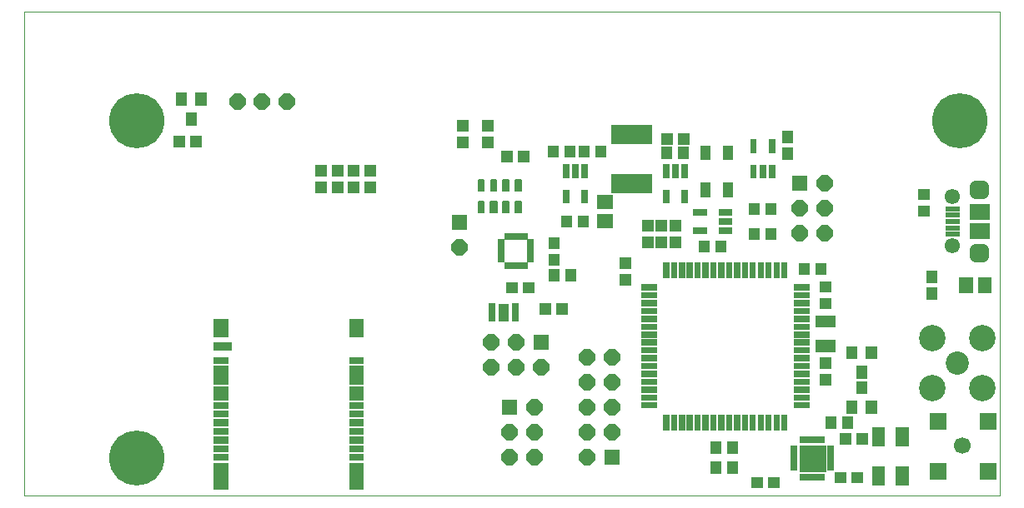
<source format=gts>
G75*
%MOIN*%
%OFA0B0*%
%FSLAX25Y25*%
%IPPOS*%
%LPD*%
%AMOC8*
5,1,8,0,0,1.08239X$1,22.5*
%
%ADD10C,0.00000*%
%ADD11C,0.00276*%
%ADD12C,0.00285*%
%ADD13C,0.00224*%
%ADD14C,0.00260*%
%ADD15C,0.22050*%
%ADD16C,0.00287*%
%ADD17C,0.00236*%
%ADD18C,0.00274*%
%ADD19R,0.06394X0.06394*%
%ADD20OC8,0.06394*%
%ADD21C,0.06693*%
%ADD22C,0.00268*%
%ADD23C,0.00295*%
%ADD24C,0.04488*%
%ADD25C,0.00252*%
%ADD26C,0.06102*%
%ADD27C,0.00228*%
%ADD28C,0.00227*%
%ADD29C,0.00283*%
%ADD30R,0.02992X0.09449*%
%ADD31R,0.09449X0.02992*%
%ADD32R,0.02717X0.07441*%
%ADD33C,0.00211*%
%ADD34R,0.02953X0.10039*%
%ADD35R,0.10039X0.02953*%
%ADD36C,0.00256*%
%ADD37C,0.09292*%
%ADD38C,0.10553*%
%ADD39C,0.00551*%
%ADD40C,0.00606*%
D10*
X0022595Y0009348D02*
X0412516Y0009348D01*
X0412516Y0203167D01*
X0022595Y0203167D01*
X0022595Y0009348D01*
D11*
X0212256Y0079365D02*
X0215916Y0079365D01*
X0212256Y0079365D02*
X0212256Y0086175D01*
X0215916Y0086175D01*
X0215916Y0079365D01*
X0215916Y0079640D02*
X0212256Y0079640D01*
X0212256Y0079915D02*
X0215916Y0079915D01*
X0215916Y0080190D02*
X0212256Y0080190D01*
X0212256Y0080465D02*
X0215916Y0080465D01*
X0215916Y0080740D02*
X0212256Y0080740D01*
X0212256Y0081015D02*
X0215916Y0081015D01*
X0215916Y0081290D02*
X0212256Y0081290D01*
X0212256Y0081565D02*
X0215916Y0081565D01*
X0215916Y0081840D02*
X0212256Y0081840D01*
X0212256Y0082115D02*
X0215916Y0082115D01*
X0215916Y0082390D02*
X0212256Y0082390D01*
X0212256Y0082665D02*
X0215916Y0082665D01*
X0215916Y0082940D02*
X0212256Y0082940D01*
X0212256Y0083215D02*
X0215916Y0083215D01*
X0215916Y0083490D02*
X0212256Y0083490D01*
X0212256Y0083765D02*
X0215916Y0083765D01*
X0215916Y0084040D02*
X0212256Y0084040D01*
X0212256Y0084315D02*
X0215916Y0084315D01*
X0215916Y0084590D02*
X0212256Y0084590D01*
X0212256Y0084865D02*
X0215916Y0084865D01*
X0215916Y0085140D02*
X0212256Y0085140D01*
X0212256Y0085415D02*
X0215916Y0085415D01*
X0215916Y0085690D02*
X0212256Y0085690D01*
X0212256Y0085965D02*
X0215916Y0085965D01*
X0257606Y0116990D02*
X0257606Y0122226D01*
X0257606Y0116990D02*
X0251584Y0116990D01*
X0251584Y0122226D01*
X0257606Y0122226D01*
X0257606Y0117265D02*
X0251584Y0117265D01*
X0251584Y0117540D02*
X0257606Y0117540D01*
X0257606Y0117815D02*
X0251584Y0117815D01*
X0251584Y0118090D02*
X0257606Y0118090D01*
X0257606Y0118365D02*
X0251584Y0118365D01*
X0251584Y0118640D02*
X0257606Y0118640D01*
X0257606Y0118915D02*
X0251584Y0118915D01*
X0251584Y0119190D02*
X0257606Y0119190D01*
X0257606Y0119465D02*
X0251584Y0119465D01*
X0251584Y0119740D02*
X0257606Y0119740D01*
X0257606Y0120015D02*
X0251584Y0120015D01*
X0251584Y0120290D02*
X0257606Y0120290D01*
X0257606Y0120565D02*
X0251584Y0120565D01*
X0251584Y0120840D02*
X0257606Y0120840D01*
X0257606Y0121115D02*
X0251584Y0121115D01*
X0251584Y0121390D02*
X0257606Y0121390D01*
X0257606Y0121665D02*
X0251584Y0121665D01*
X0251584Y0121940D02*
X0257606Y0121940D01*
X0257606Y0122215D02*
X0251584Y0122215D01*
X0257606Y0124470D02*
X0257606Y0129706D01*
X0257606Y0124470D02*
X0251584Y0124470D01*
X0251584Y0129706D01*
X0257606Y0129706D01*
X0257606Y0124745D02*
X0251584Y0124745D01*
X0251584Y0125020D02*
X0257606Y0125020D01*
X0257606Y0125295D02*
X0251584Y0125295D01*
X0251584Y0125570D02*
X0257606Y0125570D01*
X0257606Y0125845D02*
X0251584Y0125845D01*
X0251584Y0126120D02*
X0257606Y0126120D01*
X0257606Y0126395D02*
X0251584Y0126395D01*
X0251584Y0126670D02*
X0257606Y0126670D01*
X0257606Y0126945D02*
X0251584Y0126945D01*
X0251584Y0127220D02*
X0257606Y0127220D01*
X0257606Y0127495D02*
X0251584Y0127495D01*
X0251584Y0127770D02*
X0257606Y0127770D01*
X0257606Y0128045D02*
X0251584Y0128045D01*
X0251584Y0128320D02*
X0257606Y0128320D01*
X0257606Y0128595D02*
X0251584Y0128595D01*
X0251584Y0128870D02*
X0257606Y0128870D01*
X0257606Y0129145D02*
X0251584Y0129145D01*
X0251584Y0129420D02*
X0257606Y0129420D01*
X0257606Y0129695D02*
X0251584Y0129695D01*
X0292738Y0129053D02*
X0296398Y0129053D01*
X0292738Y0129053D02*
X0292738Y0134683D01*
X0296398Y0134683D01*
X0296398Y0129053D01*
X0296398Y0129328D02*
X0292738Y0129328D01*
X0292738Y0129603D02*
X0296398Y0129603D01*
X0296398Y0129878D02*
X0292738Y0129878D01*
X0292738Y0130153D02*
X0296398Y0130153D01*
X0296398Y0130428D02*
X0292738Y0130428D01*
X0292738Y0130703D02*
X0296398Y0130703D01*
X0296398Y0130978D02*
X0292738Y0130978D01*
X0292738Y0131253D02*
X0296398Y0131253D01*
X0296398Y0131528D02*
X0292738Y0131528D01*
X0292738Y0131803D02*
X0296398Y0131803D01*
X0296398Y0132078D02*
X0292738Y0132078D01*
X0292738Y0132353D02*
X0296398Y0132353D01*
X0296398Y0132628D02*
X0292738Y0132628D01*
X0292738Y0132903D02*
X0296398Y0132903D01*
X0296398Y0133178D02*
X0292738Y0133178D01*
X0292738Y0133453D02*
X0296398Y0133453D01*
X0296398Y0133728D02*
X0292738Y0133728D01*
X0292738Y0134003D02*
X0296398Y0134003D01*
X0296398Y0134278D02*
X0292738Y0134278D01*
X0292738Y0134553D02*
X0296398Y0134553D01*
X0301793Y0134683D02*
X0305453Y0134683D01*
X0305453Y0129053D01*
X0301793Y0129053D01*
X0301793Y0134683D01*
X0301793Y0129328D02*
X0305453Y0129328D01*
X0305453Y0129603D02*
X0301793Y0129603D01*
X0301793Y0129878D02*
X0305453Y0129878D01*
X0305453Y0130153D02*
X0301793Y0130153D01*
X0301793Y0130428D02*
X0305453Y0130428D01*
X0305453Y0130703D02*
X0301793Y0130703D01*
X0301793Y0130978D02*
X0305453Y0130978D01*
X0305453Y0131253D02*
X0301793Y0131253D01*
X0301793Y0131528D02*
X0305453Y0131528D01*
X0305453Y0131803D02*
X0301793Y0131803D01*
X0301793Y0132078D02*
X0305453Y0132078D01*
X0305453Y0132353D02*
X0301793Y0132353D01*
X0301793Y0132628D02*
X0305453Y0132628D01*
X0305453Y0132903D02*
X0301793Y0132903D01*
X0301793Y0133178D02*
X0305453Y0133178D01*
X0305453Y0133453D02*
X0301793Y0133453D01*
X0301793Y0133728D02*
X0305453Y0133728D01*
X0305453Y0134003D02*
X0301793Y0134003D01*
X0301793Y0134278D02*
X0305453Y0134278D01*
X0305453Y0134553D02*
X0301793Y0134553D01*
X0301793Y0149643D02*
X0305453Y0149643D01*
X0305453Y0144013D01*
X0301793Y0144013D01*
X0301793Y0149643D01*
X0301793Y0144288D02*
X0305453Y0144288D01*
X0305453Y0144563D02*
X0301793Y0144563D01*
X0301793Y0144838D02*
X0305453Y0144838D01*
X0305453Y0145113D02*
X0301793Y0145113D01*
X0301793Y0145388D02*
X0305453Y0145388D01*
X0305453Y0145663D02*
X0301793Y0145663D01*
X0301793Y0145938D02*
X0305453Y0145938D01*
X0305453Y0146213D02*
X0301793Y0146213D01*
X0301793Y0146488D02*
X0305453Y0146488D01*
X0305453Y0146763D02*
X0301793Y0146763D01*
X0301793Y0147038D02*
X0305453Y0147038D01*
X0305453Y0147313D02*
X0301793Y0147313D01*
X0301793Y0147588D02*
X0305453Y0147588D01*
X0305453Y0147863D02*
X0301793Y0147863D01*
X0301793Y0148138D02*
X0305453Y0148138D01*
X0305453Y0148413D02*
X0301793Y0148413D01*
X0301793Y0148688D02*
X0305453Y0148688D01*
X0305453Y0148963D02*
X0301793Y0148963D01*
X0301793Y0149238D02*
X0305453Y0149238D01*
X0305453Y0149513D02*
X0301793Y0149513D01*
X0296398Y0144013D02*
X0292738Y0144013D01*
X0292738Y0149643D01*
X0296398Y0149643D01*
X0296398Y0144013D01*
X0296398Y0144288D02*
X0292738Y0144288D01*
X0292738Y0144563D02*
X0296398Y0144563D01*
X0296398Y0144838D02*
X0292738Y0144838D01*
X0292738Y0145113D02*
X0296398Y0145113D01*
X0296398Y0145388D02*
X0292738Y0145388D01*
X0292738Y0145663D02*
X0296398Y0145663D01*
X0296398Y0145938D02*
X0292738Y0145938D01*
X0292738Y0146213D02*
X0296398Y0146213D01*
X0296398Y0146488D02*
X0292738Y0146488D01*
X0292738Y0146763D02*
X0296398Y0146763D01*
X0296398Y0147038D02*
X0292738Y0147038D01*
X0292738Y0147313D02*
X0296398Y0147313D01*
X0296398Y0147588D02*
X0292738Y0147588D01*
X0292738Y0147863D02*
X0296398Y0147863D01*
X0296398Y0148138D02*
X0292738Y0148138D01*
X0292738Y0148413D02*
X0296398Y0148413D01*
X0296398Y0148688D02*
X0292738Y0148688D01*
X0292738Y0148963D02*
X0296398Y0148963D01*
X0296398Y0149238D02*
X0292738Y0149238D01*
X0292738Y0149513D02*
X0296398Y0149513D01*
X0396237Y0090837D02*
X0401473Y0090837D01*
X0396237Y0090837D02*
X0396237Y0096859D01*
X0401473Y0096859D01*
X0401473Y0090837D01*
X0401473Y0091112D02*
X0396237Y0091112D01*
X0396237Y0091387D02*
X0401473Y0091387D01*
X0401473Y0091662D02*
X0396237Y0091662D01*
X0396237Y0091937D02*
X0401473Y0091937D01*
X0401473Y0092212D02*
X0396237Y0092212D01*
X0396237Y0092487D02*
X0401473Y0092487D01*
X0401473Y0092762D02*
X0396237Y0092762D01*
X0396237Y0093037D02*
X0401473Y0093037D01*
X0401473Y0093312D02*
X0396237Y0093312D01*
X0396237Y0093587D02*
X0401473Y0093587D01*
X0401473Y0093862D02*
X0396237Y0093862D01*
X0396237Y0094137D02*
X0401473Y0094137D01*
X0401473Y0094412D02*
X0396237Y0094412D01*
X0396237Y0094687D02*
X0401473Y0094687D01*
X0401473Y0094962D02*
X0396237Y0094962D01*
X0396237Y0095237D02*
X0401473Y0095237D01*
X0401473Y0095512D02*
X0396237Y0095512D01*
X0396237Y0095787D02*
X0401473Y0095787D01*
X0401473Y0096062D02*
X0396237Y0096062D01*
X0396237Y0096337D02*
X0401473Y0096337D01*
X0401473Y0096612D02*
X0396237Y0096612D01*
X0403717Y0090837D02*
X0408953Y0090837D01*
X0403717Y0090837D02*
X0403717Y0096859D01*
X0408953Y0096859D01*
X0408953Y0090837D01*
X0408953Y0091112D02*
X0403717Y0091112D01*
X0403717Y0091387D02*
X0408953Y0091387D01*
X0408953Y0091662D02*
X0403717Y0091662D01*
X0403717Y0091937D02*
X0408953Y0091937D01*
X0408953Y0092212D02*
X0403717Y0092212D01*
X0403717Y0092487D02*
X0408953Y0092487D01*
X0408953Y0092762D02*
X0403717Y0092762D01*
X0403717Y0093037D02*
X0408953Y0093037D01*
X0408953Y0093312D02*
X0403717Y0093312D01*
X0403717Y0093587D02*
X0408953Y0093587D01*
X0408953Y0093862D02*
X0403717Y0093862D01*
X0403717Y0094137D02*
X0408953Y0094137D01*
X0408953Y0094412D02*
X0403717Y0094412D01*
X0403717Y0094687D02*
X0408953Y0094687D01*
X0408953Y0094962D02*
X0403717Y0094962D01*
X0403717Y0095237D02*
X0408953Y0095237D01*
X0408953Y0095512D02*
X0403717Y0095512D01*
X0403717Y0095787D02*
X0408953Y0095787D01*
X0408953Y0096062D02*
X0403717Y0096062D01*
X0403717Y0096337D02*
X0408953Y0096337D01*
X0408953Y0096612D02*
X0403717Y0096612D01*
D12*
X0305250Y0116803D02*
X0300140Y0116803D01*
X0305250Y0116803D02*
X0305250Y0114493D01*
X0300140Y0114493D01*
X0300140Y0116803D01*
X0300140Y0114777D02*
X0305250Y0114777D01*
X0305250Y0115061D02*
X0300140Y0115061D01*
X0300140Y0115345D02*
X0305250Y0115345D01*
X0305250Y0115629D02*
X0300140Y0115629D01*
X0300140Y0115913D02*
X0305250Y0115913D01*
X0305250Y0116197D02*
X0300140Y0116197D01*
X0300140Y0116481D02*
X0305250Y0116481D01*
X0305250Y0116765D02*
X0300140Y0116765D01*
X0300140Y0120503D02*
X0305250Y0120503D01*
X0305250Y0118193D01*
X0300140Y0118193D01*
X0300140Y0120503D01*
X0300140Y0118477D02*
X0305250Y0118477D01*
X0305250Y0118761D02*
X0300140Y0118761D01*
X0300140Y0119045D02*
X0305250Y0119045D01*
X0305250Y0119329D02*
X0300140Y0119329D01*
X0300140Y0119613D02*
X0305250Y0119613D01*
X0305250Y0119897D02*
X0300140Y0119897D01*
X0300140Y0120181D02*
X0305250Y0120181D01*
X0305250Y0120465D02*
X0300140Y0120465D01*
X0300140Y0124203D02*
X0305250Y0124203D01*
X0305250Y0121893D01*
X0300140Y0121893D01*
X0300140Y0124203D01*
X0300140Y0122177D02*
X0305250Y0122177D01*
X0305250Y0122461D02*
X0300140Y0122461D01*
X0300140Y0122745D02*
X0305250Y0122745D01*
X0305250Y0123029D02*
X0300140Y0123029D01*
X0300140Y0123313D02*
X0305250Y0123313D01*
X0305250Y0123597D02*
X0300140Y0123597D01*
X0300140Y0123881D02*
X0305250Y0123881D01*
X0305250Y0124165D02*
X0300140Y0124165D01*
X0295050Y0124203D02*
X0289940Y0124203D01*
X0295050Y0124203D02*
X0295050Y0121893D01*
X0289940Y0121893D01*
X0289940Y0124203D01*
X0289940Y0122177D02*
X0295050Y0122177D01*
X0295050Y0122461D02*
X0289940Y0122461D01*
X0289940Y0122745D02*
X0295050Y0122745D01*
X0295050Y0123029D02*
X0289940Y0123029D01*
X0289940Y0123313D02*
X0295050Y0123313D01*
X0295050Y0123597D02*
X0289940Y0123597D01*
X0289940Y0123881D02*
X0295050Y0123881D01*
X0295050Y0124165D02*
X0289940Y0124165D01*
X0285140Y0126693D02*
X0285140Y0131803D01*
X0287450Y0131803D01*
X0287450Y0126693D01*
X0285140Y0126693D01*
X0285140Y0126977D02*
X0287450Y0126977D01*
X0287450Y0127261D02*
X0285140Y0127261D01*
X0285140Y0127545D02*
X0287450Y0127545D01*
X0287450Y0127829D02*
X0285140Y0127829D01*
X0285140Y0128113D02*
X0287450Y0128113D01*
X0287450Y0128397D02*
X0285140Y0128397D01*
X0285140Y0128681D02*
X0287450Y0128681D01*
X0287450Y0128965D02*
X0285140Y0128965D01*
X0285140Y0129249D02*
X0287450Y0129249D01*
X0287450Y0129533D02*
X0285140Y0129533D01*
X0285140Y0129817D02*
X0287450Y0129817D01*
X0287450Y0130101D02*
X0285140Y0130101D01*
X0285140Y0130385D02*
X0287450Y0130385D01*
X0287450Y0130669D02*
X0285140Y0130669D01*
X0285140Y0130953D02*
X0287450Y0130953D01*
X0287450Y0131237D02*
X0285140Y0131237D01*
X0285140Y0131521D02*
X0287450Y0131521D01*
X0277740Y0131803D02*
X0277740Y0126693D01*
X0277740Y0131803D02*
X0280050Y0131803D01*
X0280050Y0126693D01*
X0277740Y0126693D01*
X0277740Y0126977D02*
X0280050Y0126977D01*
X0280050Y0127261D02*
X0277740Y0127261D01*
X0277740Y0127545D02*
X0280050Y0127545D01*
X0280050Y0127829D02*
X0277740Y0127829D01*
X0277740Y0128113D02*
X0280050Y0128113D01*
X0280050Y0128397D02*
X0277740Y0128397D01*
X0277740Y0128681D02*
X0280050Y0128681D01*
X0280050Y0128965D02*
X0277740Y0128965D01*
X0277740Y0129249D02*
X0280050Y0129249D01*
X0280050Y0129533D02*
X0277740Y0129533D01*
X0277740Y0129817D02*
X0280050Y0129817D01*
X0280050Y0130101D02*
X0277740Y0130101D01*
X0277740Y0130385D02*
X0280050Y0130385D01*
X0280050Y0130669D02*
X0277740Y0130669D01*
X0277740Y0130953D02*
X0280050Y0130953D01*
X0280050Y0131237D02*
X0277740Y0131237D01*
X0277740Y0131521D02*
X0280050Y0131521D01*
X0277740Y0136893D02*
X0277740Y0142003D01*
X0280050Y0142003D01*
X0280050Y0136893D01*
X0277740Y0136893D01*
X0277740Y0137177D02*
X0280050Y0137177D01*
X0280050Y0137461D02*
X0277740Y0137461D01*
X0277740Y0137745D02*
X0280050Y0137745D01*
X0280050Y0138029D02*
X0277740Y0138029D01*
X0277740Y0138313D02*
X0280050Y0138313D01*
X0280050Y0138597D02*
X0277740Y0138597D01*
X0277740Y0138881D02*
X0280050Y0138881D01*
X0280050Y0139165D02*
X0277740Y0139165D01*
X0277740Y0139449D02*
X0280050Y0139449D01*
X0280050Y0139733D02*
X0277740Y0139733D01*
X0277740Y0140017D02*
X0280050Y0140017D01*
X0280050Y0140301D02*
X0277740Y0140301D01*
X0277740Y0140585D02*
X0280050Y0140585D01*
X0280050Y0140869D02*
X0277740Y0140869D01*
X0277740Y0141153D02*
X0280050Y0141153D01*
X0280050Y0141437D02*
X0277740Y0141437D01*
X0277740Y0141721D02*
X0280050Y0141721D01*
X0281440Y0142003D02*
X0281440Y0136893D01*
X0281440Y0142003D02*
X0283750Y0142003D01*
X0283750Y0136893D01*
X0281440Y0136893D01*
X0281440Y0137177D02*
X0283750Y0137177D01*
X0283750Y0137461D02*
X0281440Y0137461D01*
X0281440Y0137745D02*
X0283750Y0137745D01*
X0283750Y0138029D02*
X0281440Y0138029D01*
X0281440Y0138313D02*
X0283750Y0138313D01*
X0283750Y0138597D02*
X0281440Y0138597D01*
X0281440Y0138881D02*
X0283750Y0138881D01*
X0283750Y0139165D02*
X0281440Y0139165D01*
X0281440Y0139449D02*
X0283750Y0139449D01*
X0283750Y0139733D02*
X0281440Y0139733D01*
X0281440Y0140017D02*
X0283750Y0140017D01*
X0283750Y0140301D02*
X0281440Y0140301D01*
X0281440Y0140585D02*
X0283750Y0140585D01*
X0283750Y0140869D02*
X0281440Y0140869D01*
X0281440Y0141153D02*
X0283750Y0141153D01*
X0283750Y0141437D02*
X0281440Y0141437D01*
X0281440Y0141721D02*
X0283750Y0141721D01*
X0285140Y0142003D02*
X0285140Y0136893D01*
X0285140Y0142003D02*
X0287450Y0142003D01*
X0287450Y0136893D01*
X0285140Y0136893D01*
X0285140Y0137177D02*
X0287450Y0137177D01*
X0287450Y0137461D02*
X0285140Y0137461D01*
X0285140Y0137745D02*
X0287450Y0137745D01*
X0287450Y0138029D02*
X0285140Y0138029D01*
X0285140Y0138313D02*
X0287450Y0138313D01*
X0287450Y0138597D02*
X0285140Y0138597D01*
X0285140Y0138881D02*
X0287450Y0138881D01*
X0287450Y0139165D02*
X0285140Y0139165D01*
X0285140Y0139449D02*
X0287450Y0139449D01*
X0287450Y0139733D02*
X0285140Y0139733D01*
X0285140Y0140017D02*
X0287450Y0140017D01*
X0287450Y0140301D02*
X0285140Y0140301D01*
X0285140Y0140585D02*
X0287450Y0140585D01*
X0287450Y0140869D02*
X0285140Y0140869D01*
X0285140Y0141153D02*
X0287450Y0141153D01*
X0287450Y0141437D02*
X0285140Y0141437D01*
X0285140Y0141721D02*
X0287450Y0141721D01*
X0245140Y0142003D02*
X0245140Y0136893D01*
X0245140Y0142003D02*
X0247450Y0142003D01*
X0247450Y0136893D01*
X0245140Y0136893D01*
X0245140Y0137177D02*
X0247450Y0137177D01*
X0247450Y0137461D02*
X0245140Y0137461D01*
X0245140Y0137745D02*
X0247450Y0137745D01*
X0247450Y0138029D02*
X0245140Y0138029D01*
X0245140Y0138313D02*
X0247450Y0138313D01*
X0247450Y0138597D02*
X0245140Y0138597D01*
X0245140Y0138881D02*
X0247450Y0138881D01*
X0247450Y0139165D02*
X0245140Y0139165D01*
X0245140Y0139449D02*
X0247450Y0139449D01*
X0247450Y0139733D02*
X0245140Y0139733D01*
X0245140Y0140017D02*
X0247450Y0140017D01*
X0247450Y0140301D02*
X0245140Y0140301D01*
X0245140Y0140585D02*
X0247450Y0140585D01*
X0247450Y0140869D02*
X0245140Y0140869D01*
X0245140Y0141153D02*
X0247450Y0141153D01*
X0247450Y0141437D02*
X0245140Y0141437D01*
X0245140Y0141721D02*
X0247450Y0141721D01*
X0241440Y0142003D02*
X0241440Y0136893D01*
X0241440Y0142003D02*
X0243750Y0142003D01*
X0243750Y0136893D01*
X0241440Y0136893D01*
X0241440Y0137177D02*
X0243750Y0137177D01*
X0243750Y0137461D02*
X0241440Y0137461D01*
X0241440Y0137745D02*
X0243750Y0137745D01*
X0243750Y0138029D02*
X0241440Y0138029D01*
X0241440Y0138313D02*
X0243750Y0138313D01*
X0243750Y0138597D02*
X0241440Y0138597D01*
X0241440Y0138881D02*
X0243750Y0138881D01*
X0243750Y0139165D02*
X0241440Y0139165D01*
X0241440Y0139449D02*
X0243750Y0139449D01*
X0243750Y0139733D02*
X0241440Y0139733D01*
X0241440Y0140017D02*
X0243750Y0140017D01*
X0243750Y0140301D02*
X0241440Y0140301D01*
X0241440Y0140585D02*
X0243750Y0140585D01*
X0243750Y0140869D02*
X0241440Y0140869D01*
X0241440Y0141153D02*
X0243750Y0141153D01*
X0243750Y0141437D02*
X0241440Y0141437D01*
X0241440Y0141721D02*
X0243750Y0141721D01*
X0237740Y0142003D02*
X0237740Y0136893D01*
X0237740Y0142003D02*
X0240050Y0142003D01*
X0240050Y0136893D01*
X0237740Y0136893D01*
X0237740Y0137177D02*
X0240050Y0137177D01*
X0240050Y0137461D02*
X0237740Y0137461D01*
X0237740Y0137745D02*
X0240050Y0137745D01*
X0240050Y0138029D02*
X0237740Y0138029D01*
X0237740Y0138313D02*
X0240050Y0138313D01*
X0240050Y0138597D02*
X0237740Y0138597D01*
X0237740Y0138881D02*
X0240050Y0138881D01*
X0240050Y0139165D02*
X0237740Y0139165D01*
X0237740Y0139449D02*
X0240050Y0139449D01*
X0240050Y0139733D02*
X0237740Y0139733D01*
X0237740Y0140017D02*
X0240050Y0140017D01*
X0240050Y0140301D02*
X0237740Y0140301D01*
X0237740Y0140585D02*
X0240050Y0140585D01*
X0240050Y0140869D02*
X0237740Y0140869D01*
X0237740Y0141153D02*
X0240050Y0141153D01*
X0240050Y0141437D02*
X0237740Y0141437D01*
X0237740Y0141721D02*
X0240050Y0141721D01*
X0237740Y0131803D02*
X0237740Y0126693D01*
X0237740Y0131803D02*
X0240050Y0131803D01*
X0240050Y0126693D01*
X0237740Y0126693D01*
X0237740Y0126977D02*
X0240050Y0126977D01*
X0240050Y0127261D02*
X0237740Y0127261D01*
X0237740Y0127545D02*
X0240050Y0127545D01*
X0240050Y0127829D02*
X0237740Y0127829D01*
X0237740Y0128113D02*
X0240050Y0128113D01*
X0240050Y0128397D02*
X0237740Y0128397D01*
X0237740Y0128681D02*
X0240050Y0128681D01*
X0240050Y0128965D02*
X0237740Y0128965D01*
X0237740Y0129249D02*
X0240050Y0129249D01*
X0240050Y0129533D02*
X0237740Y0129533D01*
X0237740Y0129817D02*
X0240050Y0129817D01*
X0240050Y0130101D02*
X0237740Y0130101D01*
X0237740Y0130385D02*
X0240050Y0130385D01*
X0240050Y0130669D02*
X0237740Y0130669D01*
X0237740Y0130953D02*
X0240050Y0130953D01*
X0240050Y0131237D02*
X0237740Y0131237D01*
X0237740Y0131521D02*
X0240050Y0131521D01*
X0245140Y0131803D02*
X0245140Y0126693D01*
X0245140Y0131803D02*
X0247450Y0131803D01*
X0247450Y0126693D01*
X0245140Y0126693D01*
X0245140Y0126977D02*
X0247450Y0126977D01*
X0247450Y0127261D02*
X0245140Y0127261D01*
X0245140Y0127545D02*
X0247450Y0127545D01*
X0247450Y0127829D02*
X0245140Y0127829D01*
X0245140Y0128113D02*
X0247450Y0128113D01*
X0247450Y0128397D02*
X0245140Y0128397D01*
X0245140Y0128681D02*
X0247450Y0128681D01*
X0247450Y0128965D02*
X0245140Y0128965D01*
X0245140Y0129249D02*
X0247450Y0129249D01*
X0247450Y0129533D02*
X0245140Y0129533D01*
X0245140Y0129817D02*
X0247450Y0129817D01*
X0247450Y0130101D02*
X0245140Y0130101D01*
X0245140Y0130385D02*
X0247450Y0130385D01*
X0247450Y0130669D02*
X0245140Y0130669D01*
X0245140Y0130953D02*
X0247450Y0130953D01*
X0247450Y0131237D02*
X0245140Y0131237D01*
X0245140Y0131521D02*
X0247450Y0131521D01*
X0289940Y0116803D02*
X0295050Y0116803D01*
X0295050Y0114493D01*
X0289940Y0114493D01*
X0289940Y0116803D01*
X0289940Y0114777D02*
X0295050Y0114777D01*
X0295050Y0115061D02*
X0289940Y0115061D01*
X0289940Y0115345D02*
X0295050Y0115345D01*
X0295050Y0115629D02*
X0289940Y0115629D01*
X0289940Y0115913D02*
X0295050Y0115913D01*
X0295050Y0116197D02*
X0289940Y0116197D01*
X0289940Y0116481D02*
X0295050Y0116481D01*
X0295050Y0116765D02*
X0289940Y0116765D01*
D13*
X0257136Y0130878D02*
X0257136Y0138134D01*
X0273054Y0138134D01*
X0273054Y0130878D01*
X0257136Y0130878D01*
X0257136Y0131101D02*
X0273054Y0131101D01*
X0273054Y0131324D02*
X0257136Y0131324D01*
X0257136Y0131547D02*
X0273054Y0131547D01*
X0273054Y0131770D02*
X0257136Y0131770D01*
X0257136Y0131993D02*
X0273054Y0131993D01*
X0273054Y0132216D02*
X0257136Y0132216D01*
X0257136Y0132439D02*
X0273054Y0132439D01*
X0273054Y0132662D02*
X0257136Y0132662D01*
X0257136Y0132885D02*
X0273054Y0132885D01*
X0273054Y0133108D02*
X0257136Y0133108D01*
X0257136Y0133331D02*
X0273054Y0133331D01*
X0273054Y0133554D02*
X0257136Y0133554D01*
X0257136Y0133777D02*
X0273054Y0133777D01*
X0273054Y0134000D02*
X0257136Y0134000D01*
X0257136Y0134223D02*
X0273054Y0134223D01*
X0273054Y0134446D02*
X0257136Y0134446D01*
X0257136Y0134669D02*
X0273054Y0134669D01*
X0273054Y0134892D02*
X0257136Y0134892D01*
X0257136Y0135115D02*
X0273054Y0135115D01*
X0273054Y0135338D02*
X0257136Y0135338D01*
X0257136Y0135561D02*
X0273054Y0135561D01*
X0273054Y0135784D02*
X0257136Y0135784D01*
X0257136Y0136007D02*
X0273054Y0136007D01*
X0273054Y0136230D02*
X0257136Y0136230D01*
X0257136Y0136453D02*
X0273054Y0136453D01*
X0273054Y0136676D02*
X0257136Y0136676D01*
X0257136Y0136899D02*
X0273054Y0136899D01*
X0273054Y0137122D02*
X0257136Y0137122D01*
X0257136Y0137345D02*
X0273054Y0137345D01*
X0273054Y0137568D02*
X0257136Y0137568D01*
X0257136Y0137791D02*
X0273054Y0137791D01*
X0273054Y0138014D02*
X0257136Y0138014D01*
X0257136Y0150563D02*
X0257136Y0157819D01*
X0273054Y0157819D01*
X0273054Y0150563D01*
X0257136Y0150563D01*
X0257136Y0150786D02*
X0273054Y0150786D01*
X0273054Y0151009D02*
X0257136Y0151009D01*
X0257136Y0151232D02*
X0273054Y0151232D01*
X0273054Y0151455D02*
X0257136Y0151455D01*
X0257136Y0151678D02*
X0273054Y0151678D01*
X0273054Y0151901D02*
X0257136Y0151901D01*
X0257136Y0152124D02*
X0273054Y0152124D01*
X0273054Y0152347D02*
X0257136Y0152347D01*
X0257136Y0152570D02*
X0273054Y0152570D01*
X0273054Y0152793D02*
X0257136Y0152793D01*
X0257136Y0153016D02*
X0273054Y0153016D01*
X0273054Y0153239D02*
X0257136Y0153239D01*
X0257136Y0153462D02*
X0273054Y0153462D01*
X0273054Y0153685D02*
X0257136Y0153685D01*
X0257136Y0153908D02*
X0273054Y0153908D01*
X0273054Y0154131D02*
X0257136Y0154131D01*
X0257136Y0154354D02*
X0273054Y0154354D01*
X0273054Y0154577D02*
X0257136Y0154577D01*
X0257136Y0154800D02*
X0273054Y0154800D01*
X0273054Y0155023D02*
X0257136Y0155023D01*
X0257136Y0155246D02*
X0273054Y0155246D01*
X0273054Y0155469D02*
X0257136Y0155469D01*
X0257136Y0155692D02*
X0273054Y0155692D01*
X0273054Y0155915D02*
X0257136Y0155915D01*
X0257136Y0156138D02*
X0273054Y0156138D01*
X0273054Y0156361D02*
X0257136Y0156361D01*
X0257136Y0156584D02*
X0273054Y0156584D01*
X0273054Y0156807D02*
X0257136Y0156807D01*
X0257136Y0157030D02*
X0273054Y0157030D01*
X0273054Y0157253D02*
X0257136Y0157253D01*
X0257136Y0157476D02*
X0273054Y0157476D01*
X0273054Y0157699D02*
X0257136Y0157699D01*
D14*
X0254977Y0145116D02*
X0250907Y0145116D01*
X0250907Y0149580D01*
X0254977Y0149580D01*
X0254977Y0145116D01*
X0254977Y0145375D02*
X0250907Y0145375D01*
X0250907Y0145634D02*
X0254977Y0145634D01*
X0254977Y0145893D02*
X0250907Y0145893D01*
X0250907Y0146152D02*
X0254977Y0146152D01*
X0254977Y0146411D02*
X0250907Y0146411D01*
X0250907Y0146670D02*
X0254977Y0146670D01*
X0254977Y0146929D02*
X0250907Y0146929D01*
X0250907Y0147188D02*
X0254977Y0147188D01*
X0254977Y0147447D02*
X0250907Y0147447D01*
X0250907Y0147706D02*
X0254977Y0147706D01*
X0254977Y0147965D02*
X0250907Y0147965D01*
X0250907Y0148224D02*
X0254977Y0148224D01*
X0254977Y0148483D02*
X0250907Y0148483D01*
X0250907Y0148742D02*
X0254977Y0148742D01*
X0254977Y0149001D02*
X0250907Y0149001D01*
X0250907Y0149260D02*
X0254977Y0149260D01*
X0254977Y0149519D02*
X0250907Y0149519D01*
X0248284Y0145116D02*
X0244214Y0145116D01*
X0244214Y0149580D01*
X0248284Y0149580D01*
X0248284Y0145116D01*
X0248284Y0145375D02*
X0244214Y0145375D01*
X0244214Y0145634D02*
X0248284Y0145634D01*
X0248284Y0145893D02*
X0244214Y0145893D01*
X0244214Y0146152D02*
X0248284Y0146152D01*
X0248284Y0146411D02*
X0244214Y0146411D01*
X0244214Y0146670D02*
X0248284Y0146670D01*
X0248284Y0146929D02*
X0244214Y0146929D01*
X0244214Y0147188D02*
X0248284Y0147188D01*
X0248284Y0147447D02*
X0244214Y0147447D01*
X0244214Y0147706D02*
X0248284Y0147706D01*
X0248284Y0147965D02*
X0244214Y0147965D01*
X0244214Y0148224D02*
X0248284Y0148224D01*
X0248284Y0148483D02*
X0244214Y0148483D01*
X0244214Y0148742D02*
X0248284Y0148742D01*
X0248284Y0149001D02*
X0244214Y0149001D01*
X0244214Y0149260D02*
X0248284Y0149260D01*
X0248284Y0149519D02*
X0244214Y0149519D01*
X0242477Y0145116D02*
X0238407Y0145116D01*
X0238407Y0149580D01*
X0242477Y0149580D01*
X0242477Y0145116D01*
X0242477Y0145375D02*
X0238407Y0145375D01*
X0238407Y0145634D02*
X0242477Y0145634D01*
X0242477Y0145893D02*
X0238407Y0145893D01*
X0238407Y0146152D02*
X0242477Y0146152D01*
X0242477Y0146411D02*
X0238407Y0146411D01*
X0238407Y0146670D02*
X0242477Y0146670D01*
X0242477Y0146929D02*
X0238407Y0146929D01*
X0238407Y0147188D02*
X0242477Y0147188D01*
X0242477Y0147447D02*
X0238407Y0147447D01*
X0238407Y0147706D02*
X0242477Y0147706D01*
X0242477Y0147965D02*
X0238407Y0147965D01*
X0238407Y0148224D02*
X0242477Y0148224D01*
X0242477Y0148483D02*
X0238407Y0148483D01*
X0238407Y0148742D02*
X0242477Y0148742D01*
X0242477Y0149001D02*
X0238407Y0149001D01*
X0238407Y0149260D02*
X0242477Y0149260D01*
X0242477Y0149519D02*
X0238407Y0149519D01*
X0235784Y0145116D02*
X0231714Y0145116D01*
X0231714Y0149580D01*
X0235784Y0149580D01*
X0235784Y0145116D01*
X0235784Y0145375D02*
X0231714Y0145375D01*
X0231714Y0145634D02*
X0235784Y0145634D01*
X0235784Y0145893D02*
X0231714Y0145893D01*
X0231714Y0146152D02*
X0235784Y0146152D01*
X0235784Y0146411D02*
X0231714Y0146411D01*
X0231714Y0146670D02*
X0235784Y0146670D01*
X0235784Y0146929D02*
X0231714Y0146929D01*
X0231714Y0147188D02*
X0235784Y0147188D01*
X0235784Y0147447D02*
X0231714Y0147447D01*
X0231714Y0147706D02*
X0235784Y0147706D01*
X0235784Y0147965D02*
X0231714Y0147965D01*
X0231714Y0148224D02*
X0235784Y0148224D01*
X0235784Y0148483D02*
X0231714Y0148483D01*
X0231714Y0148742D02*
X0235784Y0148742D01*
X0235784Y0149001D02*
X0231714Y0149001D01*
X0231714Y0149260D02*
X0235784Y0149260D01*
X0235784Y0149519D02*
X0231714Y0149519D01*
X0224174Y0147383D02*
X0219710Y0147383D01*
X0224174Y0147383D02*
X0224174Y0143313D01*
X0219710Y0143313D01*
X0219710Y0147383D01*
X0219710Y0143572D02*
X0224174Y0143572D01*
X0224174Y0143831D02*
X0219710Y0143831D01*
X0219710Y0144090D02*
X0224174Y0144090D01*
X0224174Y0144349D02*
X0219710Y0144349D01*
X0219710Y0144608D02*
X0224174Y0144608D01*
X0224174Y0144867D02*
X0219710Y0144867D01*
X0219710Y0145126D02*
X0224174Y0145126D01*
X0224174Y0145385D02*
X0219710Y0145385D01*
X0219710Y0145644D02*
X0224174Y0145644D01*
X0224174Y0145903D02*
X0219710Y0145903D01*
X0219710Y0146162D02*
X0224174Y0146162D01*
X0224174Y0146421D02*
X0219710Y0146421D01*
X0219710Y0146680D02*
X0224174Y0146680D01*
X0224174Y0146939D02*
X0219710Y0146939D01*
X0219710Y0147198D02*
X0224174Y0147198D01*
X0217481Y0147383D02*
X0213017Y0147383D01*
X0217481Y0147383D02*
X0217481Y0143313D01*
X0213017Y0143313D01*
X0213017Y0147383D01*
X0213017Y0143572D02*
X0217481Y0143572D01*
X0217481Y0143831D02*
X0213017Y0143831D01*
X0213017Y0144090D02*
X0217481Y0144090D01*
X0217481Y0144349D02*
X0213017Y0144349D01*
X0213017Y0144608D02*
X0217481Y0144608D01*
X0217481Y0144867D02*
X0213017Y0144867D01*
X0213017Y0145126D02*
X0217481Y0145126D01*
X0217481Y0145385D02*
X0213017Y0145385D01*
X0213017Y0145644D02*
X0217481Y0145644D01*
X0217481Y0145903D02*
X0213017Y0145903D01*
X0213017Y0146162D02*
X0217481Y0146162D01*
X0217481Y0146421D02*
X0213017Y0146421D01*
X0213017Y0146680D02*
X0217481Y0146680D01*
X0217481Y0146939D02*
X0213017Y0146939D01*
X0213017Y0147198D02*
X0217481Y0147198D01*
X0209827Y0148967D02*
X0209827Y0153037D01*
X0209827Y0148967D02*
X0205363Y0148967D01*
X0205363Y0153037D01*
X0209827Y0153037D01*
X0209827Y0149226D02*
X0205363Y0149226D01*
X0205363Y0149485D02*
X0209827Y0149485D01*
X0209827Y0149744D02*
X0205363Y0149744D01*
X0205363Y0150003D02*
X0209827Y0150003D01*
X0209827Y0150262D02*
X0205363Y0150262D01*
X0205363Y0150521D02*
X0209827Y0150521D01*
X0209827Y0150780D02*
X0205363Y0150780D01*
X0205363Y0151039D02*
X0209827Y0151039D01*
X0209827Y0151298D02*
X0205363Y0151298D01*
X0205363Y0151557D02*
X0209827Y0151557D01*
X0209827Y0151816D02*
X0205363Y0151816D01*
X0205363Y0152075D02*
X0209827Y0152075D01*
X0209827Y0152334D02*
X0205363Y0152334D01*
X0205363Y0152593D02*
X0209827Y0152593D01*
X0209827Y0152852D02*
X0205363Y0152852D01*
X0209827Y0155659D02*
X0209827Y0159729D01*
X0209827Y0155659D02*
X0205363Y0155659D01*
X0205363Y0159729D01*
X0209827Y0159729D01*
X0209827Y0155918D02*
X0205363Y0155918D01*
X0205363Y0156177D02*
X0209827Y0156177D01*
X0209827Y0156436D02*
X0205363Y0156436D01*
X0205363Y0156695D02*
X0209827Y0156695D01*
X0209827Y0156954D02*
X0205363Y0156954D01*
X0205363Y0157213D02*
X0209827Y0157213D01*
X0209827Y0157472D02*
X0205363Y0157472D01*
X0205363Y0157731D02*
X0209827Y0157731D01*
X0209827Y0157990D02*
X0205363Y0157990D01*
X0205363Y0158249D02*
X0209827Y0158249D01*
X0209827Y0158508D02*
X0205363Y0158508D01*
X0205363Y0158767D02*
X0209827Y0158767D01*
X0209827Y0159026D02*
X0205363Y0159026D01*
X0205363Y0159285D02*
X0209827Y0159285D01*
X0209827Y0159544D02*
X0205363Y0159544D01*
X0199827Y0159729D02*
X0199827Y0155659D01*
X0195363Y0155659D01*
X0195363Y0159729D01*
X0199827Y0159729D01*
X0199827Y0155918D02*
X0195363Y0155918D01*
X0195363Y0156177D02*
X0199827Y0156177D01*
X0199827Y0156436D02*
X0195363Y0156436D01*
X0195363Y0156695D02*
X0199827Y0156695D01*
X0199827Y0156954D02*
X0195363Y0156954D01*
X0195363Y0157213D02*
X0199827Y0157213D01*
X0199827Y0157472D02*
X0195363Y0157472D01*
X0195363Y0157731D02*
X0199827Y0157731D01*
X0199827Y0157990D02*
X0195363Y0157990D01*
X0195363Y0158249D02*
X0199827Y0158249D01*
X0199827Y0158508D02*
X0195363Y0158508D01*
X0195363Y0158767D02*
X0199827Y0158767D01*
X0199827Y0159026D02*
X0195363Y0159026D01*
X0195363Y0159285D02*
X0199827Y0159285D01*
X0199827Y0159544D02*
X0195363Y0159544D01*
X0199827Y0153037D02*
X0199827Y0148967D01*
X0195363Y0148967D01*
X0195363Y0153037D01*
X0199827Y0153037D01*
X0199827Y0149226D02*
X0195363Y0149226D01*
X0195363Y0149485D02*
X0199827Y0149485D01*
X0199827Y0149744D02*
X0195363Y0149744D01*
X0195363Y0150003D02*
X0199827Y0150003D01*
X0199827Y0150262D02*
X0195363Y0150262D01*
X0195363Y0150521D02*
X0199827Y0150521D01*
X0199827Y0150780D02*
X0195363Y0150780D01*
X0195363Y0151039D02*
X0199827Y0151039D01*
X0199827Y0151298D02*
X0195363Y0151298D01*
X0195363Y0151557D02*
X0199827Y0151557D01*
X0199827Y0151816D02*
X0195363Y0151816D01*
X0195363Y0152075D02*
X0199827Y0152075D01*
X0199827Y0152334D02*
X0195363Y0152334D01*
X0195363Y0152593D02*
X0199827Y0152593D01*
X0199827Y0152852D02*
X0195363Y0152852D01*
X0162827Y0141729D02*
X0162827Y0137659D01*
X0158363Y0137659D01*
X0158363Y0141729D01*
X0162827Y0141729D01*
X0162827Y0137918D02*
X0158363Y0137918D01*
X0158363Y0138177D02*
X0162827Y0138177D01*
X0162827Y0138436D02*
X0158363Y0138436D01*
X0158363Y0138695D02*
X0162827Y0138695D01*
X0162827Y0138954D02*
X0158363Y0138954D01*
X0158363Y0139213D02*
X0162827Y0139213D01*
X0162827Y0139472D02*
X0158363Y0139472D01*
X0158363Y0139731D02*
X0162827Y0139731D01*
X0162827Y0139990D02*
X0158363Y0139990D01*
X0158363Y0140249D02*
X0162827Y0140249D01*
X0162827Y0140508D02*
X0158363Y0140508D01*
X0158363Y0140767D02*
X0162827Y0140767D01*
X0162827Y0141026D02*
X0158363Y0141026D01*
X0158363Y0141285D02*
X0162827Y0141285D01*
X0162827Y0141544D02*
X0158363Y0141544D01*
X0156327Y0141729D02*
X0156327Y0137659D01*
X0151863Y0137659D01*
X0151863Y0141729D01*
X0156327Y0141729D01*
X0156327Y0137918D02*
X0151863Y0137918D01*
X0151863Y0138177D02*
X0156327Y0138177D01*
X0156327Y0138436D02*
X0151863Y0138436D01*
X0151863Y0138695D02*
X0156327Y0138695D01*
X0156327Y0138954D02*
X0151863Y0138954D01*
X0151863Y0139213D02*
X0156327Y0139213D01*
X0156327Y0139472D02*
X0151863Y0139472D01*
X0151863Y0139731D02*
X0156327Y0139731D01*
X0156327Y0139990D02*
X0151863Y0139990D01*
X0151863Y0140249D02*
X0156327Y0140249D01*
X0156327Y0140508D02*
X0151863Y0140508D01*
X0151863Y0140767D02*
X0156327Y0140767D01*
X0156327Y0141026D02*
X0151863Y0141026D01*
X0151863Y0141285D02*
X0156327Y0141285D01*
X0156327Y0141544D02*
X0151863Y0141544D01*
X0149827Y0141729D02*
X0149827Y0137659D01*
X0145363Y0137659D01*
X0145363Y0141729D01*
X0149827Y0141729D01*
X0149827Y0137918D02*
X0145363Y0137918D01*
X0145363Y0138177D02*
X0149827Y0138177D01*
X0149827Y0138436D02*
X0145363Y0138436D01*
X0145363Y0138695D02*
X0149827Y0138695D01*
X0149827Y0138954D02*
X0145363Y0138954D01*
X0145363Y0139213D02*
X0149827Y0139213D01*
X0149827Y0139472D02*
X0145363Y0139472D01*
X0145363Y0139731D02*
X0149827Y0139731D01*
X0149827Y0139990D02*
X0145363Y0139990D01*
X0145363Y0140249D02*
X0149827Y0140249D01*
X0149827Y0140508D02*
X0145363Y0140508D01*
X0145363Y0140767D02*
X0149827Y0140767D01*
X0149827Y0141026D02*
X0145363Y0141026D01*
X0145363Y0141285D02*
X0149827Y0141285D01*
X0149827Y0141544D02*
X0145363Y0141544D01*
X0143327Y0141729D02*
X0143327Y0137659D01*
X0138863Y0137659D01*
X0138863Y0141729D01*
X0143327Y0141729D01*
X0143327Y0137918D02*
X0138863Y0137918D01*
X0138863Y0138177D02*
X0143327Y0138177D01*
X0143327Y0138436D02*
X0138863Y0138436D01*
X0138863Y0138695D02*
X0143327Y0138695D01*
X0143327Y0138954D02*
X0138863Y0138954D01*
X0138863Y0139213D02*
X0143327Y0139213D01*
X0143327Y0139472D02*
X0138863Y0139472D01*
X0138863Y0139731D02*
X0143327Y0139731D01*
X0143327Y0139990D02*
X0138863Y0139990D01*
X0138863Y0140249D02*
X0143327Y0140249D01*
X0143327Y0140508D02*
X0138863Y0140508D01*
X0138863Y0140767D02*
X0143327Y0140767D01*
X0143327Y0141026D02*
X0138863Y0141026D01*
X0138863Y0141285D02*
X0143327Y0141285D01*
X0143327Y0141544D02*
X0138863Y0141544D01*
X0143327Y0135037D02*
X0143327Y0130967D01*
X0138863Y0130967D01*
X0138863Y0135037D01*
X0143327Y0135037D01*
X0143327Y0131226D02*
X0138863Y0131226D01*
X0138863Y0131485D02*
X0143327Y0131485D01*
X0143327Y0131744D02*
X0138863Y0131744D01*
X0138863Y0132003D02*
X0143327Y0132003D01*
X0143327Y0132262D02*
X0138863Y0132262D01*
X0138863Y0132521D02*
X0143327Y0132521D01*
X0143327Y0132780D02*
X0138863Y0132780D01*
X0138863Y0133039D02*
X0143327Y0133039D01*
X0143327Y0133298D02*
X0138863Y0133298D01*
X0138863Y0133557D02*
X0143327Y0133557D01*
X0143327Y0133816D02*
X0138863Y0133816D01*
X0138863Y0134075D02*
X0143327Y0134075D01*
X0143327Y0134334D02*
X0138863Y0134334D01*
X0138863Y0134593D02*
X0143327Y0134593D01*
X0143327Y0134852D02*
X0138863Y0134852D01*
X0149827Y0135037D02*
X0149827Y0130967D01*
X0145363Y0130967D01*
X0145363Y0135037D01*
X0149827Y0135037D01*
X0149827Y0131226D02*
X0145363Y0131226D01*
X0145363Y0131485D02*
X0149827Y0131485D01*
X0149827Y0131744D02*
X0145363Y0131744D01*
X0145363Y0132003D02*
X0149827Y0132003D01*
X0149827Y0132262D02*
X0145363Y0132262D01*
X0145363Y0132521D02*
X0149827Y0132521D01*
X0149827Y0132780D02*
X0145363Y0132780D01*
X0145363Y0133039D02*
X0149827Y0133039D01*
X0149827Y0133298D02*
X0145363Y0133298D01*
X0145363Y0133557D02*
X0149827Y0133557D01*
X0149827Y0133816D02*
X0145363Y0133816D01*
X0145363Y0134075D02*
X0149827Y0134075D01*
X0149827Y0134334D02*
X0145363Y0134334D01*
X0145363Y0134593D02*
X0149827Y0134593D01*
X0149827Y0134852D02*
X0145363Y0134852D01*
X0156327Y0135037D02*
X0156327Y0130967D01*
X0151863Y0130967D01*
X0151863Y0135037D01*
X0156327Y0135037D01*
X0156327Y0131226D02*
X0151863Y0131226D01*
X0151863Y0131485D02*
X0156327Y0131485D01*
X0156327Y0131744D02*
X0151863Y0131744D01*
X0151863Y0132003D02*
X0156327Y0132003D01*
X0156327Y0132262D02*
X0151863Y0132262D01*
X0151863Y0132521D02*
X0156327Y0132521D01*
X0156327Y0132780D02*
X0151863Y0132780D01*
X0151863Y0133039D02*
X0156327Y0133039D01*
X0156327Y0133298D02*
X0151863Y0133298D01*
X0151863Y0133557D02*
X0156327Y0133557D01*
X0156327Y0133816D02*
X0151863Y0133816D01*
X0151863Y0134075D02*
X0156327Y0134075D01*
X0156327Y0134334D02*
X0151863Y0134334D01*
X0151863Y0134593D02*
X0156327Y0134593D01*
X0156327Y0134852D02*
X0151863Y0134852D01*
X0162827Y0135037D02*
X0162827Y0130967D01*
X0158363Y0130967D01*
X0158363Y0135037D01*
X0162827Y0135037D01*
X0162827Y0131226D02*
X0158363Y0131226D01*
X0158363Y0131485D02*
X0162827Y0131485D01*
X0162827Y0131744D02*
X0158363Y0131744D01*
X0158363Y0132003D02*
X0162827Y0132003D01*
X0162827Y0132262D02*
X0158363Y0132262D01*
X0158363Y0132521D02*
X0162827Y0132521D01*
X0162827Y0132780D02*
X0158363Y0132780D01*
X0158363Y0133039D02*
X0162827Y0133039D01*
X0162827Y0133298D02*
X0158363Y0133298D01*
X0158363Y0133557D02*
X0162827Y0133557D01*
X0162827Y0133816D02*
X0158363Y0133816D01*
X0158363Y0134075D02*
X0162827Y0134075D01*
X0162827Y0134334D02*
X0158363Y0134334D01*
X0158363Y0134593D02*
X0162827Y0134593D01*
X0162827Y0134852D02*
X0158363Y0134852D01*
X0093174Y0153383D02*
X0088710Y0153383D01*
X0093174Y0153383D02*
X0093174Y0149313D01*
X0088710Y0149313D01*
X0088710Y0153383D01*
X0088710Y0149572D02*
X0093174Y0149572D01*
X0093174Y0149831D02*
X0088710Y0149831D01*
X0088710Y0150090D02*
X0093174Y0150090D01*
X0093174Y0150349D02*
X0088710Y0150349D01*
X0088710Y0150608D02*
X0093174Y0150608D01*
X0093174Y0150867D02*
X0088710Y0150867D01*
X0088710Y0151126D02*
X0093174Y0151126D01*
X0093174Y0151385D02*
X0088710Y0151385D01*
X0088710Y0151644D02*
X0093174Y0151644D01*
X0093174Y0151903D02*
X0088710Y0151903D01*
X0088710Y0152162D02*
X0093174Y0152162D01*
X0093174Y0152421D02*
X0088710Y0152421D01*
X0088710Y0152680D02*
X0093174Y0152680D01*
X0093174Y0152939D02*
X0088710Y0152939D01*
X0088710Y0153198D02*
X0093174Y0153198D01*
X0086481Y0153383D02*
X0082017Y0153383D01*
X0086481Y0153383D02*
X0086481Y0149313D01*
X0082017Y0149313D01*
X0082017Y0153383D01*
X0082017Y0149572D02*
X0086481Y0149572D01*
X0086481Y0149831D02*
X0082017Y0149831D01*
X0082017Y0150090D02*
X0086481Y0150090D01*
X0086481Y0150349D02*
X0082017Y0150349D01*
X0082017Y0150608D02*
X0086481Y0150608D01*
X0086481Y0150867D02*
X0082017Y0150867D01*
X0082017Y0151126D02*
X0086481Y0151126D01*
X0086481Y0151385D02*
X0082017Y0151385D01*
X0082017Y0151644D02*
X0086481Y0151644D01*
X0086481Y0151903D02*
X0082017Y0151903D01*
X0082017Y0152162D02*
X0086481Y0152162D01*
X0086481Y0152421D02*
X0082017Y0152421D01*
X0082017Y0152680D02*
X0086481Y0152680D01*
X0086481Y0152939D02*
X0082017Y0152939D01*
X0082017Y0153198D02*
X0086481Y0153198D01*
X0087060Y0162840D02*
X0091130Y0162840D01*
X0091130Y0157982D01*
X0087060Y0157982D01*
X0087060Y0162840D01*
X0087060Y0158241D02*
X0091130Y0158241D01*
X0091130Y0158500D02*
X0087060Y0158500D01*
X0087060Y0158759D02*
X0091130Y0158759D01*
X0091130Y0159018D02*
X0087060Y0159018D01*
X0087060Y0159277D02*
X0091130Y0159277D01*
X0091130Y0159536D02*
X0087060Y0159536D01*
X0087060Y0159795D02*
X0091130Y0159795D01*
X0091130Y0160054D02*
X0087060Y0160054D01*
X0087060Y0160313D02*
X0091130Y0160313D01*
X0091130Y0160572D02*
X0087060Y0160572D01*
X0087060Y0160831D02*
X0091130Y0160831D01*
X0091130Y0161090D02*
X0087060Y0161090D01*
X0087060Y0161349D02*
X0091130Y0161349D01*
X0091130Y0161608D02*
X0087060Y0161608D01*
X0087060Y0161867D02*
X0091130Y0161867D01*
X0091130Y0162126D02*
X0087060Y0162126D01*
X0087060Y0162385D02*
X0091130Y0162385D01*
X0091130Y0162644D02*
X0087060Y0162644D01*
X0087193Y0170714D02*
X0083123Y0170714D01*
X0087193Y0170714D02*
X0087193Y0165856D01*
X0083123Y0165856D01*
X0083123Y0170714D01*
X0083123Y0166115D02*
X0087193Y0166115D01*
X0087193Y0166374D02*
X0083123Y0166374D01*
X0083123Y0166633D02*
X0087193Y0166633D01*
X0087193Y0166892D02*
X0083123Y0166892D01*
X0083123Y0167151D02*
X0087193Y0167151D01*
X0087193Y0167410D02*
X0083123Y0167410D01*
X0083123Y0167669D02*
X0087193Y0167669D01*
X0087193Y0167928D02*
X0083123Y0167928D01*
X0083123Y0168187D02*
X0087193Y0168187D01*
X0087193Y0168446D02*
X0083123Y0168446D01*
X0083123Y0168705D02*
X0087193Y0168705D01*
X0087193Y0168964D02*
X0083123Y0168964D01*
X0083123Y0169223D02*
X0087193Y0169223D01*
X0087193Y0169482D02*
X0083123Y0169482D01*
X0083123Y0169741D02*
X0087193Y0169741D01*
X0087193Y0170000D02*
X0083123Y0170000D01*
X0083123Y0170259D02*
X0087193Y0170259D01*
X0087193Y0170518D02*
X0083123Y0170518D01*
X0090997Y0170714D02*
X0095067Y0170714D01*
X0095067Y0165856D01*
X0090997Y0165856D01*
X0090997Y0170714D01*
X0090997Y0166115D02*
X0095067Y0166115D01*
X0095067Y0166374D02*
X0090997Y0166374D01*
X0090997Y0166633D02*
X0095067Y0166633D01*
X0095067Y0166892D02*
X0090997Y0166892D01*
X0090997Y0167151D02*
X0095067Y0167151D01*
X0095067Y0167410D02*
X0090997Y0167410D01*
X0090997Y0167669D02*
X0095067Y0167669D01*
X0095067Y0167928D02*
X0090997Y0167928D01*
X0090997Y0168187D02*
X0095067Y0168187D01*
X0095067Y0168446D02*
X0090997Y0168446D01*
X0090997Y0168705D02*
X0095067Y0168705D01*
X0095067Y0168964D02*
X0090997Y0168964D01*
X0090997Y0169223D02*
X0095067Y0169223D01*
X0095067Y0169482D02*
X0090997Y0169482D01*
X0090997Y0169741D02*
X0095067Y0169741D01*
X0095067Y0170000D02*
X0090997Y0170000D01*
X0090997Y0170259D02*
X0095067Y0170259D01*
X0095067Y0170518D02*
X0090997Y0170518D01*
X0236130Y0112926D02*
X0236130Y0108462D01*
X0232060Y0108462D01*
X0232060Y0112926D01*
X0236130Y0112926D01*
X0236130Y0108721D02*
X0232060Y0108721D01*
X0232060Y0108980D02*
X0236130Y0108980D01*
X0236130Y0109239D02*
X0232060Y0109239D01*
X0232060Y0109498D02*
X0236130Y0109498D01*
X0236130Y0109757D02*
X0232060Y0109757D01*
X0232060Y0110016D02*
X0236130Y0110016D01*
X0236130Y0110275D02*
X0232060Y0110275D01*
X0232060Y0110534D02*
X0236130Y0110534D01*
X0236130Y0110793D02*
X0232060Y0110793D01*
X0232060Y0111052D02*
X0236130Y0111052D01*
X0236130Y0111311D02*
X0232060Y0111311D01*
X0232060Y0111570D02*
X0236130Y0111570D01*
X0236130Y0111829D02*
X0232060Y0111829D01*
X0232060Y0112088D02*
X0236130Y0112088D01*
X0236130Y0112347D02*
X0232060Y0112347D01*
X0232060Y0112606D02*
X0236130Y0112606D01*
X0236130Y0112865D02*
X0232060Y0112865D01*
X0237214Y0121580D02*
X0241284Y0121580D01*
X0241284Y0117116D01*
X0237214Y0117116D01*
X0237214Y0121580D01*
X0237214Y0117375D02*
X0241284Y0117375D01*
X0241284Y0117634D02*
X0237214Y0117634D01*
X0237214Y0117893D02*
X0241284Y0117893D01*
X0241284Y0118152D02*
X0237214Y0118152D01*
X0237214Y0118411D02*
X0241284Y0118411D01*
X0241284Y0118670D02*
X0237214Y0118670D01*
X0237214Y0118929D02*
X0241284Y0118929D01*
X0241284Y0119188D02*
X0237214Y0119188D01*
X0237214Y0119447D02*
X0241284Y0119447D01*
X0241284Y0119706D02*
X0237214Y0119706D01*
X0237214Y0119965D02*
X0241284Y0119965D01*
X0241284Y0120224D02*
X0237214Y0120224D01*
X0237214Y0120483D02*
X0241284Y0120483D01*
X0241284Y0120742D02*
X0237214Y0120742D01*
X0237214Y0121001D02*
X0241284Y0121001D01*
X0241284Y0121260D02*
X0237214Y0121260D01*
X0237214Y0121519D02*
X0241284Y0121519D01*
X0243907Y0121580D02*
X0247977Y0121580D01*
X0247977Y0117116D01*
X0243907Y0117116D01*
X0243907Y0121580D01*
X0243907Y0117375D02*
X0247977Y0117375D01*
X0247977Y0117634D02*
X0243907Y0117634D01*
X0243907Y0117893D02*
X0247977Y0117893D01*
X0247977Y0118152D02*
X0243907Y0118152D01*
X0243907Y0118411D02*
X0247977Y0118411D01*
X0247977Y0118670D02*
X0243907Y0118670D01*
X0243907Y0118929D02*
X0247977Y0118929D01*
X0247977Y0119188D02*
X0243907Y0119188D01*
X0243907Y0119447D02*
X0247977Y0119447D01*
X0247977Y0119706D02*
X0243907Y0119706D01*
X0243907Y0119965D02*
X0247977Y0119965D01*
X0247977Y0120224D02*
X0243907Y0120224D01*
X0243907Y0120483D02*
X0247977Y0120483D01*
X0247977Y0120742D02*
X0243907Y0120742D01*
X0243907Y0121001D02*
X0247977Y0121001D01*
X0247977Y0121260D02*
X0243907Y0121260D01*
X0243907Y0121519D02*
X0247977Y0121519D01*
X0273827Y0119729D02*
X0273827Y0115659D01*
X0269363Y0115659D01*
X0269363Y0119729D01*
X0273827Y0119729D01*
X0273827Y0115918D02*
X0269363Y0115918D01*
X0269363Y0116177D02*
X0273827Y0116177D01*
X0273827Y0116436D02*
X0269363Y0116436D01*
X0269363Y0116695D02*
X0273827Y0116695D01*
X0273827Y0116954D02*
X0269363Y0116954D01*
X0269363Y0117213D02*
X0273827Y0117213D01*
X0273827Y0117472D02*
X0269363Y0117472D01*
X0269363Y0117731D02*
X0273827Y0117731D01*
X0273827Y0117990D02*
X0269363Y0117990D01*
X0269363Y0118249D02*
X0273827Y0118249D01*
X0273827Y0118508D02*
X0269363Y0118508D01*
X0269363Y0118767D02*
X0273827Y0118767D01*
X0273827Y0119026D02*
X0269363Y0119026D01*
X0269363Y0119285D02*
X0273827Y0119285D01*
X0273827Y0119544D02*
X0269363Y0119544D01*
X0274863Y0119729D02*
X0274863Y0115659D01*
X0274863Y0119729D02*
X0279327Y0119729D01*
X0279327Y0115659D01*
X0274863Y0115659D01*
X0274863Y0115918D02*
X0279327Y0115918D01*
X0279327Y0116177D02*
X0274863Y0116177D01*
X0274863Y0116436D02*
X0279327Y0116436D01*
X0279327Y0116695D02*
X0274863Y0116695D01*
X0274863Y0116954D02*
X0279327Y0116954D01*
X0279327Y0117213D02*
X0274863Y0117213D01*
X0274863Y0117472D02*
X0279327Y0117472D01*
X0279327Y0117731D02*
X0274863Y0117731D01*
X0274863Y0117990D02*
X0279327Y0117990D01*
X0279327Y0118249D02*
X0274863Y0118249D01*
X0274863Y0118508D02*
X0279327Y0118508D01*
X0279327Y0118767D02*
X0274863Y0118767D01*
X0274863Y0119026D02*
X0279327Y0119026D01*
X0279327Y0119285D02*
X0274863Y0119285D01*
X0274863Y0119544D02*
X0279327Y0119544D01*
X0284827Y0119729D02*
X0284827Y0115659D01*
X0280363Y0115659D01*
X0280363Y0119729D01*
X0284827Y0119729D01*
X0284827Y0115918D02*
X0280363Y0115918D01*
X0280363Y0116177D02*
X0284827Y0116177D01*
X0284827Y0116436D02*
X0280363Y0116436D01*
X0280363Y0116695D02*
X0284827Y0116695D01*
X0284827Y0116954D02*
X0280363Y0116954D01*
X0280363Y0117213D02*
X0284827Y0117213D01*
X0284827Y0117472D02*
X0280363Y0117472D01*
X0280363Y0117731D02*
X0284827Y0117731D01*
X0284827Y0117990D02*
X0280363Y0117990D01*
X0280363Y0118249D02*
X0284827Y0118249D01*
X0284827Y0118508D02*
X0280363Y0118508D01*
X0280363Y0118767D02*
X0284827Y0118767D01*
X0284827Y0119026D02*
X0280363Y0119026D01*
X0280363Y0119285D02*
X0284827Y0119285D01*
X0284827Y0119544D02*
X0280363Y0119544D01*
X0284827Y0113037D02*
X0284827Y0108967D01*
X0280363Y0108967D01*
X0280363Y0113037D01*
X0284827Y0113037D01*
X0284827Y0109226D02*
X0280363Y0109226D01*
X0280363Y0109485D02*
X0284827Y0109485D01*
X0284827Y0109744D02*
X0280363Y0109744D01*
X0280363Y0110003D02*
X0284827Y0110003D01*
X0284827Y0110262D02*
X0280363Y0110262D01*
X0280363Y0110521D02*
X0284827Y0110521D01*
X0284827Y0110780D02*
X0280363Y0110780D01*
X0280363Y0111039D02*
X0284827Y0111039D01*
X0284827Y0111298D02*
X0280363Y0111298D01*
X0280363Y0111557D02*
X0284827Y0111557D01*
X0284827Y0111816D02*
X0280363Y0111816D01*
X0280363Y0112075D02*
X0284827Y0112075D01*
X0284827Y0112334D02*
X0280363Y0112334D01*
X0280363Y0112593D02*
X0284827Y0112593D01*
X0284827Y0112852D02*
X0280363Y0112852D01*
X0274863Y0113037D02*
X0274863Y0108967D01*
X0274863Y0113037D02*
X0279327Y0113037D01*
X0279327Y0108967D01*
X0274863Y0108967D01*
X0274863Y0109226D02*
X0279327Y0109226D01*
X0279327Y0109485D02*
X0274863Y0109485D01*
X0274863Y0109744D02*
X0279327Y0109744D01*
X0279327Y0110003D02*
X0274863Y0110003D01*
X0274863Y0110262D02*
X0279327Y0110262D01*
X0279327Y0110521D02*
X0274863Y0110521D01*
X0274863Y0110780D02*
X0279327Y0110780D01*
X0279327Y0111039D02*
X0274863Y0111039D01*
X0274863Y0111298D02*
X0279327Y0111298D01*
X0279327Y0111557D02*
X0274863Y0111557D01*
X0274863Y0111816D02*
X0279327Y0111816D01*
X0279327Y0112075D02*
X0274863Y0112075D01*
X0274863Y0112334D02*
X0279327Y0112334D01*
X0279327Y0112593D02*
X0274863Y0112593D01*
X0274863Y0112852D02*
X0279327Y0112852D01*
X0273827Y0113037D02*
X0273827Y0108967D01*
X0269363Y0108967D01*
X0269363Y0113037D01*
X0273827Y0113037D01*
X0273827Y0109226D02*
X0269363Y0109226D01*
X0269363Y0109485D02*
X0273827Y0109485D01*
X0273827Y0109744D02*
X0269363Y0109744D01*
X0269363Y0110003D02*
X0273827Y0110003D01*
X0273827Y0110262D02*
X0269363Y0110262D01*
X0269363Y0110521D02*
X0273827Y0110521D01*
X0273827Y0110780D02*
X0269363Y0110780D01*
X0269363Y0111039D02*
X0273827Y0111039D01*
X0273827Y0111298D02*
X0269363Y0111298D01*
X0269363Y0111557D02*
X0273827Y0111557D01*
X0273827Y0111816D02*
X0269363Y0111816D01*
X0269363Y0112075D02*
X0273827Y0112075D01*
X0273827Y0112334D02*
X0269363Y0112334D01*
X0269363Y0112593D02*
X0273827Y0112593D01*
X0273827Y0112852D02*
X0269363Y0112852D01*
X0260363Y0104729D02*
X0260363Y0100659D01*
X0260363Y0104729D02*
X0264827Y0104729D01*
X0264827Y0100659D01*
X0260363Y0100659D01*
X0260363Y0100918D02*
X0264827Y0100918D01*
X0264827Y0101177D02*
X0260363Y0101177D01*
X0260363Y0101436D02*
X0264827Y0101436D01*
X0264827Y0101695D02*
X0260363Y0101695D01*
X0260363Y0101954D02*
X0264827Y0101954D01*
X0264827Y0102213D02*
X0260363Y0102213D01*
X0260363Y0102472D02*
X0264827Y0102472D01*
X0264827Y0102731D02*
X0260363Y0102731D01*
X0260363Y0102990D02*
X0264827Y0102990D01*
X0264827Y0103249D02*
X0260363Y0103249D01*
X0260363Y0103508D02*
X0264827Y0103508D01*
X0264827Y0103767D02*
X0260363Y0103767D01*
X0260363Y0104026D02*
X0264827Y0104026D01*
X0264827Y0104285D02*
X0260363Y0104285D01*
X0260363Y0104544D02*
X0264827Y0104544D01*
X0260363Y0098037D02*
X0260363Y0093967D01*
X0260363Y0098037D02*
X0264827Y0098037D01*
X0264827Y0093967D01*
X0260363Y0093967D01*
X0260363Y0094226D02*
X0264827Y0094226D01*
X0264827Y0094485D02*
X0260363Y0094485D01*
X0260363Y0094744D02*
X0264827Y0094744D01*
X0264827Y0095003D02*
X0260363Y0095003D01*
X0260363Y0095262D02*
X0264827Y0095262D01*
X0264827Y0095521D02*
X0260363Y0095521D01*
X0260363Y0095780D02*
X0264827Y0095780D01*
X0264827Y0096039D02*
X0260363Y0096039D01*
X0260363Y0096298D02*
X0264827Y0096298D01*
X0264827Y0096557D02*
X0260363Y0096557D01*
X0260363Y0096816D02*
X0264827Y0096816D01*
X0264827Y0097075D02*
X0260363Y0097075D01*
X0260363Y0097334D02*
X0264827Y0097334D01*
X0264827Y0097593D02*
X0260363Y0097593D01*
X0260363Y0097852D02*
X0264827Y0097852D01*
X0242977Y0095616D02*
X0238907Y0095616D01*
X0238907Y0100080D01*
X0242977Y0100080D01*
X0242977Y0095616D01*
X0242977Y0095875D02*
X0238907Y0095875D01*
X0238907Y0096134D02*
X0242977Y0096134D01*
X0242977Y0096393D02*
X0238907Y0096393D01*
X0238907Y0096652D02*
X0242977Y0096652D01*
X0242977Y0096911D02*
X0238907Y0096911D01*
X0238907Y0097170D02*
X0242977Y0097170D01*
X0242977Y0097429D02*
X0238907Y0097429D01*
X0238907Y0097688D02*
X0242977Y0097688D01*
X0242977Y0097947D02*
X0238907Y0097947D01*
X0238907Y0098206D02*
X0242977Y0098206D01*
X0242977Y0098465D02*
X0238907Y0098465D01*
X0238907Y0098724D02*
X0242977Y0098724D01*
X0242977Y0098983D02*
X0238907Y0098983D01*
X0238907Y0099242D02*
X0242977Y0099242D01*
X0242977Y0099501D02*
X0238907Y0099501D01*
X0238907Y0099760D02*
X0242977Y0099760D01*
X0242977Y0100019D02*
X0238907Y0100019D01*
X0236284Y0095616D02*
X0232214Y0095616D01*
X0232214Y0100080D01*
X0236284Y0100080D01*
X0236284Y0095616D01*
X0236284Y0095875D02*
X0232214Y0095875D01*
X0232214Y0096134D02*
X0236284Y0096134D01*
X0236284Y0096393D02*
X0232214Y0096393D01*
X0232214Y0096652D02*
X0236284Y0096652D01*
X0236284Y0096911D02*
X0232214Y0096911D01*
X0232214Y0097170D02*
X0236284Y0097170D01*
X0236284Y0097429D02*
X0232214Y0097429D01*
X0232214Y0097688D02*
X0236284Y0097688D01*
X0236284Y0097947D02*
X0232214Y0097947D01*
X0232214Y0098206D02*
X0236284Y0098206D01*
X0236284Y0098465D02*
X0232214Y0098465D01*
X0232214Y0098724D02*
X0236284Y0098724D01*
X0236284Y0098983D02*
X0232214Y0098983D01*
X0232214Y0099242D02*
X0236284Y0099242D01*
X0236284Y0099501D02*
X0232214Y0099501D01*
X0232214Y0099760D02*
X0236284Y0099760D01*
X0236284Y0100019D02*
X0232214Y0100019D01*
X0236130Y0101770D02*
X0236130Y0106234D01*
X0236130Y0101770D02*
X0232060Y0101770D01*
X0232060Y0106234D01*
X0236130Y0106234D01*
X0236130Y0102029D02*
X0232060Y0102029D01*
X0232060Y0102288D02*
X0236130Y0102288D01*
X0236130Y0102547D02*
X0232060Y0102547D01*
X0232060Y0102806D02*
X0236130Y0102806D01*
X0236130Y0103065D02*
X0232060Y0103065D01*
X0232060Y0103324D02*
X0236130Y0103324D01*
X0236130Y0103583D02*
X0232060Y0103583D01*
X0232060Y0103842D02*
X0236130Y0103842D01*
X0236130Y0104101D02*
X0232060Y0104101D01*
X0232060Y0104360D02*
X0236130Y0104360D01*
X0236130Y0104619D02*
X0232060Y0104619D01*
X0232060Y0104878D02*
X0236130Y0104878D01*
X0236130Y0105137D02*
X0232060Y0105137D01*
X0232060Y0105396D02*
X0236130Y0105396D01*
X0236130Y0105655D02*
X0232060Y0105655D01*
X0232060Y0105914D02*
X0236130Y0105914D01*
X0236130Y0106173D02*
X0232060Y0106173D01*
X0226174Y0090813D02*
X0221710Y0090813D01*
X0221710Y0094883D01*
X0226174Y0094883D01*
X0226174Y0090813D01*
X0226174Y0091072D02*
X0221710Y0091072D01*
X0221710Y0091331D02*
X0226174Y0091331D01*
X0226174Y0091590D02*
X0221710Y0091590D01*
X0221710Y0091849D02*
X0226174Y0091849D01*
X0226174Y0092108D02*
X0221710Y0092108D01*
X0221710Y0092367D02*
X0226174Y0092367D01*
X0226174Y0092626D02*
X0221710Y0092626D01*
X0221710Y0092885D02*
X0226174Y0092885D01*
X0226174Y0093144D02*
X0221710Y0093144D01*
X0221710Y0093403D02*
X0226174Y0093403D01*
X0226174Y0093662D02*
X0221710Y0093662D01*
X0221710Y0093921D02*
X0226174Y0093921D01*
X0226174Y0094180D02*
X0221710Y0094180D01*
X0221710Y0094439D02*
X0226174Y0094439D01*
X0226174Y0094698D02*
X0221710Y0094698D01*
X0219481Y0090813D02*
X0215017Y0090813D01*
X0215017Y0094883D01*
X0219481Y0094883D01*
X0219481Y0090813D01*
X0219481Y0091072D02*
X0215017Y0091072D01*
X0215017Y0091331D02*
X0219481Y0091331D01*
X0219481Y0091590D02*
X0215017Y0091590D01*
X0215017Y0091849D02*
X0219481Y0091849D01*
X0219481Y0092108D02*
X0215017Y0092108D01*
X0215017Y0092367D02*
X0219481Y0092367D01*
X0219481Y0092626D02*
X0215017Y0092626D01*
X0215017Y0092885D02*
X0219481Y0092885D01*
X0219481Y0093144D02*
X0215017Y0093144D01*
X0215017Y0093403D02*
X0219481Y0093403D01*
X0219481Y0093662D02*
X0215017Y0093662D01*
X0215017Y0093921D02*
X0219481Y0093921D01*
X0219481Y0094180D02*
X0215017Y0094180D01*
X0215017Y0094439D02*
X0219481Y0094439D01*
X0219481Y0094698D02*
X0215017Y0094698D01*
X0228517Y0086383D02*
X0232981Y0086383D01*
X0232981Y0082313D01*
X0228517Y0082313D01*
X0228517Y0086383D01*
X0228517Y0082572D02*
X0232981Y0082572D01*
X0232981Y0082831D02*
X0228517Y0082831D01*
X0228517Y0083090D02*
X0232981Y0083090D01*
X0232981Y0083349D02*
X0228517Y0083349D01*
X0228517Y0083608D02*
X0232981Y0083608D01*
X0232981Y0083867D02*
X0228517Y0083867D01*
X0228517Y0084126D02*
X0232981Y0084126D01*
X0232981Y0084385D02*
X0228517Y0084385D01*
X0228517Y0084644D02*
X0232981Y0084644D01*
X0232981Y0084903D02*
X0228517Y0084903D01*
X0228517Y0085162D02*
X0232981Y0085162D01*
X0232981Y0085421D02*
X0228517Y0085421D01*
X0228517Y0085680D02*
X0232981Y0085680D01*
X0232981Y0085939D02*
X0228517Y0085939D01*
X0228517Y0086198D02*
X0232981Y0086198D01*
X0235210Y0086383D02*
X0239674Y0086383D01*
X0239674Y0082313D01*
X0235210Y0082313D01*
X0235210Y0086383D01*
X0235210Y0082572D02*
X0239674Y0082572D01*
X0239674Y0082831D02*
X0235210Y0082831D01*
X0235210Y0083090D02*
X0239674Y0083090D01*
X0239674Y0083349D02*
X0235210Y0083349D01*
X0235210Y0083608D02*
X0239674Y0083608D01*
X0239674Y0083867D02*
X0235210Y0083867D01*
X0235210Y0084126D02*
X0239674Y0084126D01*
X0239674Y0084385D02*
X0235210Y0084385D01*
X0235210Y0084644D02*
X0239674Y0084644D01*
X0239674Y0084903D02*
X0235210Y0084903D01*
X0235210Y0085162D02*
X0239674Y0085162D01*
X0239674Y0085421D02*
X0235210Y0085421D01*
X0235210Y0085680D02*
X0239674Y0085680D01*
X0239674Y0085939D02*
X0235210Y0085939D01*
X0235210Y0086198D02*
X0239674Y0086198D01*
X0292214Y0111580D02*
X0296284Y0111580D01*
X0296284Y0107116D01*
X0292214Y0107116D01*
X0292214Y0111580D01*
X0292214Y0107375D02*
X0296284Y0107375D01*
X0296284Y0107634D02*
X0292214Y0107634D01*
X0292214Y0107893D02*
X0296284Y0107893D01*
X0296284Y0108152D02*
X0292214Y0108152D01*
X0292214Y0108411D02*
X0296284Y0108411D01*
X0296284Y0108670D02*
X0292214Y0108670D01*
X0292214Y0108929D02*
X0296284Y0108929D01*
X0296284Y0109188D02*
X0292214Y0109188D01*
X0292214Y0109447D02*
X0296284Y0109447D01*
X0296284Y0109706D02*
X0292214Y0109706D01*
X0292214Y0109965D02*
X0296284Y0109965D01*
X0296284Y0110224D02*
X0292214Y0110224D01*
X0292214Y0110483D02*
X0296284Y0110483D01*
X0296284Y0110742D02*
X0292214Y0110742D01*
X0292214Y0111001D02*
X0296284Y0111001D01*
X0296284Y0111260D02*
X0292214Y0111260D01*
X0292214Y0111519D02*
X0296284Y0111519D01*
X0298907Y0111580D02*
X0302977Y0111580D01*
X0302977Y0107116D01*
X0298907Y0107116D01*
X0298907Y0111580D01*
X0298907Y0107375D02*
X0302977Y0107375D01*
X0302977Y0107634D02*
X0298907Y0107634D01*
X0298907Y0107893D02*
X0302977Y0107893D01*
X0302977Y0108152D02*
X0298907Y0108152D01*
X0298907Y0108411D02*
X0302977Y0108411D01*
X0302977Y0108670D02*
X0298907Y0108670D01*
X0298907Y0108929D02*
X0302977Y0108929D01*
X0302977Y0109188D02*
X0298907Y0109188D01*
X0298907Y0109447D02*
X0302977Y0109447D01*
X0302977Y0109706D02*
X0298907Y0109706D01*
X0298907Y0109965D02*
X0302977Y0109965D01*
X0302977Y0110224D02*
X0298907Y0110224D01*
X0298907Y0110483D02*
X0302977Y0110483D01*
X0302977Y0110742D02*
X0298907Y0110742D01*
X0298907Y0111001D02*
X0302977Y0111001D01*
X0302977Y0111260D02*
X0298907Y0111260D01*
X0298907Y0111519D02*
X0302977Y0111519D01*
X0312214Y0116580D02*
X0316284Y0116580D01*
X0316284Y0112116D01*
X0312214Y0112116D01*
X0312214Y0116580D01*
X0312214Y0112375D02*
X0316284Y0112375D01*
X0316284Y0112634D02*
X0312214Y0112634D01*
X0312214Y0112893D02*
X0316284Y0112893D01*
X0316284Y0113152D02*
X0312214Y0113152D01*
X0312214Y0113411D02*
X0316284Y0113411D01*
X0316284Y0113670D02*
X0312214Y0113670D01*
X0312214Y0113929D02*
X0316284Y0113929D01*
X0316284Y0114188D02*
X0312214Y0114188D01*
X0312214Y0114447D02*
X0316284Y0114447D01*
X0316284Y0114706D02*
X0312214Y0114706D01*
X0312214Y0114965D02*
X0316284Y0114965D01*
X0316284Y0115224D02*
X0312214Y0115224D01*
X0312214Y0115483D02*
X0316284Y0115483D01*
X0316284Y0115742D02*
X0312214Y0115742D01*
X0312214Y0116001D02*
X0316284Y0116001D01*
X0316284Y0116260D02*
X0312214Y0116260D01*
X0312214Y0116519D02*
X0316284Y0116519D01*
X0318907Y0116580D02*
X0322977Y0116580D01*
X0322977Y0112116D01*
X0318907Y0112116D01*
X0318907Y0116580D01*
X0318907Y0112375D02*
X0322977Y0112375D01*
X0322977Y0112634D02*
X0318907Y0112634D01*
X0318907Y0112893D02*
X0322977Y0112893D01*
X0322977Y0113152D02*
X0318907Y0113152D01*
X0318907Y0113411D02*
X0322977Y0113411D01*
X0322977Y0113670D02*
X0318907Y0113670D01*
X0318907Y0113929D02*
X0322977Y0113929D01*
X0322977Y0114188D02*
X0318907Y0114188D01*
X0318907Y0114447D02*
X0322977Y0114447D01*
X0322977Y0114706D02*
X0318907Y0114706D01*
X0318907Y0114965D02*
X0322977Y0114965D01*
X0322977Y0115224D02*
X0318907Y0115224D01*
X0318907Y0115483D02*
X0322977Y0115483D01*
X0322977Y0115742D02*
X0318907Y0115742D01*
X0318907Y0116001D02*
X0322977Y0116001D01*
X0322977Y0116260D02*
X0318907Y0116260D01*
X0318907Y0116519D02*
X0322977Y0116519D01*
X0322977Y0126580D02*
X0318907Y0126580D01*
X0322977Y0126580D02*
X0322977Y0122116D01*
X0318907Y0122116D01*
X0318907Y0126580D01*
X0318907Y0122375D02*
X0322977Y0122375D01*
X0322977Y0122634D02*
X0318907Y0122634D01*
X0318907Y0122893D02*
X0322977Y0122893D01*
X0322977Y0123152D02*
X0318907Y0123152D01*
X0318907Y0123411D02*
X0322977Y0123411D01*
X0322977Y0123670D02*
X0318907Y0123670D01*
X0318907Y0123929D02*
X0322977Y0123929D01*
X0322977Y0124188D02*
X0318907Y0124188D01*
X0318907Y0124447D02*
X0322977Y0124447D01*
X0322977Y0124706D02*
X0318907Y0124706D01*
X0318907Y0124965D02*
X0322977Y0124965D01*
X0322977Y0125224D02*
X0318907Y0125224D01*
X0318907Y0125483D02*
X0322977Y0125483D01*
X0322977Y0125742D02*
X0318907Y0125742D01*
X0318907Y0126001D02*
X0322977Y0126001D01*
X0322977Y0126260D02*
X0318907Y0126260D01*
X0318907Y0126519D02*
X0322977Y0126519D01*
X0316284Y0126580D02*
X0312214Y0126580D01*
X0316284Y0126580D02*
X0316284Y0122116D01*
X0312214Y0122116D01*
X0312214Y0126580D01*
X0312214Y0122375D02*
X0316284Y0122375D01*
X0316284Y0122634D02*
X0312214Y0122634D01*
X0312214Y0122893D02*
X0316284Y0122893D01*
X0316284Y0123152D02*
X0312214Y0123152D01*
X0312214Y0123411D02*
X0316284Y0123411D01*
X0316284Y0123670D02*
X0312214Y0123670D01*
X0312214Y0123929D02*
X0316284Y0123929D01*
X0316284Y0124188D02*
X0312214Y0124188D01*
X0312214Y0124447D02*
X0316284Y0124447D01*
X0316284Y0124706D02*
X0312214Y0124706D01*
X0312214Y0124965D02*
X0316284Y0124965D01*
X0316284Y0125224D02*
X0312214Y0125224D01*
X0312214Y0125483D02*
X0316284Y0125483D01*
X0316284Y0125742D02*
X0312214Y0125742D01*
X0312214Y0126001D02*
X0316284Y0126001D01*
X0316284Y0126260D02*
X0312214Y0126260D01*
X0312214Y0126519D02*
X0316284Y0126519D01*
X0325560Y0144270D02*
X0325560Y0148734D01*
X0329630Y0148734D01*
X0329630Y0144270D01*
X0325560Y0144270D01*
X0325560Y0144529D02*
X0329630Y0144529D01*
X0329630Y0144788D02*
X0325560Y0144788D01*
X0325560Y0145047D02*
X0329630Y0145047D01*
X0329630Y0145306D02*
X0325560Y0145306D01*
X0325560Y0145565D02*
X0329630Y0145565D01*
X0329630Y0145824D02*
X0325560Y0145824D01*
X0325560Y0146083D02*
X0329630Y0146083D01*
X0329630Y0146342D02*
X0325560Y0146342D01*
X0325560Y0146601D02*
X0329630Y0146601D01*
X0329630Y0146860D02*
X0325560Y0146860D01*
X0325560Y0147119D02*
X0329630Y0147119D01*
X0329630Y0147378D02*
X0325560Y0147378D01*
X0325560Y0147637D02*
X0329630Y0147637D01*
X0329630Y0147896D02*
X0325560Y0147896D01*
X0325560Y0148155D02*
X0329630Y0148155D01*
X0329630Y0148414D02*
X0325560Y0148414D01*
X0325560Y0148673D02*
X0329630Y0148673D01*
X0325560Y0150962D02*
X0325560Y0155426D01*
X0329630Y0155426D01*
X0329630Y0150962D01*
X0325560Y0150962D01*
X0325560Y0151221D02*
X0329630Y0151221D01*
X0329630Y0151480D02*
X0325560Y0151480D01*
X0325560Y0151739D02*
X0329630Y0151739D01*
X0329630Y0151998D02*
X0325560Y0151998D01*
X0325560Y0152257D02*
X0329630Y0152257D01*
X0329630Y0152516D02*
X0325560Y0152516D01*
X0325560Y0152775D02*
X0329630Y0152775D01*
X0329630Y0153034D02*
X0325560Y0153034D01*
X0325560Y0153293D02*
X0329630Y0153293D01*
X0329630Y0153552D02*
X0325560Y0153552D01*
X0325560Y0153811D02*
X0329630Y0153811D01*
X0329630Y0154070D02*
X0325560Y0154070D01*
X0325560Y0154329D02*
X0329630Y0154329D01*
X0329630Y0154588D02*
X0325560Y0154588D01*
X0325560Y0154847D02*
X0329630Y0154847D01*
X0329630Y0155106D02*
X0325560Y0155106D01*
X0325560Y0155365D02*
X0329630Y0155365D01*
X0288174Y0150313D02*
X0283710Y0150313D01*
X0283710Y0154383D01*
X0288174Y0154383D01*
X0288174Y0150313D01*
X0288174Y0150572D02*
X0283710Y0150572D01*
X0283710Y0150831D02*
X0288174Y0150831D01*
X0288174Y0151090D02*
X0283710Y0151090D01*
X0283710Y0151349D02*
X0288174Y0151349D01*
X0288174Y0151608D02*
X0283710Y0151608D01*
X0283710Y0151867D02*
X0288174Y0151867D01*
X0288174Y0152126D02*
X0283710Y0152126D01*
X0283710Y0152385D02*
X0288174Y0152385D01*
X0288174Y0152644D02*
X0283710Y0152644D01*
X0283710Y0152903D02*
X0288174Y0152903D01*
X0288174Y0153162D02*
X0283710Y0153162D01*
X0283710Y0153421D02*
X0288174Y0153421D01*
X0288174Y0153680D02*
X0283710Y0153680D01*
X0283710Y0153939D02*
X0288174Y0153939D01*
X0288174Y0154198D02*
X0283710Y0154198D01*
X0281481Y0150313D02*
X0277017Y0150313D01*
X0277017Y0154383D01*
X0281481Y0154383D01*
X0281481Y0150313D01*
X0281481Y0150572D02*
X0277017Y0150572D01*
X0277017Y0150831D02*
X0281481Y0150831D01*
X0281481Y0151090D02*
X0277017Y0151090D01*
X0277017Y0151349D02*
X0281481Y0151349D01*
X0281481Y0151608D02*
X0277017Y0151608D01*
X0277017Y0151867D02*
X0281481Y0151867D01*
X0281481Y0152126D02*
X0277017Y0152126D01*
X0277017Y0152385D02*
X0281481Y0152385D01*
X0281481Y0152644D02*
X0277017Y0152644D01*
X0277017Y0152903D02*
X0281481Y0152903D01*
X0281481Y0153162D02*
X0277017Y0153162D01*
X0277017Y0153421D02*
X0281481Y0153421D01*
X0281481Y0153680D02*
X0277017Y0153680D01*
X0277017Y0153939D02*
X0281481Y0153939D01*
X0281481Y0154198D02*
X0277017Y0154198D01*
X0277214Y0144616D02*
X0281284Y0144616D01*
X0277214Y0144616D02*
X0277214Y0149080D01*
X0281284Y0149080D01*
X0281284Y0144616D01*
X0281284Y0144875D02*
X0277214Y0144875D01*
X0277214Y0145134D02*
X0281284Y0145134D01*
X0281284Y0145393D02*
X0277214Y0145393D01*
X0277214Y0145652D02*
X0281284Y0145652D01*
X0281284Y0145911D02*
X0277214Y0145911D01*
X0277214Y0146170D02*
X0281284Y0146170D01*
X0281284Y0146429D02*
X0277214Y0146429D01*
X0277214Y0146688D02*
X0281284Y0146688D01*
X0281284Y0146947D02*
X0277214Y0146947D01*
X0277214Y0147206D02*
X0281284Y0147206D01*
X0281284Y0147465D02*
X0277214Y0147465D01*
X0277214Y0147724D02*
X0281284Y0147724D01*
X0281284Y0147983D02*
X0277214Y0147983D01*
X0277214Y0148242D02*
X0281284Y0148242D01*
X0281284Y0148501D02*
X0277214Y0148501D01*
X0277214Y0148760D02*
X0281284Y0148760D01*
X0281284Y0149019D02*
X0277214Y0149019D01*
X0283907Y0144616D02*
X0287977Y0144616D01*
X0283907Y0144616D02*
X0283907Y0149080D01*
X0287977Y0149080D01*
X0287977Y0144616D01*
X0287977Y0144875D02*
X0283907Y0144875D01*
X0283907Y0145134D02*
X0287977Y0145134D01*
X0287977Y0145393D02*
X0283907Y0145393D01*
X0283907Y0145652D02*
X0287977Y0145652D01*
X0287977Y0145911D02*
X0283907Y0145911D01*
X0283907Y0146170D02*
X0287977Y0146170D01*
X0287977Y0146429D02*
X0283907Y0146429D01*
X0283907Y0146688D02*
X0287977Y0146688D01*
X0287977Y0146947D02*
X0283907Y0146947D01*
X0283907Y0147206D02*
X0287977Y0147206D01*
X0287977Y0147465D02*
X0283907Y0147465D01*
X0283907Y0147724D02*
X0287977Y0147724D01*
X0287977Y0147983D02*
X0283907Y0147983D01*
X0283907Y0148242D02*
X0287977Y0148242D01*
X0287977Y0148501D02*
X0283907Y0148501D01*
X0283907Y0148760D02*
X0287977Y0148760D01*
X0287977Y0149019D02*
X0283907Y0149019D01*
X0332214Y0098116D02*
X0336284Y0098116D01*
X0332214Y0098116D02*
X0332214Y0102580D01*
X0336284Y0102580D01*
X0336284Y0098116D01*
X0336284Y0098375D02*
X0332214Y0098375D01*
X0332214Y0098634D02*
X0336284Y0098634D01*
X0336284Y0098893D02*
X0332214Y0098893D01*
X0332214Y0099152D02*
X0336284Y0099152D01*
X0336284Y0099411D02*
X0332214Y0099411D01*
X0332214Y0099670D02*
X0336284Y0099670D01*
X0336284Y0099929D02*
X0332214Y0099929D01*
X0332214Y0100188D02*
X0336284Y0100188D01*
X0336284Y0100447D02*
X0332214Y0100447D01*
X0332214Y0100706D02*
X0336284Y0100706D01*
X0336284Y0100965D02*
X0332214Y0100965D01*
X0332214Y0101224D02*
X0336284Y0101224D01*
X0336284Y0101483D02*
X0332214Y0101483D01*
X0332214Y0101742D02*
X0336284Y0101742D01*
X0336284Y0102001D02*
X0332214Y0102001D01*
X0332214Y0102260D02*
X0336284Y0102260D01*
X0336284Y0102519D02*
X0332214Y0102519D01*
X0338907Y0098116D02*
X0342977Y0098116D01*
X0338907Y0098116D02*
X0338907Y0102580D01*
X0342977Y0102580D01*
X0342977Y0098116D01*
X0342977Y0098375D02*
X0338907Y0098375D01*
X0338907Y0098634D02*
X0342977Y0098634D01*
X0342977Y0098893D02*
X0338907Y0098893D01*
X0338907Y0099152D02*
X0342977Y0099152D01*
X0342977Y0099411D02*
X0338907Y0099411D01*
X0338907Y0099670D02*
X0342977Y0099670D01*
X0342977Y0099929D02*
X0338907Y0099929D01*
X0338907Y0100188D02*
X0342977Y0100188D01*
X0342977Y0100447D02*
X0338907Y0100447D01*
X0338907Y0100706D02*
X0342977Y0100706D01*
X0342977Y0100965D02*
X0338907Y0100965D01*
X0338907Y0101224D02*
X0342977Y0101224D01*
X0342977Y0101483D02*
X0338907Y0101483D01*
X0338907Y0101742D02*
X0342977Y0101742D01*
X0342977Y0102001D02*
X0338907Y0102001D01*
X0338907Y0102260D02*
X0342977Y0102260D01*
X0342977Y0102519D02*
X0338907Y0102519D01*
X0344827Y0095229D02*
X0344827Y0091159D01*
X0340363Y0091159D01*
X0340363Y0095229D01*
X0344827Y0095229D01*
X0344827Y0091418D02*
X0340363Y0091418D01*
X0340363Y0091677D02*
X0344827Y0091677D01*
X0344827Y0091936D02*
X0340363Y0091936D01*
X0340363Y0092195D02*
X0344827Y0092195D01*
X0344827Y0092454D02*
X0340363Y0092454D01*
X0340363Y0092713D02*
X0344827Y0092713D01*
X0344827Y0092972D02*
X0340363Y0092972D01*
X0340363Y0093231D02*
X0344827Y0093231D01*
X0344827Y0093490D02*
X0340363Y0093490D01*
X0340363Y0093749D02*
X0344827Y0093749D01*
X0344827Y0094008D02*
X0340363Y0094008D01*
X0340363Y0094267D02*
X0344827Y0094267D01*
X0344827Y0094526D02*
X0340363Y0094526D01*
X0340363Y0094785D02*
X0344827Y0094785D01*
X0344827Y0095044D02*
X0340363Y0095044D01*
X0344827Y0088537D02*
X0344827Y0084467D01*
X0340363Y0084467D01*
X0340363Y0088537D01*
X0344827Y0088537D01*
X0344827Y0084726D02*
X0340363Y0084726D01*
X0340363Y0084985D02*
X0344827Y0084985D01*
X0344827Y0085244D02*
X0340363Y0085244D01*
X0340363Y0085503D02*
X0344827Y0085503D01*
X0344827Y0085762D02*
X0340363Y0085762D01*
X0340363Y0086021D02*
X0344827Y0086021D01*
X0344827Y0086280D02*
X0340363Y0086280D01*
X0340363Y0086539D02*
X0344827Y0086539D01*
X0344827Y0086798D02*
X0340363Y0086798D01*
X0340363Y0087057D02*
X0344827Y0087057D01*
X0344827Y0087316D02*
X0340363Y0087316D01*
X0340363Y0087575D02*
X0344827Y0087575D01*
X0344827Y0087834D02*
X0340363Y0087834D01*
X0340363Y0088093D02*
X0344827Y0088093D01*
X0344827Y0088352D02*
X0340363Y0088352D01*
X0351123Y0069214D02*
X0355193Y0069214D01*
X0355193Y0064356D01*
X0351123Y0064356D01*
X0351123Y0069214D01*
X0351123Y0064615D02*
X0355193Y0064615D01*
X0355193Y0064874D02*
X0351123Y0064874D01*
X0351123Y0065133D02*
X0355193Y0065133D01*
X0355193Y0065392D02*
X0351123Y0065392D01*
X0351123Y0065651D02*
X0355193Y0065651D01*
X0355193Y0065910D02*
X0351123Y0065910D01*
X0351123Y0066169D02*
X0355193Y0066169D01*
X0355193Y0066428D02*
X0351123Y0066428D01*
X0351123Y0066687D02*
X0355193Y0066687D01*
X0355193Y0066946D02*
X0351123Y0066946D01*
X0351123Y0067205D02*
X0355193Y0067205D01*
X0355193Y0067464D02*
X0351123Y0067464D01*
X0351123Y0067723D02*
X0355193Y0067723D01*
X0355193Y0067982D02*
X0351123Y0067982D01*
X0351123Y0068241D02*
X0355193Y0068241D01*
X0355193Y0068500D02*
X0351123Y0068500D01*
X0351123Y0068759D02*
X0355193Y0068759D01*
X0355193Y0069018D02*
X0351123Y0069018D01*
X0358997Y0069214D02*
X0363067Y0069214D01*
X0363067Y0064356D01*
X0358997Y0064356D01*
X0358997Y0069214D01*
X0358997Y0064615D02*
X0363067Y0064615D01*
X0363067Y0064874D02*
X0358997Y0064874D01*
X0358997Y0065133D02*
X0363067Y0065133D01*
X0363067Y0065392D02*
X0358997Y0065392D01*
X0358997Y0065651D02*
X0363067Y0065651D01*
X0363067Y0065910D02*
X0358997Y0065910D01*
X0358997Y0066169D02*
X0363067Y0066169D01*
X0363067Y0066428D02*
X0358997Y0066428D01*
X0358997Y0066687D02*
X0363067Y0066687D01*
X0363067Y0066946D02*
X0358997Y0066946D01*
X0358997Y0067205D02*
X0363067Y0067205D01*
X0363067Y0067464D02*
X0358997Y0067464D01*
X0358997Y0067723D02*
X0363067Y0067723D01*
X0363067Y0067982D02*
X0358997Y0067982D01*
X0358997Y0068241D02*
X0363067Y0068241D01*
X0363067Y0068500D02*
X0358997Y0068500D01*
X0358997Y0068759D02*
X0363067Y0068759D01*
X0363067Y0069018D02*
X0358997Y0069018D01*
X0340363Y0064729D02*
X0340363Y0060659D01*
X0340363Y0064729D02*
X0344827Y0064729D01*
X0344827Y0060659D01*
X0340363Y0060659D01*
X0340363Y0060918D02*
X0344827Y0060918D01*
X0344827Y0061177D02*
X0340363Y0061177D01*
X0340363Y0061436D02*
X0344827Y0061436D01*
X0344827Y0061695D02*
X0340363Y0061695D01*
X0340363Y0061954D02*
X0344827Y0061954D01*
X0344827Y0062213D02*
X0340363Y0062213D01*
X0340363Y0062472D02*
X0344827Y0062472D01*
X0344827Y0062731D02*
X0340363Y0062731D01*
X0340363Y0062990D02*
X0344827Y0062990D01*
X0344827Y0063249D02*
X0340363Y0063249D01*
X0340363Y0063508D02*
X0344827Y0063508D01*
X0344827Y0063767D02*
X0340363Y0063767D01*
X0340363Y0064026D02*
X0344827Y0064026D01*
X0344827Y0064285D02*
X0340363Y0064285D01*
X0340363Y0064544D02*
X0344827Y0064544D01*
X0355060Y0061340D02*
X0359130Y0061340D01*
X0359130Y0056482D01*
X0355060Y0056482D01*
X0355060Y0061340D01*
X0355060Y0056741D02*
X0359130Y0056741D01*
X0359130Y0057000D02*
X0355060Y0057000D01*
X0355060Y0057259D02*
X0359130Y0057259D01*
X0359130Y0057518D02*
X0355060Y0057518D01*
X0355060Y0057777D02*
X0359130Y0057777D01*
X0359130Y0058036D02*
X0355060Y0058036D01*
X0355060Y0058295D02*
X0359130Y0058295D01*
X0359130Y0058554D02*
X0355060Y0058554D01*
X0355060Y0058813D02*
X0359130Y0058813D01*
X0359130Y0059072D02*
X0355060Y0059072D01*
X0355060Y0059331D02*
X0359130Y0059331D01*
X0359130Y0059590D02*
X0355060Y0059590D01*
X0355060Y0059849D02*
X0359130Y0059849D01*
X0359130Y0060108D02*
X0355060Y0060108D01*
X0355060Y0060367D02*
X0359130Y0060367D01*
X0359130Y0060626D02*
X0355060Y0060626D01*
X0355060Y0060885D02*
X0359130Y0060885D01*
X0359130Y0061144D02*
X0355060Y0061144D01*
X0340363Y0058037D02*
X0340363Y0053967D01*
X0340363Y0058037D02*
X0344827Y0058037D01*
X0344827Y0053967D01*
X0340363Y0053967D01*
X0340363Y0054226D02*
X0344827Y0054226D01*
X0344827Y0054485D02*
X0340363Y0054485D01*
X0340363Y0054744D02*
X0344827Y0054744D01*
X0344827Y0055003D02*
X0340363Y0055003D01*
X0340363Y0055262D02*
X0344827Y0055262D01*
X0344827Y0055521D02*
X0340363Y0055521D01*
X0340363Y0055780D02*
X0344827Y0055780D01*
X0344827Y0056039D02*
X0340363Y0056039D01*
X0340363Y0056298D02*
X0344827Y0056298D01*
X0344827Y0056557D02*
X0340363Y0056557D01*
X0340363Y0056816D02*
X0344827Y0056816D01*
X0344827Y0057075D02*
X0340363Y0057075D01*
X0340363Y0057334D02*
X0344827Y0057334D01*
X0344827Y0057593D02*
X0340363Y0057593D01*
X0340363Y0057852D02*
X0344827Y0057852D01*
X0355060Y0050356D02*
X0359130Y0050356D01*
X0355060Y0050356D02*
X0355060Y0055214D01*
X0359130Y0055214D01*
X0359130Y0050356D01*
X0359130Y0050615D02*
X0355060Y0050615D01*
X0355060Y0050874D02*
X0359130Y0050874D01*
X0359130Y0051133D02*
X0355060Y0051133D01*
X0355060Y0051392D02*
X0359130Y0051392D01*
X0359130Y0051651D02*
X0355060Y0051651D01*
X0355060Y0051910D02*
X0359130Y0051910D01*
X0359130Y0052169D02*
X0355060Y0052169D01*
X0355060Y0052428D02*
X0359130Y0052428D01*
X0359130Y0052687D02*
X0355060Y0052687D01*
X0355060Y0052946D02*
X0359130Y0052946D01*
X0359130Y0053205D02*
X0355060Y0053205D01*
X0355060Y0053464D02*
X0359130Y0053464D01*
X0359130Y0053723D02*
X0355060Y0053723D01*
X0355060Y0053982D02*
X0359130Y0053982D01*
X0359130Y0054241D02*
X0355060Y0054241D01*
X0355060Y0054500D02*
X0359130Y0054500D01*
X0359130Y0054759D02*
X0355060Y0054759D01*
X0355060Y0055018D02*
X0359130Y0055018D01*
X0358997Y0042482D02*
X0363067Y0042482D01*
X0358997Y0042482D02*
X0358997Y0047340D01*
X0363067Y0047340D01*
X0363067Y0042482D01*
X0363067Y0042741D02*
X0358997Y0042741D01*
X0358997Y0043000D02*
X0363067Y0043000D01*
X0363067Y0043259D02*
X0358997Y0043259D01*
X0358997Y0043518D02*
X0363067Y0043518D01*
X0363067Y0043777D02*
X0358997Y0043777D01*
X0358997Y0044036D02*
X0363067Y0044036D01*
X0363067Y0044295D02*
X0358997Y0044295D01*
X0358997Y0044554D02*
X0363067Y0044554D01*
X0363067Y0044813D02*
X0358997Y0044813D01*
X0358997Y0045072D02*
X0363067Y0045072D01*
X0363067Y0045331D02*
X0358997Y0045331D01*
X0358997Y0045590D02*
X0363067Y0045590D01*
X0363067Y0045849D02*
X0358997Y0045849D01*
X0358997Y0046108D02*
X0363067Y0046108D01*
X0363067Y0046367D02*
X0358997Y0046367D01*
X0358997Y0046626D02*
X0363067Y0046626D01*
X0363067Y0046885D02*
X0358997Y0046885D01*
X0358997Y0047144D02*
X0363067Y0047144D01*
X0355193Y0042482D02*
X0351123Y0042482D01*
X0351123Y0047340D01*
X0355193Y0047340D01*
X0355193Y0042482D01*
X0355193Y0042741D02*
X0351123Y0042741D01*
X0351123Y0043000D02*
X0355193Y0043000D01*
X0355193Y0043259D02*
X0351123Y0043259D01*
X0351123Y0043518D02*
X0355193Y0043518D01*
X0355193Y0043777D02*
X0351123Y0043777D01*
X0351123Y0044036D02*
X0355193Y0044036D01*
X0355193Y0044295D02*
X0351123Y0044295D01*
X0351123Y0044554D02*
X0355193Y0044554D01*
X0355193Y0044813D02*
X0351123Y0044813D01*
X0351123Y0045072D02*
X0355193Y0045072D01*
X0355193Y0045331D02*
X0351123Y0045331D01*
X0351123Y0045590D02*
X0355193Y0045590D01*
X0355193Y0045849D02*
X0351123Y0045849D01*
X0351123Y0046108D02*
X0355193Y0046108D01*
X0355193Y0046367D02*
X0351123Y0046367D01*
X0351123Y0046626D02*
X0355193Y0046626D01*
X0355193Y0046885D02*
X0351123Y0046885D01*
X0351123Y0047144D02*
X0355193Y0047144D01*
X0353477Y0036616D02*
X0349407Y0036616D01*
X0349407Y0041080D01*
X0353477Y0041080D01*
X0353477Y0036616D01*
X0353477Y0036875D02*
X0349407Y0036875D01*
X0349407Y0037134D02*
X0353477Y0037134D01*
X0353477Y0037393D02*
X0349407Y0037393D01*
X0349407Y0037652D02*
X0353477Y0037652D01*
X0353477Y0037911D02*
X0349407Y0037911D01*
X0349407Y0038170D02*
X0353477Y0038170D01*
X0353477Y0038429D02*
X0349407Y0038429D01*
X0349407Y0038688D02*
X0353477Y0038688D01*
X0353477Y0038947D02*
X0349407Y0038947D01*
X0349407Y0039206D02*
X0353477Y0039206D01*
X0353477Y0039465D02*
X0349407Y0039465D01*
X0349407Y0039724D02*
X0353477Y0039724D01*
X0353477Y0039983D02*
X0349407Y0039983D01*
X0349407Y0040242D02*
X0353477Y0040242D01*
X0353477Y0040501D02*
X0349407Y0040501D01*
X0349407Y0040760D02*
X0353477Y0040760D01*
X0353477Y0041019D02*
X0349407Y0041019D01*
X0346784Y0036616D02*
X0342714Y0036616D01*
X0342714Y0041080D01*
X0346784Y0041080D01*
X0346784Y0036616D01*
X0346784Y0036875D02*
X0342714Y0036875D01*
X0342714Y0037134D02*
X0346784Y0037134D01*
X0346784Y0037393D02*
X0342714Y0037393D01*
X0342714Y0037652D02*
X0346784Y0037652D01*
X0346784Y0037911D02*
X0342714Y0037911D01*
X0342714Y0038170D02*
X0346784Y0038170D01*
X0346784Y0038429D02*
X0342714Y0038429D01*
X0342714Y0038688D02*
X0346784Y0038688D01*
X0346784Y0038947D02*
X0342714Y0038947D01*
X0342714Y0039206D02*
X0346784Y0039206D01*
X0346784Y0039465D02*
X0342714Y0039465D01*
X0342714Y0039724D02*
X0346784Y0039724D01*
X0346784Y0039983D02*
X0342714Y0039983D01*
X0342714Y0040242D02*
X0346784Y0040242D01*
X0346784Y0040501D02*
X0342714Y0040501D01*
X0342714Y0040760D02*
X0346784Y0040760D01*
X0346784Y0041019D02*
X0342714Y0041019D01*
X0348517Y0030313D02*
X0352981Y0030313D01*
X0348517Y0030313D02*
X0348517Y0034383D01*
X0352981Y0034383D01*
X0352981Y0030313D01*
X0352981Y0030572D02*
X0348517Y0030572D01*
X0348517Y0030831D02*
X0352981Y0030831D01*
X0352981Y0031090D02*
X0348517Y0031090D01*
X0348517Y0031349D02*
X0352981Y0031349D01*
X0352981Y0031608D02*
X0348517Y0031608D01*
X0348517Y0031867D02*
X0352981Y0031867D01*
X0352981Y0032126D02*
X0348517Y0032126D01*
X0348517Y0032385D02*
X0352981Y0032385D01*
X0352981Y0032644D02*
X0348517Y0032644D01*
X0348517Y0032903D02*
X0352981Y0032903D01*
X0352981Y0033162D02*
X0348517Y0033162D01*
X0348517Y0033421D02*
X0352981Y0033421D01*
X0352981Y0033680D02*
X0348517Y0033680D01*
X0348517Y0033939D02*
X0352981Y0033939D01*
X0352981Y0034198D02*
X0348517Y0034198D01*
X0355210Y0030313D02*
X0359674Y0030313D01*
X0355210Y0030313D02*
X0355210Y0034383D01*
X0359674Y0034383D01*
X0359674Y0030313D01*
X0359674Y0030572D02*
X0355210Y0030572D01*
X0355210Y0030831D02*
X0359674Y0030831D01*
X0359674Y0031090D02*
X0355210Y0031090D01*
X0355210Y0031349D02*
X0359674Y0031349D01*
X0359674Y0031608D02*
X0355210Y0031608D01*
X0355210Y0031867D02*
X0359674Y0031867D01*
X0359674Y0032126D02*
X0355210Y0032126D01*
X0355210Y0032385D02*
X0359674Y0032385D01*
X0359674Y0032644D02*
X0355210Y0032644D01*
X0355210Y0032903D02*
X0359674Y0032903D01*
X0359674Y0033162D02*
X0355210Y0033162D01*
X0355210Y0033421D02*
X0359674Y0033421D01*
X0359674Y0033680D02*
X0355210Y0033680D01*
X0355210Y0033939D02*
X0359674Y0033939D01*
X0359674Y0034198D02*
X0355210Y0034198D01*
X0353210Y0014813D02*
X0357674Y0014813D01*
X0353210Y0014813D02*
X0353210Y0018883D01*
X0357674Y0018883D01*
X0357674Y0014813D01*
X0357674Y0015072D02*
X0353210Y0015072D01*
X0353210Y0015331D02*
X0357674Y0015331D01*
X0357674Y0015590D02*
X0353210Y0015590D01*
X0353210Y0015849D02*
X0357674Y0015849D01*
X0357674Y0016108D02*
X0353210Y0016108D01*
X0353210Y0016367D02*
X0357674Y0016367D01*
X0357674Y0016626D02*
X0353210Y0016626D01*
X0353210Y0016885D02*
X0357674Y0016885D01*
X0357674Y0017144D02*
X0353210Y0017144D01*
X0353210Y0017403D02*
X0357674Y0017403D01*
X0357674Y0017662D02*
X0353210Y0017662D01*
X0353210Y0017921D02*
X0357674Y0017921D01*
X0357674Y0018180D02*
X0353210Y0018180D01*
X0353210Y0018439D02*
X0357674Y0018439D01*
X0357674Y0018698D02*
X0353210Y0018698D01*
X0350981Y0014813D02*
X0346517Y0014813D01*
X0346517Y0018883D01*
X0350981Y0018883D01*
X0350981Y0014813D01*
X0350981Y0015072D02*
X0346517Y0015072D01*
X0346517Y0015331D02*
X0350981Y0015331D01*
X0350981Y0015590D02*
X0346517Y0015590D01*
X0346517Y0015849D02*
X0350981Y0015849D01*
X0350981Y0016108D02*
X0346517Y0016108D01*
X0346517Y0016367D02*
X0350981Y0016367D01*
X0350981Y0016626D02*
X0346517Y0016626D01*
X0346517Y0016885D02*
X0350981Y0016885D01*
X0350981Y0017144D02*
X0346517Y0017144D01*
X0346517Y0017403D02*
X0350981Y0017403D01*
X0350981Y0017662D02*
X0346517Y0017662D01*
X0346517Y0017921D02*
X0350981Y0017921D01*
X0350981Y0018180D02*
X0346517Y0018180D01*
X0346517Y0018439D02*
X0350981Y0018439D01*
X0350981Y0018698D02*
X0346517Y0018698D01*
X0324174Y0016883D02*
X0319710Y0016883D01*
X0324174Y0016883D02*
X0324174Y0012813D01*
X0319710Y0012813D01*
X0319710Y0016883D01*
X0319710Y0013072D02*
X0324174Y0013072D01*
X0324174Y0013331D02*
X0319710Y0013331D01*
X0319710Y0013590D02*
X0324174Y0013590D01*
X0324174Y0013849D02*
X0319710Y0013849D01*
X0319710Y0014108D02*
X0324174Y0014108D01*
X0324174Y0014367D02*
X0319710Y0014367D01*
X0319710Y0014626D02*
X0324174Y0014626D01*
X0324174Y0014885D02*
X0319710Y0014885D01*
X0319710Y0015144D02*
X0324174Y0015144D01*
X0324174Y0015403D02*
X0319710Y0015403D01*
X0319710Y0015662D02*
X0324174Y0015662D01*
X0324174Y0015921D02*
X0319710Y0015921D01*
X0319710Y0016180D02*
X0324174Y0016180D01*
X0324174Y0016439D02*
X0319710Y0016439D01*
X0319710Y0016698D02*
X0324174Y0016698D01*
X0317481Y0016883D02*
X0313017Y0016883D01*
X0317481Y0016883D02*
X0317481Y0012813D01*
X0313017Y0012813D01*
X0313017Y0016883D01*
X0313017Y0013072D02*
X0317481Y0013072D01*
X0317481Y0013331D02*
X0313017Y0013331D01*
X0313017Y0013590D02*
X0317481Y0013590D01*
X0317481Y0013849D02*
X0313017Y0013849D01*
X0313017Y0014108D02*
X0317481Y0014108D01*
X0317481Y0014367D02*
X0313017Y0014367D01*
X0313017Y0014626D02*
X0317481Y0014626D01*
X0317481Y0014885D02*
X0313017Y0014885D01*
X0313017Y0015144D02*
X0317481Y0015144D01*
X0317481Y0015403D02*
X0313017Y0015403D01*
X0313017Y0015662D02*
X0317481Y0015662D01*
X0317481Y0015921D02*
X0313017Y0015921D01*
X0313017Y0016180D02*
X0317481Y0016180D01*
X0317481Y0016439D02*
X0313017Y0016439D01*
X0313017Y0016698D02*
X0317481Y0016698D01*
X0307477Y0023080D02*
X0303407Y0023080D01*
X0307477Y0023080D02*
X0307477Y0018616D01*
X0303407Y0018616D01*
X0303407Y0023080D01*
X0303407Y0018875D02*
X0307477Y0018875D01*
X0307477Y0019134D02*
X0303407Y0019134D01*
X0303407Y0019393D02*
X0307477Y0019393D01*
X0307477Y0019652D02*
X0303407Y0019652D01*
X0303407Y0019911D02*
X0307477Y0019911D01*
X0307477Y0020170D02*
X0303407Y0020170D01*
X0303407Y0020429D02*
X0307477Y0020429D01*
X0307477Y0020688D02*
X0303407Y0020688D01*
X0303407Y0020947D02*
X0307477Y0020947D01*
X0307477Y0021206D02*
X0303407Y0021206D01*
X0303407Y0021465D02*
X0307477Y0021465D01*
X0307477Y0021724D02*
X0303407Y0021724D01*
X0303407Y0021983D02*
X0307477Y0021983D01*
X0307477Y0022242D02*
X0303407Y0022242D01*
X0303407Y0022501D02*
X0307477Y0022501D01*
X0307477Y0022760D02*
X0303407Y0022760D01*
X0303407Y0023019D02*
X0307477Y0023019D01*
X0307477Y0031080D02*
X0303407Y0031080D01*
X0307477Y0031080D02*
X0307477Y0026616D01*
X0303407Y0026616D01*
X0303407Y0031080D01*
X0303407Y0026875D02*
X0307477Y0026875D01*
X0307477Y0027134D02*
X0303407Y0027134D01*
X0303407Y0027393D02*
X0307477Y0027393D01*
X0307477Y0027652D02*
X0303407Y0027652D01*
X0303407Y0027911D02*
X0307477Y0027911D01*
X0307477Y0028170D02*
X0303407Y0028170D01*
X0303407Y0028429D02*
X0307477Y0028429D01*
X0307477Y0028688D02*
X0303407Y0028688D01*
X0303407Y0028947D02*
X0307477Y0028947D01*
X0307477Y0029206D02*
X0303407Y0029206D01*
X0303407Y0029465D02*
X0307477Y0029465D01*
X0307477Y0029724D02*
X0303407Y0029724D01*
X0303407Y0029983D02*
X0307477Y0029983D01*
X0307477Y0030242D02*
X0303407Y0030242D01*
X0303407Y0030501D02*
X0307477Y0030501D01*
X0307477Y0030760D02*
X0303407Y0030760D01*
X0303407Y0031019D02*
X0307477Y0031019D01*
X0300784Y0031080D02*
X0296714Y0031080D01*
X0300784Y0031080D02*
X0300784Y0026616D01*
X0296714Y0026616D01*
X0296714Y0031080D01*
X0296714Y0026875D02*
X0300784Y0026875D01*
X0300784Y0027134D02*
X0296714Y0027134D01*
X0296714Y0027393D02*
X0300784Y0027393D01*
X0300784Y0027652D02*
X0296714Y0027652D01*
X0296714Y0027911D02*
X0300784Y0027911D01*
X0300784Y0028170D02*
X0296714Y0028170D01*
X0296714Y0028429D02*
X0300784Y0028429D01*
X0300784Y0028688D02*
X0296714Y0028688D01*
X0296714Y0028947D02*
X0300784Y0028947D01*
X0300784Y0029206D02*
X0296714Y0029206D01*
X0296714Y0029465D02*
X0300784Y0029465D01*
X0300784Y0029724D02*
X0296714Y0029724D01*
X0296714Y0029983D02*
X0300784Y0029983D01*
X0300784Y0030242D02*
X0296714Y0030242D01*
X0296714Y0030501D02*
X0300784Y0030501D01*
X0300784Y0030760D02*
X0296714Y0030760D01*
X0296714Y0031019D02*
X0300784Y0031019D01*
X0300784Y0023080D02*
X0296714Y0023080D01*
X0300784Y0023080D02*
X0300784Y0018616D01*
X0296714Y0018616D01*
X0296714Y0023080D01*
X0296714Y0018875D02*
X0300784Y0018875D01*
X0300784Y0019134D02*
X0296714Y0019134D01*
X0296714Y0019393D02*
X0300784Y0019393D01*
X0300784Y0019652D02*
X0296714Y0019652D01*
X0296714Y0019911D02*
X0300784Y0019911D01*
X0300784Y0020170D02*
X0296714Y0020170D01*
X0296714Y0020429D02*
X0300784Y0020429D01*
X0300784Y0020688D02*
X0296714Y0020688D01*
X0296714Y0020947D02*
X0300784Y0020947D01*
X0300784Y0021206D02*
X0296714Y0021206D01*
X0296714Y0021465D02*
X0300784Y0021465D01*
X0300784Y0021724D02*
X0296714Y0021724D01*
X0296714Y0021983D02*
X0300784Y0021983D01*
X0300784Y0022242D02*
X0296714Y0022242D01*
X0296714Y0022501D02*
X0300784Y0022501D01*
X0300784Y0022760D02*
X0296714Y0022760D01*
X0296714Y0023019D02*
X0300784Y0023019D01*
X0387130Y0088270D02*
X0387130Y0092734D01*
X0387130Y0088270D02*
X0383060Y0088270D01*
X0383060Y0092734D01*
X0387130Y0092734D01*
X0387130Y0088529D02*
X0383060Y0088529D01*
X0383060Y0088788D02*
X0387130Y0088788D01*
X0387130Y0089047D02*
X0383060Y0089047D01*
X0383060Y0089306D02*
X0387130Y0089306D01*
X0387130Y0089565D02*
X0383060Y0089565D01*
X0383060Y0089824D02*
X0387130Y0089824D01*
X0387130Y0090083D02*
X0383060Y0090083D01*
X0383060Y0090342D02*
X0387130Y0090342D01*
X0387130Y0090601D02*
X0383060Y0090601D01*
X0383060Y0090860D02*
X0387130Y0090860D01*
X0387130Y0091119D02*
X0383060Y0091119D01*
X0383060Y0091378D02*
X0387130Y0091378D01*
X0387130Y0091637D02*
X0383060Y0091637D01*
X0383060Y0091896D02*
X0387130Y0091896D01*
X0387130Y0092155D02*
X0383060Y0092155D01*
X0383060Y0092414D02*
X0387130Y0092414D01*
X0387130Y0092673D02*
X0383060Y0092673D01*
X0387130Y0094962D02*
X0387130Y0099426D01*
X0387130Y0094962D02*
X0383060Y0094962D01*
X0383060Y0099426D01*
X0387130Y0099426D01*
X0387130Y0095221D02*
X0383060Y0095221D01*
X0383060Y0095480D02*
X0387130Y0095480D01*
X0387130Y0095739D02*
X0383060Y0095739D01*
X0383060Y0095998D02*
X0387130Y0095998D01*
X0387130Y0096257D02*
X0383060Y0096257D01*
X0383060Y0096516D02*
X0387130Y0096516D01*
X0387130Y0096775D02*
X0383060Y0096775D01*
X0383060Y0097034D02*
X0387130Y0097034D01*
X0387130Y0097293D02*
X0383060Y0097293D01*
X0383060Y0097552D02*
X0387130Y0097552D01*
X0387130Y0097811D02*
X0383060Y0097811D01*
X0383060Y0098070D02*
X0387130Y0098070D01*
X0387130Y0098329D02*
X0383060Y0098329D01*
X0383060Y0098588D02*
X0387130Y0098588D01*
X0387130Y0098847D02*
X0383060Y0098847D01*
X0383060Y0099106D02*
X0387130Y0099106D01*
X0387130Y0099365D02*
X0383060Y0099365D01*
X0384327Y0121467D02*
X0384327Y0125537D01*
X0384327Y0121467D02*
X0379863Y0121467D01*
X0379863Y0125537D01*
X0384327Y0125537D01*
X0384327Y0121726D02*
X0379863Y0121726D01*
X0379863Y0121985D02*
X0384327Y0121985D01*
X0384327Y0122244D02*
X0379863Y0122244D01*
X0379863Y0122503D02*
X0384327Y0122503D01*
X0384327Y0122762D02*
X0379863Y0122762D01*
X0379863Y0123021D02*
X0384327Y0123021D01*
X0384327Y0123280D02*
X0379863Y0123280D01*
X0379863Y0123539D02*
X0384327Y0123539D01*
X0384327Y0123798D02*
X0379863Y0123798D01*
X0379863Y0124057D02*
X0384327Y0124057D01*
X0384327Y0124316D02*
X0379863Y0124316D01*
X0379863Y0124575D02*
X0384327Y0124575D01*
X0384327Y0124834D02*
X0379863Y0124834D01*
X0379863Y0125093D02*
X0384327Y0125093D01*
X0384327Y0125352D02*
X0379863Y0125352D01*
X0384327Y0128159D02*
X0384327Y0132229D01*
X0384327Y0128159D02*
X0379863Y0128159D01*
X0379863Y0132229D01*
X0384327Y0132229D01*
X0384327Y0128418D02*
X0379863Y0128418D01*
X0379863Y0128677D02*
X0384327Y0128677D01*
X0384327Y0128936D02*
X0379863Y0128936D01*
X0379863Y0129195D02*
X0384327Y0129195D01*
X0384327Y0129454D02*
X0379863Y0129454D01*
X0379863Y0129713D02*
X0384327Y0129713D01*
X0384327Y0129972D02*
X0379863Y0129972D01*
X0379863Y0130231D02*
X0384327Y0130231D01*
X0384327Y0130490D02*
X0379863Y0130490D01*
X0379863Y0130749D02*
X0384327Y0130749D01*
X0384327Y0131008D02*
X0379863Y0131008D01*
X0379863Y0131267D02*
X0384327Y0131267D01*
X0384327Y0131526D02*
X0379863Y0131526D01*
X0379863Y0131785D02*
X0384327Y0131785D01*
X0384327Y0132044D02*
X0379863Y0132044D01*
D15*
X0396595Y0159348D03*
X0067595Y0159348D03*
X0067595Y0024348D03*
D16*
X0269141Y0044694D02*
X0269141Y0046802D01*
X0275049Y0046802D01*
X0275049Y0044694D01*
X0269141Y0044694D01*
X0269141Y0044980D02*
X0275049Y0044980D01*
X0275049Y0045266D02*
X0269141Y0045266D01*
X0269141Y0045552D02*
X0275049Y0045552D01*
X0275049Y0045838D02*
X0269141Y0045838D01*
X0269141Y0046124D02*
X0275049Y0046124D01*
X0275049Y0046410D02*
X0269141Y0046410D01*
X0269141Y0046696D02*
X0275049Y0046696D01*
X0269141Y0047794D02*
X0269141Y0049902D01*
X0275049Y0049902D01*
X0275049Y0047794D01*
X0269141Y0047794D01*
X0269141Y0048080D02*
X0275049Y0048080D01*
X0275049Y0048366D02*
X0269141Y0048366D01*
X0269141Y0048652D02*
X0275049Y0048652D01*
X0275049Y0048938D02*
X0269141Y0048938D01*
X0269141Y0049224D02*
X0275049Y0049224D01*
X0275049Y0049510D02*
X0269141Y0049510D01*
X0269141Y0049796D02*
X0275049Y0049796D01*
X0269141Y0050994D02*
X0269141Y0053102D01*
X0275049Y0053102D01*
X0275049Y0050994D01*
X0269141Y0050994D01*
X0269141Y0051280D02*
X0275049Y0051280D01*
X0275049Y0051566D02*
X0269141Y0051566D01*
X0269141Y0051852D02*
X0275049Y0051852D01*
X0275049Y0052138D02*
X0269141Y0052138D01*
X0269141Y0052424D02*
X0275049Y0052424D01*
X0275049Y0052710D02*
X0269141Y0052710D01*
X0269141Y0052996D02*
X0275049Y0052996D01*
X0269141Y0054094D02*
X0269141Y0056202D01*
X0275049Y0056202D01*
X0275049Y0054094D01*
X0269141Y0054094D01*
X0269141Y0054380D02*
X0275049Y0054380D01*
X0275049Y0054666D02*
X0269141Y0054666D01*
X0269141Y0054952D02*
X0275049Y0054952D01*
X0275049Y0055238D02*
X0269141Y0055238D01*
X0269141Y0055524D02*
X0275049Y0055524D01*
X0275049Y0055810D02*
X0269141Y0055810D01*
X0269141Y0056096D02*
X0275049Y0056096D01*
X0269141Y0057294D02*
X0269141Y0059402D01*
X0275049Y0059402D01*
X0275049Y0057294D01*
X0269141Y0057294D01*
X0269141Y0057580D02*
X0275049Y0057580D01*
X0275049Y0057866D02*
X0269141Y0057866D01*
X0269141Y0058152D02*
X0275049Y0058152D01*
X0275049Y0058438D02*
X0269141Y0058438D01*
X0269141Y0058724D02*
X0275049Y0058724D01*
X0275049Y0059010D02*
X0269141Y0059010D01*
X0269141Y0059296D02*
X0275049Y0059296D01*
X0269141Y0060394D02*
X0269141Y0062502D01*
X0275049Y0062502D01*
X0275049Y0060394D01*
X0269141Y0060394D01*
X0269141Y0060680D02*
X0275049Y0060680D01*
X0275049Y0060966D02*
X0269141Y0060966D01*
X0269141Y0061252D02*
X0275049Y0061252D01*
X0275049Y0061538D02*
X0269141Y0061538D01*
X0269141Y0061824D02*
X0275049Y0061824D01*
X0275049Y0062110D02*
X0269141Y0062110D01*
X0269141Y0062396D02*
X0275049Y0062396D01*
X0269141Y0063594D02*
X0269141Y0065702D01*
X0275049Y0065702D01*
X0275049Y0063594D01*
X0269141Y0063594D01*
X0269141Y0063880D02*
X0275049Y0063880D01*
X0275049Y0064166D02*
X0269141Y0064166D01*
X0269141Y0064452D02*
X0275049Y0064452D01*
X0275049Y0064738D02*
X0269141Y0064738D01*
X0269141Y0065024D02*
X0275049Y0065024D01*
X0275049Y0065310D02*
X0269141Y0065310D01*
X0269141Y0065596D02*
X0275049Y0065596D01*
X0269141Y0066694D02*
X0269141Y0068802D01*
X0275049Y0068802D01*
X0275049Y0066694D01*
X0269141Y0066694D01*
X0269141Y0066980D02*
X0275049Y0066980D01*
X0275049Y0067266D02*
X0269141Y0067266D01*
X0269141Y0067552D02*
X0275049Y0067552D01*
X0275049Y0067838D02*
X0269141Y0067838D01*
X0269141Y0068124D02*
X0275049Y0068124D01*
X0275049Y0068410D02*
X0269141Y0068410D01*
X0269141Y0068696D02*
X0275049Y0068696D01*
X0269141Y0069894D02*
X0269141Y0072002D01*
X0275049Y0072002D01*
X0275049Y0069894D01*
X0269141Y0069894D01*
X0269141Y0070180D02*
X0275049Y0070180D01*
X0275049Y0070466D02*
X0269141Y0070466D01*
X0269141Y0070752D02*
X0275049Y0070752D01*
X0275049Y0071038D02*
X0269141Y0071038D01*
X0269141Y0071324D02*
X0275049Y0071324D01*
X0275049Y0071610D02*
X0269141Y0071610D01*
X0269141Y0071896D02*
X0275049Y0071896D01*
X0269141Y0072994D02*
X0269141Y0075102D01*
X0275049Y0075102D01*
X0275049Y0072994D01*
X0269141Y0072994D01*
X0269141Y0073280D02*
X0275049Y0073280D01*
X0275049Y0073566D02*
X0269141Y0073566D01*
X0269141Y0073852D02*
X0275049Y0073852D01*
X0275049Y0074138D02*
X0269141Y0074138D01*
X0269141Y0074424D02*
X0275049Y0074424D01*
X0275049Y0074710D02*
X0269141Y0074710D01*
X0269141Y0074996D02*
X0275049Y0074996D01*
X0269141Y0076194D02*
X0269141Y0078302D01*
X0275049Y0078302D01*
X0275049Y0076194D01*
X0269141Y0076194D01*
X0269141Y0076480D02*
X0275049Y0076480D01*
X0275049Y0076766D02*
X0269141Y0076766D01*
X0269141Y0077052D02*
X0275049Y0077052D01*
X0275049Y0077338D02*
X0269141Y0077338D01*
X0269141Y0077624D02*
X0275049Y0077624D01*
X0275049Y0077910D02*
X0269141Y0077910D01*
X0269141Y0078196D02*
X0275049Y0078196D01*
X0269141Y0079294D02*
X0269141Y0081402D01*
X0275049Y0081402D01*
X0275049Y0079294D01*
X0269141Y0079294D01*
X0269141Y0079580D02*
X0275049Y0079580D01*
X0275049Y0079866D02*
X0269141Y0079866D01*
X0269141Y0080152D02*
X0275049Y0080152D01*
X0275049Y0080438D02*
X0269141Y0080438D01*
X0269141Y0080724D02*
X0275049Y0080724D01*
X0275049Y0081010D02*
X0269141Y0081010D01*
X0269141Y0081296D02*
X0275049Y0081296D01*
X0269141Y0082494D02*
X0269141Y0084602D01*
X0275049Y0084602D01*
X0275049Y0082494D01*
X0269141Y0082494D01*
X0269141Y0082780D02*
X0275049Y0082780D01*
X0275049Y0083066D02*
X0269141Y0083066D01*
X0269141Y0083352D02*
X0275049Y0083352D01*
X0275049Y0083638D02*
X0269141Y0083638D01*
X0269141Y0083924D02*
X0275049Y0083924D01*
X0275049Y0084210D02*
X0269141Y0084210D01*
X0269141Y0084496D02*
X0275049Y0084496D01*
X0269141Y0085594D02*
X0269141Y0087702D01*
X0275049Y0087702D01*
X0275049Y0085594D01*
X0269141Y0085594D01*
X0269141Y0085880D02*
X0275049Y0085880D01*
X0275049Y0086166D02*
X0269141Y0086166D01*
X0269141Y0086452D02*
X0275049Y0086452D01*
X0275049Y0086738D02*
X0269141Y0086738D01*
X0269141Y0087024D02*
X0275049Y0087024D01*
X0275049Y0087310D02*
X0269141Y0087310D01*
X0269141Y0087596D02*
X0275049Y0087596D01*
X0269141Y0088794D02*
X0269141Y0090902D01*
X0275049Y0090902D01*
X0275049Y0088794D01*
X0269141Y0088794D01*
X0269141Y0089080D02*
X0275049Y0089080D01*
X0275049Y0089366D02*
X0269141Y0089366D01*
X0269141Y0089652D02*
X0275049Y0089652D01*
X0275049Y0089938D02*
X0269141Y0089938D01*
X0269141Y0090224D02*
X0275049Y0090224D01*
X0275049Y0090510D02*
X0269141Y0090510D01*
X0269141Y0090796D02*
X0275049Y0090796D01*
X0269141Y0091894D02*
X0269141Y0094002D01*
X0275049Y0094002D01*
X0275049Y0091894D01*
X0269141Y0091894D01*
X0269141Y0092180D02*
X0275049Y0092180D01*
X0275049Y0092466D02*
X0269141Y0092466D01*
X0269141Y0092752D02*
X0275049Y0092752D01*
X0275049Y0093038D02*
X0269141Y0093038D01*
X0269141Y0093324D02*
X0275049Y0093324D01*
X0275049Y0093610D02*
X0269141Y0093610D01*
X0269141Y0093896D02*
X0275049Y0093896D01*
X0277941Y0102802D02*
X0280049Y0102802D01*
X0280049Y0096894D01*
X0277941Y0096894D01*
X0277941Y0102802D01*
X0277941Y0097180D02*
X0280049Y0097180D01*
X0280049Y0097466D02*
X0277941Y0097466D01*
X0277941Y0097752D02*
X0280049Y0097752D01*
X0280049Y0098038D02*
X0277941Y0098038D01*
X0277941Y0098324D02*
X0280049Y0098324D01*
X0280049Y0098610D02*
X0277941Y0098610D01*
X0277941Y0098896D02*
X0280049Y0098896D01*
X0280049Y0099182D02*
X0277941Y0099182D01*
X0277941Y0099468D02*
X0280049Y0099468D01*
X0280049Y0099754D02*
X0277941Y0099754D01*
X0277941Y0100040D02*
X0280049Y0100040D01*
X0280049Y0100326D02*
X0277941Y0100326D01*
X0277941Y0100612D02*
X0280049Y0100612D01*
X0280049Y0100898D02*
X0277941Y0100898D01*
X0277941Y0101184D02*
X0280049Y0101184D01*
X0280049Y0101470D02*
X0277941Y0101470D01*
X0277941Y0101756D02*
X0280049Y0101756D01*
X0280049Y0102042D02*
X0277941Y0102042D01*
X0277941Y0102328D02*
X0280049Y0102328D01*
X0280049Y0102614D02*
X0277941Y0102614D01*
X0281041Y0102802D02*
X0283149Y0102802D01*
X0283149Y0096894D01*
X0281041Y0096894D01*
X0281041Y0102802D01*
X0281041Y0097180D02*
X0283149Y0097180D01*
X0283149Y0097466D02*
X0281041Y0097466D01*
X0281041Y0097752D02*
X0283149Y0097752D01*
X0283149Y0098038D02*
X0281041Y0098038D01*
X0281041Y0098324D02*
X0283149Y0098324D01*
X0283149Y0098610D02*
X0281041Y0098610D01*
X0281041Y0098896D02*
X0283149Y0098896D01*
X0283149Y0099182D02*
X0281041Y0099182D01*
X0281041Y0099468D02*
X0283149Y0099468D01*
X0283149Y0099754D02*
X0281041Y0099754D01*
X0281041Y0100040D02*
X0283149Y0100040D01*
X0283149Y0100326D02*
X0281041Y0100326D01*
X0281041Y0100612D02*
X0283149Y0100612D01*
X0283149Y0100898D02*
X0281041Y0100898D01*
X0281041Y0101184D02*
X0283149Y0101184D01*
X0283149Y0101470D02*
X0281041Y0101470D01*
X0281041Y0101756D02*
X0283149Y0101756D01*
X0283149Y0102042D02*
X0281041Y0102042D01*
X0281041Y0102328D02*
X0283149Y0102328D01*
X0283149Y0102614D02*
X0281041Y0102614D01*
X0284241Y0102802D02*
X0286349Y0102802D01*
X0286349Y0096894D01*
X0284241Y0096894D01*
X0284241Y0102802D01*
X0284241Y0097180D02*
X0286349Y0097180D01*
X0286349Y0097466D02*
X0284241Y0097466D01*
X0284241Y0097752D02*
X0286349Y0097752D01*
X0286349Y0098038D02*
X0284241Y0098038D01*
X0284241Y0098324D02*
X0286349Y0098324D01*
X0286349Y0098610D02*
X0284241Y0098610D01*
X0284241Y0098896D02*
X0286349Y0098896D01*
X0286349Y0099182D02*
X0284241Y0099182D01*
X0284241Y0099468D02*
X0286349Y0099468D01*
X0286349Y0099754D02*
X0284241Y0099754D01*
X0284241Y0100040D02*
X0286349Y0100040D01*
X0286349Y0100326D02*
X0284241Y0100326D01*
X0284241Y0100612D02*
X0286349Y0100612D01*
X0286349Y0100898D02*
X0284241Y0100898D01*
X0284241Y0101184D02*
X0286349Y0101184D01*
X0286349Y0101470D02*
X0284241Y0101470D01*
X0284241Y0101756D02*
X0286349Y0101756D01*
X0286349Y0102042D02*
X0284241Y0102042D01*
X0284241Y0102328D02*
X0286349Y0102328D01*
X0286349Y0102614D02*
X0284241Y0102614D01*
X0287341Y0102802D02*
X0289449Y0102802D01*
X0289449Y0096894D01*
X0287341Y0096894D01*
X0287341Y0102802D01*
X0287341Y0097180D02*
X0289449Y0097180D01*
X0289449Y0097466D02*
X0287341Y0097466D01*
X0287341Y0097752D02*
X0289449Y0097752D01*
X0289449Y0098038D02*
X0287341Y0098038D01*
X0287341Y0098324D02*
X0289449Y0098324D01*
X0289449Y0098610D02*
X0287341Y0098610D01*
X0287341Y0098896D02*
X0289449Y0098896D01*
X0289449Y0099182D02*
X0287341Y0099182D01*
X0287341Y0099468D02*
X0289449Y0099468D01*
X0289449Y0099754D02*
X0287341Y0099754D01*
X0287341Y0100040D02*
X0289449Y0100040D01*
X0289449Y0100326D02*
X0287341Y0100326D01*
X0287341Y0100612D02*
X0289449Y0100612D01*
X0289449Y0100898D02*
X0287341Y0100898D01*
X0287341Y0101184D02*
X0289449Y0101184D01*
X0289449Y0101470D02*
X0287341Y0101470D01*
X0287341Y0101756D02*
X0289449Y0101756D01*
X0289449Y0102042D02*
X0287341Y0102042D01*
X0287341Y0102328D02*
X0289449Y0102328D01*
X0289449Y0102614D02*
X0287341Y0102614D01*
X0290541Y0102802D02*
X0292649Y0102802D01*
X0292649Y0096894D01*
X0290541Y0096894D01*
X0290541Y0102802D01*
X0290541Y0097180D02*
X0292649Y0097180D01*
X0292649Y0097466D02*
X0290541Y0097466D01*
X0290541Y0097752D02*
X0292649Y0097752D01*
X0292649Y0098038D02*
X0290541Y0098038D01*
X0290541Y0098324D02*
X0292649Y0098324D01*
X0292649Y0098610D02*
X0290541Y0098610D01*
X0290541Y0098896D02*
X0292649Y0098896D01*
X0292649Y0099182D02*
X0290541Y0099182D01*
X0290541Y0099468D02*
X0292649Y0099468D01*
X0292649Y0099754D02*
X0290541Y0099754D01*
X0290541Y0100040D02*
X0292649Y0100040D01*
X0292649Y0100326D02*
X0290541Y0100326D01*
X0290541Y0100612D02*
X0292649Y0100612D01*
X0292649Y0100898D02*
X0290541Y0100898D01*
X0290541Y0101184D02*
X0292649Y0101184D01*
X0292649Y0101470D02*
X0290541Y0101470D01*
X0290541Y0101756D02*
X0292649Y0101756D01*
X0292649Y0102042D02*
X0290541Y0102042D01*
X0290541Y0102328D02*
X0292649Y0102328D01*
X0292649Y0102614D02*
X0290541Y0102614D01*
X0293641Y0102802D02*
X0295749Y0102802D01*
X0295749Y0096894D01*
X0293641Y0096894D01*
X0293641Y0102802D01*
X0293641Y0097180D02*
X0295749Y0097180D01*
X0295749Y0097466D02*
X0293641Y0097466D01*
X0293641Y0097752D02*
X0295749Y0097752D01*
X0295749Y0098038D02*
X0293641Y0098038D01*
X0293641Y0098324D02*
X0295749Y0098324D01*
X0295749Y0098610D02*
X0293641Y0098610D01*
X0293641Y0098896D02*
X0295749Y0098896D01*
X0295749Y0099182D02*
X0293641Y0099182D01*
X0293641Y0099468D02*
X0295749Y0099468D01*
X0295749Y0099754D02*
X0293641Y0099754D01*
X0293641Y0100040D02*
X0295749Y0100040D01*
X0295749Y0100326D02*
X0293641Y0100326D01*
X0293641Y0100612D02*
X0295749Y0100612D01*
X0295749Y0100898D02*
X0293641Y0100898D01*
X0293641Y0101184D02*
X0295749Y0101184D01*
X0295749Y0101470D02*
X0293641Y0101470D01*
X0293641Y0101756D02*
X0295749Y0101756D01*
X0295749Y0102042D02*
X0293641Y0102042D01*
X0293641Y0102328D02*
X0295749Y0102328D01*
X0295749Y0102614D02*
X0293641Y0102614D01*
X0296841Y0102802D02*
X0298949Y0102802D01*
X0298949Y0096894D01*
X0296841Y0096894D01*
X0296841Y0102802D01*
X0296841Y0097180D02*
X0298949Y0097180D01*
X0298949Y0097466D02*
X0296841Y0097466D01*
X0296841Y0097752D02*
X0298949Y0097752D01*
X0298949Y0098038D02*
X0296841Y0098038D01*
X0296841Y0098324D02*
X0298949Y0098324D01*
X0298949Y0098610D02*
X0296841Y0098610D01*
X0296841Y0098896D02*
X0298949Y0098896D01*
X0298949Y0099182D02*
X0296841Y0099182D01*
X0296841Y0099468D02*
X0298949Y0099468D01*
X0298949Y0099754D02*
X0296841Y0099754D01*
X0296841Y0100040D02*
X0298949Y0100040D01*
X0298949Y0100326D02*
X0296841Y0100326D01*
X0296841Y0100612D02*
X0298949Y0100612D01*
X0298949Y0100898D02*
X0296841Y0100898D01*
X0296841Y0101184D02*
X0298949Y0101184D01*
X0298949Y0101470D02*
X0296841Y0101470D01*
X0296841Y0101756D02*
X0298949Y0101756D01*
X0298949Y0102042D02*
X0296841Y0102042D01*
X0296841Y0102328D02*
X0298949Y0102328D01*
X0298949Y0102614D02*
X0296841Y0102614D01*
X0299941Y0102802D02*
X0302049Y0102802D01*
X0302049Y0096894D01*
X0299941Y0096894D01*
X0299941Y0102802D01*
X0299941Y0097180D02*
X0302049Y0097180D01*
X0302049Y0097466D02*
X0299941Y0097466D01*
X0299941Y0097752D02*
X0302049Y0097752D01*
X0302049Y0098038D02*
X0299941Y0098038D01*
X0299941Y0098324D02*
X0302049Y0098324D01*
X0302049Y0098610D02*
X0299941Y0098610D01*
X0299941Y0098896D02*
X0302049Y0098896D01*
X0302049Y0099182D02*
X0299941Y0099182D01*
X0299941Y0099468D02*
X0302049Y0099468D01*
X0302049Y0099754D02*
X0299941Y0099754D01*
X0299941Y0100040D02*
X0302049Y0100040D01*
X0302049Y0100326D02*
X0299941Y0100326D01*
X0299941Y0100612D02*
X0302049Y0100612D01*
X0302049Y0100898D02*
X0299941Y0100898D01*
X0299941Y0101184D02*
X0302049Y0101184D01*
X0302049Y0101470D02*
X0299941Y0101470D01*
X0299941Y0101756D02*
X0302049Y0101756D01*
X0302049Y0102042D02*
X0299941Y0102042D01*
X0299941Y0102328D02*
X0302049Y0102328D01*
X0302049Y0102614D02*
X0299941Y0102614D01*
X0303141Y0102802D02*
X0305249Y0102802D01*
X0305249Y0096894D01*
X0303141Y0096894D01*
X0303141Y0102802D01*
X0303141Y0097180D02*
X0305249Y0097180D01*
X0305249Y0097466D02*
X0303141Y0097466D01*
X0303141Y0097752D02*
X0305249Y0097752D01*
X0305249Y0098038D02*
X0303141Y0098038D01*
X0303141Y0098324D02*
X0305249Y0098324D01*
X0305249Y0098610D02*
X0303141Y0098610D01*
X0303141Y0098896D02*
X0305249Y0098896D01*
X0305249Y0099182D02*
X0303141Y0099182D01*
X0303141Y0099468D02*
X0305249Y0099468D01*
X0305249Y0099754D02*
X0303141Y0099754D01*
X0303141Y0100040D02*
X0305249Y0100040D01*
X0305249Y0100326D02*
X0303141Y0100326D01*
X0303141Y0100612D02*
X0305249Y0100612D01*
X0305249Y0100898D02*
X0303141Y0100898D01*
X0303141Y0101184D02*
X0305249Y0101184D01*
X0305249Y0101470D02*
X0303141Y0101470D01*
X0303141Y0101756D02*
X0305249Y0101756D01*
X0305249Y0102042D02*
X0303141Y0102042D01*
X0303141Y0102328D02*
X0305249Y0102328D01*
X0305249Y0102614D02*
X0303141Y0102614D01*
X0306241Y0102802D02*
X0308349Y0102802D01*
X0308349Y0096894D01*
X0306241Y0096894D01*
X0306241Y0102802D01*
X0306241Y0097180D02*
X0308349Y0097180D01*
X0308349Y0097466D02*
X0306241Y0097466D01*
X0306241Y0097752D02*
X0308349Y0097752D01*
X0308349Y0098038D02*
X0306241Y0098038D01*
X0306241Y0098324D02*
X0308349Y0098324D01*
X0308349Y0098610D02*
X0306241Y0098610D01*
X0306241Y0098896D02*
X0308349Y0098896D01*
X0308349Y0099182D02*
X0306241Y0099182D01*
X0306241Y0099468D02*
X0308349Y0099468D01*
X0308349Y0099754D02*
X0306241Y0099754D01*
X0306241Y0100040D02*
X0308349Y0100040D01*
X0308349Y0100326D02*
X0306241Y0100326D01*
X0306241Y0100612D02*
X0308349Y0100612D01*
X0308349Y0100898D02*
X0306241Y0100898D01*
X0306241Y0101184D02*
X0308349Y0101184D01*
X0308349Y0101470D02*
X0306241Y0101470D01*
X0306241Y0101756D02*
X0308349Y0101756D01*
X0308349Y0102042D02*
X0306241Y0102042D01*
X0306241Y0102328D02*
X0308349Y0102328D01*
X0308349Y0102614D02*
X0306241Y0102614D01*
X0309441Y0102802D02*
X0311549Y0102802D01*
X0311549Y0096894D01*
X0309441Y0096894D01*
X0309441Y0102802D01*
X0309441Y0097180D02*
X0311549Y0097180D01*
X0311549Y0097466D02*
X0309441Y0097466D01*
X0309441Y0097752D02*
X0311549Y0097752D01*
X0311549Y0098038D02*
X0309441Y0098038D01*
X0309441Y0098324D02*
X0311549Y0098324D01*
X0311549Y0098610D02*
X0309441Y0098610D01*
X0309441Y0098896D02*
X0311549Y0098896D01*
X0311549Y0099182D02*
X0309441Y0099182D01*
X0309441Y0099468D02*
X0311549Y0099468D01*
X0311549Y0099754D02*
X0309441Y0099754D01*
X0309441Y0100040D02*
X0311549Y0100040D01*
X0311549Y0100326D02*
X0309441Y0100326D01*
X0309441Y0100612D02*
X0311549Y0100612D01*
X0311549Y0100898D02*
X0309441Y0100898D01*
X0309441Y0101184D02*
X0311549Y0101184D01*
X0311549Y0101470D02*
X0309441Y0101470D01*
X0309441Y0101756D02*
X0311549Y0101756D01*
X0311549Y0102042D02*
X0309441Y0102042D01*
X0309441Y0102328D02*
X0311549Y0102328D01*
X0311549Y0102614D02*
X0309441Y0102614D01*
X0312541Y0102802D02*
X0314649Y0102802D01*
X0314649Y0096894D01*
X0312541Y0096894D01*
X0312541Y0102802D01*
X0312541Y0097180D02*
X0314649Y0097180D01*
X0314649Y0097466D02*
X0312541Y0097466D01*
X0312541Y0097752D02*
X0314649Y0097752D01*
X0314649Y0098038D02*
X0312541Y0098038D01*
X0312541Y0098324D02*
X0314649Y0098324D01*
X0314649Y0098610D02*
X0312541Y0098610D01*
X0312541Y0098896D02*
X0314649Y0098896D01*
X0314649Y0099182D02*
X0312541Y0099182D01*
X0312541Y0099468D02*
X0314649Y0099468D01*
X0314649Y0099754D02*
X0312541Y0099754D01*
X0312541Y0100040D02*
X0314649Y0100040D01*
X0314649Y0100326D02*
X0312541Y0100326D01*
X0312541Y0100612D02*
X0314649Y0100612D01*
X0314649Y0100898D02*
X0312541Y0100898D01*
X0312541Y0101184D02*
X0314649Y0101184D01*
X0314649Y0101470D02*
X0312541Y0101470D01*
X0312541Y0101756D02*
X0314649Y0101756D01*
X0314649Y0102042D02*
X0312541Y0102042D01*
X0312541Y0102328D02*
X0314649Y0102328D01*
X0314649Y0102614D02*
X0312541Y0102614D01*
X0315741Y0102802D02*
X0317849Y0102802D01*
X0317849Y0096894D01*
X0315741Y0096894D01*
X0315741Y0102802D01*
X0315741Y0097180D02*
X0317849Y0097180D01*
X0317849Y0097466D02*
X0315741Y0097466D01*
X0315741Y0097752D02*
X0317849Y0097752D01*
X0317849Y0098038D02*
X0315741Y0098038D01*
X0315741Y0098324D02*
X0317849Y0098324D01*
X0317849Y0098610D02*
X0315741Y0098610D01*
X0315741Y0098896D02*
X0317849Y0098896D01*
X0317849Y0099182D02*
X0315741Y0099182D01*
X0315741Y0099468D02*
X0317849Y0099468D01*
X0317849Y0099754D02*
X0315741Y0099754D01*
X0315741Y0100040D02*
X0317849Y0100040D01*
X0317849Y0100326D02*
X0315741Y0100326D01*
X0315741Y0100612D02*
X0317849Y0100612D01*
X0317849Y0100898D02*
X0315741Y0100898D01*
X0315741Y0101184D02*
X0317849Y0101184D01*
X0317849Y0101470D02*
X0315741Y0101470D01*
X0315741Y0101756D02*
X0317849Y0101756D01*
X0317849Y0102042D02*
X0315741Y0102042D01*
X0315741Y0102328D02*
X0317849Y0102328D01*
X0317849Y0102614D02*
X0315741Y0102614D01*
X0318841Y0102802D02*
X0320949Y0102802D01*
X0320949Y0096894D01*
X0318841Y0096894D01*
X0318841Y0102802D01*
X0318841Y0097180D02*
X0320949Y0097180D01*
X0320949Y0097466D02*
X0318841Y0097466D01*
X0318841Y0097752D02*
X0320949Y0097752D01*
X0320949Y0098038D02*
X0318841Y0098038D01*
X0318841Y0098324D02*
X0320949Y0098324D01*
X0320949Y0098610D02*
X0318841Y0098610D01*
X0318841Y0098896D02*
X0320949Y0098896D01*
X0320949Y0099182D02*
X0318841Y0099182D01*
X0318841Y0099468D02*
X0320949Y0099468D01*
X0320949Y0099754D02*
X0318841Y0099754D01*
X0318841Y0100040D02*
X0320949Y0100040D01*
X0320949Y0100326D02*
X0318841Y0100326D01*
X0318841Y0100612D02*
X0320949Y0100612D01*
X0320949Y0100898D02*
X0318841Y0100898D01*
X0318841Y0101184D02*
X0320949Y0101184D01*
X0320949Y0101470D02*
X0318841Y0101470D01*
X0318841Y0101756D02*
X0320949Y0101756D01*
X0320949Y0102042D02*
X0318841Y0102042D01*
X0318841Y0102328D02*
X0320949Y0102328D01*
X0320949Y0102614D02*
X0318841Y0102614D01*
X0322041Y0102802D02*
X0324149Y0102802D01*
X0324149Y0096894D01*
X0322041Y0096894D01*
X0322041Y0102802D01*
X0322041Y0097180D02*
X0324149Y0097180D01*
X0324149Y0097466D02*
X0322041Y0097466D01*
X0322041Y0097752D02*
X0324149Y0097752D01*
X0324149Y0098038D02*
X0322041Y0098038D01*
X0322041Y0098324D02*
X0324149Y0098324D01*
X0324149Y0098610D02*
X0322041Y0098610D01*
X0322041Y0098896D02*
X0324149Y0098896D01*
X0324149Y0099182D02*
X0322041Y0099182D01*
X0322041Y0099468D02*
X0324149Y0099468D01*
X0324149Y0099754D02*
X0322041Y0099754D01*
X0322041Y0100040D02*
X0324149Y0100040D01*
X0324149Y0100326D02*
X0322041Y0100326D01*
X0322041Y0100612D02*
X0324149Y0100612D01*
X0324149Y0100898D02*
X0322041Y0100898D01*
X0322041Y0101184D02*
X0324149Y0101184D01*
X0324149Y0101470D02*
X0322041Y0101470D01*
X0322041Y0101756D02*
X0324149Y0101756D01*
X0324149Y0102042D02*
X0322041Y0102042D01*
X0322041Y0102328D02*
X0324149Y0102328D01*
X0324149Y0102614D02*
X0322041Y0102614D01*
X0325141Y0102802D02*
X0327249Y0102802D01*
X0327249Y0096894D01*
X0325141Y0096894D01*
X0325141Y0102802D01*
X0325141Y0097180D02*
X0327249Y0097180D01*
X0327249Y0097466D02*
X0325141Y0097466D01*
X0325141Y0097752D02*
X0327249Y0097752D01*
X0327249Y0098038D02*
X0325141Y0098038D01*
X0325141Y0098324D02*
X0327249Y0098324D01*
X0327249Y0098610D02*
X0325141Y0098610D01*
X0325141Y0098896D02*
X0327249Y0098896D01*
X0327249Y0099182D02*
X0325141Y0099182D01*
X0325141Y0099468D02*
X0327249Y0099468D01*
X0327249Y0099754D02*
X0325141Y0099754D01*
X0325141Y0100040D02*
X0327249Y0100040D01*
X0327249Y0100326D02*
X0325141Y0100326D01*
X0325141Y0100612D02*
X0327249Y0100612D01*
X0327249Y0100898D02*
X0325141Y0100898D01*
X0325141Y0101184D02*
X0327249Y0101184D01*
X0327249Y0101470D02*
X0325141Y0101470D01*
X0325141Y0101756D02*
X0327249Y0101756D01*
X0327249Y0102042D02*
X0325141Y0102042D01*
X0325141Y0102328D02*
X0327249Y0102328D01*
X0327249Y0102614D02*
X0325141Y0102614D01*
X0330141Y0094002D02*
X0330141Y0091894D01*
X0330141Y0094002D02*
X0336049Y0094002D01*
X0336049Y0091894D01*
X0330141Y0091894D01*
X0330141Y0092180D02*
X0336049Y0092180D01*
X0336049Y0092466D02*
X0330141Y0092466D01*
X0330141Y0092752D02*
X0336049Y0092752D01*
X0336049Y0093038D02*
X0330141Y0093038D01*
X0330141Y0093324D02*
X0336049Y0093324D01*
X0336049Y0093610D02*
X0330141Y0093610D01*
X0330141Y0093896D02*
X0336049Y0093896D01*
X0330141Y0090902D02*
X0330141Y0088794D01*
X0330141Y0090902D02*
X0336049Y0090902D01*
X0336049Y0088794D01*
X0330141Y0088794D01*
X0330141Y0089080D02*
X0336049Y0089080D01*
X0336049Y0089366D02*
X0330141Y0089366D01*
X0330141Y0089652D02*
X0336049Y0089652D01*
X0336049Y0089938D02*
X0330141Y0089938D01*
X0330141Y0090224D02*
X0336049Y0090224D01*
X0336049Y0090510D02*
X0330141Y0090510D01*
X0330141Y0090796D02*
X0336049Y0090796D01*
X0330141Y0087702D02*
X0330141Y0085594D01*
X0330141Y0087702D02*
X0336049Y0087702D01*
X0336049Y0085594D01*
X0330141Y0085594D01*
X0330141Y0085880D02*
X0336049Y0085880D01*
X0336049Y0086166D02*
X0330141Y0086166D01*
X0330141Y0086452D02*
X0336049Y0086452D01*
X0336049Y0086738D02*
X0330141Y0086738D01*
X0330141Y0087024D02*
X0336049Y0087024D01*
X0336049Y0087310D02*
X0330141Y0087310D01*
X0330141Y0087596D02*
X0336049Y0087596D01*
X0330141Y0084602D02*
X0330141Y0082494D01*
X0330141Y0084602D02*
X0336049Y0084602D01*
X0336049Y0082494D01*
X0330141Y0082494D01*
X0330141Y0082780D02*
X0336049Y0082780D01*
X0336049Y0083066D02*
X0330141Y0083066D01*
X0330141Y0083352D02*
X0336049Y0083352D01*
X0336049Y0083638D02*
X0330141Y0083638D01*
X0330141Y0083924D02*
X0336049Y0083924D01*
X0336049Y0084210D02*
X0330141Y0084210D01*
X0330141Y0084496D02*
X0336049Y0084496D01*
X0330141Y0081402D02*
X0330141Y0079294D01*
X0330141Y0081402D02*
X0336049Y0081402D01*
X0336049Y0079294D01*
X0330141Y0079294D01*
X0330141Y0079580D02*
X0336049Y0079580D01*
X0336049Y0079866D02*
X0330141Y0079866D01*
X0330141Y0080152D02*
X0336049Y0080152D01*
X0336049Y0080438D02*
X0330141Y0080438D01*
X0330141Y0080724D02*
X0336049Y0080724D01*
X0336049Y0081010D02*
X0330141Y0081010D01*
X0330141Y0081296D02*
X0336049Y0081296D01*
X0330141Y0078302D02*
X0330141Y0076194D01*
X0330141Y0078302D02*
X0336049Y0078302D01*
X0336049Y0076194D01*
X0330141Y0076194D01*
X0330141Y0076480D02*
X0336049Y0076480D01*
X0336049Y0076766D02*
X0330141Y0076766D01*
X0330141Y0077052D02*
X0336049Y0077052D01*
X0336049Y0077338D02*
X0330141Y0077338D01*
X0330141Y0077624D02*
X0336049Y0077624D01*
X0336049Y0077910D02*
X0330141Y0077910D01*
X0330141Y0078196D02*
X0336049Y0078196D01*
X0330141Y0075102D02*
X0330141Y0072994D01*
X0330141Y0075102D02*
X0336049Y0075102D01*
X0336049Y0072994D01*
X0330141Y0072994D01*
X0330141Y0073280D02*
X0336049Y0073280D01*
X0336049Y0073566D02*
X0330141Y0073566D01*
X0330141Y0073852D02*
X0336049Y0073852D01*
X0336049Y0074138D02*
X0330141Y0074138D01*
X0330141Y0074424D02*
X0336049Y0074424D01*
X0336049Y0074710D02*
X0330141Y0074710D01*
X0330141Y0074996D02*
X0336049Y0074996D01*
X0330141Y0072002D02*
X0330141Y0069894D01*
X0330141Y0072002D02*
X0336049Y0072002D01*
X0336049Y0069894D01*
X0330141Y0069894D01*
X0330141Y0070180D02*
X0336049Y0070180D01*
X0336049Y0070466D02*
X0330141Y0070466D01*
X0330141Y0070752D02*
X0336049Y0070752D01*
X0336049Y0071038D02*
X0330141Y0071038D01*
X0330141Y0071324D02*
X0336049Y0071324D01*
X0336049Y0071610D02*
X0330141Y0071610D01*
X0330141Y0071896D02*
X0336049Y0071896D01*
X0330141Y0068802D02*
X0330141Y0066694D01*
X0330141Y0068802D02*
X0336049Y0068802D01*
X0336049Y0066694D01*
X0330141Y0066694D01*
X0330141Y0066980D02*
X0336049Y0066980D01*
X0336049Y0067266D02*
X0330141Y0067266D01*
X0330141Y0067552D02*
X0336049Y0067552D01*
X0336049Y0067838D02*
X0330141Y0067838D01*
X0330141Y0068124D02*
X0336049Y0068124D01*
X0336049Y0068410D02*
X0330141Y0068410D01*
X0330141Y0068696D02*
X0336049Y0068696D01*
X0330141Y0065702D02*
X0330141Y0063594D01*
X0330141Y0065702D02*
X0336049Y0065702D01*
X0336049Y0063594D01*
X0330141Y0063594D01*
X0330141Y0063880D02*
X0336049Y0063880D01*
X0336049Y0064166D02*
X0330141Y0064166D01*
X0330141Y0064452D02*
X0336049Y0064452D01*
X0336049Y0064738D02*
X0330141Y0064738D01*
X0330141Y0065024D02*
X0336049Y0065024D01*
X0336049Y0065310D02*
X0330141Y0065310D01*
X0330141Y0065596D02*
X0336049Y0065596D01*
X0330141Y0062502D02*
X0330141Y0060394D01*
X0330141Y0062502D02*
X0336049Y0062502D01*
X0336049Y0060394D01*
X0330141Y0060394D01*
X0330141Y0060680D02*
X0336049Y0060680D01*
X0336049Y0060966D02*
X0330141Y0060966D01*
X0330141Y0061252D02*
X0336049Y0061252D01*
X0336049Y0061538D02*
X0330141Y0061538D01*
X0330141Y0061824D02*
X0336049Y0061824D01*
X0336049Y0062110D02*
X0330141Y0062110D01*
X0330141Y0062396D02*
X0336049Y0062396D01*
X0330141Y0059402D02*
X0330141Y0057294D01*
X0330141Y0059402D02*
X0336049Y0059402D01*
X0336049Y0057294D01*
X0330141Y0057294D01*
X0330141Y0057580D02*
X0336049Y0057580D01*
X0336049Y0057866D02*
X0330141Y0057866D01*
X0330141Y0058152D02*
X0336049Y0058152D01*
X0336049Y0058438D02*
X0330141Y0058438D01*
X0330141Y0058724D02*
X0336049Y0058724D01*
X0336049Y0059010D02*
X0330141Y0059010D01*
X0330141Y0059296D02*
X0336049Y0059296D01*
X0330141Y0056202D02*
X0330141Y0054094D01*
X0330141Y0056202D02*
X0336049Y0056202D01*
X0336049Y0054094D01*
X0330141Y0054094D01*
X0330141Y0054380D02*
X0336049Y0054380D01*
X0336049Y0054666D02*
X0330141Y0054666D01*
X0330141Y0054952D02*
X0336049Y0054952D01*
X0336049Y0055238D02*
X0330141Y0055238D01*
X0330141Y0055524D02*
X0336049Y0055524D01*
X0336049Y0055810D02*
X0330141Y0055810D01*
X0330141Y0056096D02*
X0336049Y0056096D01*
X0330141Y0053102D02*
X0330141Y0050994D01*
X0330141Y0053102D02*
X0336049Y0053102D01*
X0336049Y0050994D01*
X0330141Y0050994D01*
X0330141Y0051280D02*
X0336049Y0051280D01*
X0336049Y0051566D02*
X0330141Y0051566D01*
X0330141Y0051852D02*
X0336049Y0051852D01*
X0336049Y0052138D02*
X0330141Y0052138D01*
X0330141Y0052424D02*
X0336049Y0052424D01*
X0336049Y0052710D02*
X0330141Y0052710D01*
X0330141Y0052996D02*
X0336049Y0052996D01*
X0330141Y0049902D02*
X0330141Y0047794D01*
X0330141Y0049902D02*
X0336049Y0049902D01*
X0336049Y0047794D01*
X0330141Y0047794D01*
X0330141Y0048080D02*
X0336049Y0048080D01*
X0336049Y0048366D02*
X0330141Y0048366D01*
X0330141Y0048652D02*
X0336049Y0048652D01*
X0336049Y0048938D02*
X0330141Y0048938D01*
X0330141Y0049224D02*
X0336049Y0049224D01*
X0336049Y0049510D02*
X0330141Y0049510D01*
X0330141Y0049796D02*
X0336049Y0049796D01*
X0330141Y0046802D02*
X0330141Y0044694D01*
X0330141Y0046802D02*
X0336049Y0046802D01*
X0336049Y0044694D01*
X0330141Y0044694D01*
X0330141Y0044980D02*
X0336049Y0044980D01*
X0336049Y0045266D02*
X0330141Y0045266D01*
X0330141Y0045552D02*
X0336049Y0045552D01*
X0336049Y0045838D02*
X0330141Y0045838D01*
X0330141Y0046124D02*
X0336049Y0046124D01*
X0336049Y0046410D02*
X0330141Y0046410D01*
X0330141Y0046696D02*
X0336049Y0046696D01*
X0327249Y0041802D02*
X0325141Y0041802D01*
X0327249Y0041802D02*
X0327249Y0035894D01*
X0325141Y0035894D01*
X0325141Y0041802D01*
X0325141Y0036180D02*
X0327249Y0036180D01*
X0327249Y0036466D02*
X0325141Y0036466D01*
X0325141Y0036752D02*
X0327249Y0036752D01*
X0327249Y0037038D02*
X0325141Y0037038D01*
X0325141Y0037324D02*
X0327249Y0037324D01*
X0327249Y0037610D02*
X0325141Y0037610D01*
X0325141Y0037896D02*
X0327249Y0037896D01*
X0327249Y0038182D02*
X0325141Y0038182D01*
X0325141Y0038468D02*
X0327249Y0038468D01*
X0327249Y0038754D02*
X0325141Y0038754D01*
X0325141Y0039040D02*
X0327249Y0039040D01*
X0327249Y0039326D02*
X0325141Y0039326D01*
X0325141Y0039612D02*
X0327249Y0039612D01*
X0327249Y0039898D02*
X0325141Y0039898D01*
X0325141Y0040184D02*
X0327249Y0040184D01*
X0327249Y0040470D02*
X0325141Y0040470D01*
X0325141Y0040756D02*
X0327249Y0040756D01*
X0327249Y0041042D02*
X0325141Y0041042D01*
X0325141Y0041328D02*
X0327249Y0041328D01*
X0327249Y0041614D02*
X0325141Y0041614D01*
X0324149Y0041802D02*
X0322041Y0041802D01*
X0324149Y0041802D02*
X0324149Y0035894D01*
X0322041Y0035894D01*
X0322041Y0041802D01*
X0322041Y0036180D02*
X0324149Y0036180D01*
X0324149Y0036466D02*
X0322041Y0036466D01*
X0322041Y0036752D02*
X0324149Y0036752D01*
X0324149Y0037038D02*
X0322041Y0037038D01*
X0322041Y0037324D02*
X0324149Y0037324D01*
X0324149Y0037610D02*
X0322041Y0037610D01*
X0322041Y0037896D02*
X0324149Y0037896D01*
X0324149Y0038182D02*
X0322041Y0038182D01*
X0322041Y0038468D02*
X0324149Y0038468D01*
X0324149Y0038754D02*
X0322041Y0038754D01*
X0322041Y0039040D02*
X0324149Y0039040D01*
X0324149Y0039326D02*
X0322041Y0039326D01*
X0322041Y0039612D02*
X0324149Y0039612D01*
X0324149Y0039898D02*
X0322041Y0039898D01*
X0322041Y0040184D02*
X0324149Y0040184D01*
X0324149Y0040470D02*
X0322041Y0040470D01*
X0322041Y0040756D02*
X0324149Y0040756D01*
X0324149Y0041042D02*
X0322041Y0041042D01*
X0322041Y0041328D02*
X0324149Y0041328D01*
X0324149Y0041614D02*
X0322041Y0041614D01*
X0320949Y0041802D02*
X0318841Y0041802D01*
X0320949Y0041802D02*
X0320949Y0035894D01*
X0318841Y0035894D01*
X0318841Y0041802D01*
X0318841Y0036180D02*
X0320949Y0036180D01*
X0320949Y0036466D02*
X0318841Y0036466D01*
X0318841Y0036752D02*
X0320949Y0036752D01*
X0320949Y0037038D02*
X0318841Y0037038D01*
X0318841Y0037324D02*
X0320949Y0037324D01*
X0320949Y0037610D02*
X0318841Y0037610D01*
X0318841Y0037896D02*
X0320949Y0037896D01*
X0320949Y0038182D02*
X0318841Y0038182D01*
X0318841Y0038468D02*
X0320949Y0038468D01*
X0320949Y0038754D02*
X0318841Y0038754D01*
X0318841Y0039040D02*
X0320949Y0039040D01*
X0320949Y0039326D02*
X0318841Y0039326D01*
X0318841Y0039612D02*
X0320949Y0039612D01*
X0320949Y0039898D02*
X0318841Y0039898D01*
X0318841Y0040184D02*
X0320949Y0040184D01*
X0320949Y0040470D02*
X0318841Y0040470D01*
X0318841Y0040756D02*
X0320949Y0040756D01*
X0320949Y0041042D02*
X0318841Y0041042D01*
X0318841Y0041328D02*
X0320949Y0041328D01*
X0320949Y0041614D02*
X0318841Y0041614D01*
X0317849Y0041802D02*
X0315741Y0041802D01*
X0317849Y0041802D02*
X0317849Y0035894D01*
X0315741Y0035894D01*
X0315741Y0041802D01*
X0315741Y0036180D02*
X0317849Y0036180D01*
X0317849Y0036466D02*
X0315741Y0036466D01*
X0315741Y0036752D02*
X0317849Y0036752D01*
X0317849Y0037038D02*
X0315741Y0037038D01*
X0315741Y0037324D02*
X0317849Y0037324D01*
X0317849Y0037610D02*
X0315741Y0037610D01*
X0315741Y0037896D02*
X0317849Y0037896D01*
X0317849Y0038182D02*
X0315741Y0038182D01*
X0315741Y0038468D02*
X0317849Y0038468D01*
X0317849Y0038754D02*
X0315741Y0038754D01*
X0315741Y0039040D02*
X0317849Y0039040D01*
X0317849Y0039326D02*
X0315741Y0039326D01*
X0315741Y0039612D02*
X0317849Y0039612D01*
X0317849Y0039898D02*
X0315741Y0039898D01*
X0315741Y0040184D02*
X0317849Y0040184D01*
X0317849Y0040470D02*
X0315741Y0040470D01*
X0315741Y0040756D02*
X0317849Y0040756D01*
X0317849Y0041042D02*
X0315741Y0041042D01*
X0315741Y0041328D02*
X0317849Y0041328D01*
X0317849Y0041614D02*
X0315741Y0041614D01*
X0314649Y0041802D02*
X0312541Y0041802D01*
X0314649Y0041802D02*
X0314649Y0035894D01*
X0312541Y0035894D01*
X0312541Y0041802D01*
X0312541Y0036180D02*
X0314649Y0036180D01*
X0314649Y0036466D02*
X0312541Y0036466D01*
X0312541Y0036752D02*
X0314649Y0036752D01*
X0314649Y0037038D02*
X0312541Y0037038D01*
X0312541Y0037324D02*
X0314649Y0037324D01*
X0314649Y0037610D02*
X0312541Y0037610D01*
X0312541Y0037896D02*
X0314649Y0037896D01*
X0314649Y0038182D02*
X0312541Y0038182D01*
X0312541Y0038468D02*
X0314649Y0038468D01*
X0314649Y0038754D02*
X0312541Y0038754D01*
X0312541Y0039040D02*
X0314649Y0039040D01*
X0314649Y0039326D02*
X0312541Y0039326D01*
X0312541Y0039612D02*
X0314649Y0039612D01*
X0314649Y0039898D02*
X0312541Y0039898D01*
X0312541Y0040184D02*
X0314649Y0040184D01*
X0314649Y0040470D02*
X0312541Y0040470D01*
X0312541Y0040756D02*
X0314649Y0040756D01*
X0314649Y0041042D02*
X0312541Y0041042D01*
X0312541Y0041328D02*
X0314649Y0041328D01*
X0314649Y0041614D02*
X0312541Y0041614D01*
X0311549Y0041802D02*
X0309441Y0041802D01*
X0311549Y0041802D02*
X0311549Y0035894D01*
X0309441Y0035894D01*
X0309441Y0041802D01*
X0309441Y0036180D02*
X0311549Y0036180D01*
X0311549Y0036466D02*
X0309441Y0036466D01*
X0309441Y0036752D02*
X0311549Y0036752D01*
X0311549Y0037038D02*
X0309441Y0037038D01*
X0309441Y0037324D02*
X0311549Y0037324D01*
X0311549Y0037610D02*
X0309441Y0037610D01*
X0309441Y0037896D02*
X0311549Y0037896D01*
X0311549Y0038182D02*
X0309441Y0038182D01*
X0309441Y0038468D02*
X0311549Y0038468D01*
X0311549Y0038754D02*
X0309441Y0038754D01*
X0309441Y0039040D02*
X0311549Y0039040D01*
X0311549Y0039326D02*
X0309441Y0039326D01*
X0309441Y0039612D02*
X0311549Y0039612D01*
X0311549Y0039898D02*
X0309441Y0039898D01*
X0309441Y0040184D02*
X0311549Y0040184D01*
X0311549Y0040470D02*
X0309441Y0040470D01*
X0309441Y0040756D02*
X0311549Y0040756D01*
X0311549Y0041042D02*
X0309441Y0041042D01*
X0309441Y0041328D02*
X0311549Y0041328D01*
X0311549Y0041614D02*
X0309441Y0041614D01*
X0308349Y0041802D02*
X0306241Y0041802D01*
X0308349Y0041802D02*
X0308349Y0035894D01*
X0306241Y0035894D01*
X0306241Y0041802D01*
X0306241Y0036180D02*
X0308349Y0036180D01*
X0308349Y0036466D02*
X0306241Y0036466D01*
X0306241Y0036752D02*
X0308349Y0036752D01*
X0308349Y0037038D02*
X0306241Y0037038D01*
X0306241Y0037324D02*
X0308349Y0037324D01*
X0308349Y0037610D02*
X0306241Y0037610D01*
X0306241Y0037896D02*
X0308349Y0037896D01*
X0308349Y0038182D02*
X0306241Y0038182D01*
X0306241Y0038468D02*
X0308349Y0038468D01*
X0308349Y0038754D02*
X0306241Y0038754D01*
X0306241Y0039040D02*
X0308349Y0039040D01*
X0308349Y0039326D02*
X0306241Y0039326D01*
X0306241Y0039612D02*
X0308349Y0039612D01*
X0308349Y0039898D02*
X0306241Y0039898D01*
X0306241Y0040184D02*
X0308349Y0040184D01*
X0308349Y0040470D02*
X0306241Y0040470D01*
X0306241Y0040756D02*
X0308349Y0040756D01*
X0308349Y0041042D02*
X0306241Y0041042D01*
X0306241Y0041328D02*
X0308349Y0041328D01*
X0308349Y0041614D02*
X0306241Y0041614D01*
X0305249Y0041802D02*
X0303141Y0041802D01*
X0305249Y0041802D02*
X0305249Y0035894D01*
X0303141Y0035894D01*
X0303141Y0041802D01*
X0303141Y0036180D02*
X0305249Y0036180D01*
X0305249Y0036466D02*
X0303141Y0036466D01*
X0303141Y0036752D02*
X0305249Y0036752D01*
X0305249Y0037038D02*
X0303141Y0037038D01*
X0303141Y0037324D02*
X0305249Y0037324D01*
X0305249Y0037610D02*
X0303141Y0037610D01*
X0303141Y0037896D02*
X0305249Y0037896D01*
X0305249Y0038182D02*
X0303141Y0038182D01*
X0303141Y0038468D02*
X0305249Y0038468D01*
X0305249Y0038754D02*
X0303141Y0038754D01*
X0303141Y0039040D02*
X0305249Y0039040D01*
X0305249Y0039326D02*
X0303141Y0039326D01*
X0303141Y0039612D02*
X0305249Y0039612D01*
X0305249Y0039898D02*
X0303141Y0039898D01*
X0303141Y0040184D02*
X0305249Y0040184D01*
X0305249Y0040470D02*
X0303141Y0040470D01*
X0303141Y0040756D02*
X0305249Y0040756D01*
X0305249Y0041042D02*
X0303141Y0041042D01*
X0303141Y0041328D02*
X0305249Y0041328D01*
X0305249Y0041614D02*
X0303141Y0041614D01*
X0302049Y0041802D02*
X0299941Y0041802D01*
X0302049Y0041802D02*
X0302049Y0035894D01*
X0299941Y0035894D01*
X0299941Y0041802D01*
X0299941Y0036180D02*
X0302049Y0036180D01*
X0302049Y0036466D02*
X0299941Y0036466D01*
X0299941Y0036752D02*
X0302049Y0036752D01*
X0302049Y0037038D02*
X0299941Y0037038D01*
X0299941Y0037324D02*
X0302049Y0037324D01*
X0302049Y0037610D02*
X0299941Y0037610D01*
X0299941Y0037896D02*
X0302049Y0037896D01*
X0302049Y0038182D02*
X0299941Y0038182D01*
X0299941Y0038468D02*
X0302049Y0038468D01*
X0302049Y0038754D02*
X0299941Y0038754D01*
X0299941Y0039040D02*
X0302049Y0039040D01*
X0302049Y0039326D02*
X0299941Y0039326D01*
X0299941Y0039612D02*
X0302049Y0039612D01*
X0302049Y0039898D02*
X0299941Y0039898D01*
X0299941Y0040184D02*
X0302049Y0040184D01*
X0302049Y0040470D02*
X0299941Y0040470D01*
X0299941Y0040756D02*
X0302049Y0040756D01*
X0302049Y0041042D02*
X0299941Y0041042D01*
X0299941Y0041328D02*
X0302049Y0041328D01*
X0302049Y0041614D02*
X0299941Y0041614D01*
X0298949Y0041802D02*
X0296841Y0041802D01*
X0298949Y0041802D02*
X0298949Y0035894D01*
X0296841Y0035894D01*
X0296841Y0041802D01*
X0296841Y0036180D02*
X0298949Y0036180D01*
X0298949Y0036466D02*
X0296841Y0036466D01*
X0296841Y0036752D02*
X0298949Y0036752D01*
X0298949Y0037038D02*
X0296841Y0037038D01*
X0296841Y0037324D02*
X0298949Y0037324D01*
X0298949Y0037610D02*
X0296841Y0037610D01*
X0296841Y0037896D02*
X0298949Y0037896D01*
X0298949Y0038182D02*
X0296841Y0038182D01*
X0296841Y0038468D02*
X0298949Y0038468D01*
X0298949Y0038754D02*
X0296841Y0038754D01*
X0296841Y0039040D02*
X0298949Y0039040D01*
X0298949Y0039326D02*
X0296841Y0039326D01*
X0296841Y0039612D02*
X0298949Y0039612D01*
X0298949Y0039898D02*
X0296841Y0039898D01*
X0296841Y0040184D02*
X0298949Y0040184D01*
X0298949Y0040470D02*
X0296841Y0040470D01*
X0296841Y0040756D02*
X0298949Y0040756D01*
X0298949Y0041042D02*
X0296841Y0041042D01*
X0296841Y0041328D02*
X0298949Y0041328D01*
X0298949Y0041614D02*
X0296841Y0041614D01*
X0295749Y0041802D02*
X0293641Y0041802D01*
X0295749Y0041802D02*
X0295749Y0035894D01*
X0293641Y0035894D01*
X0293641Y0041802D01*
X0293641Y0036180D02*
X0295749Y0036180D01*
X0295749Y0036466D02*
X0293641Y0036466D01*
X0293641Y0036752D02*
X0295749Y0036752D01*
X0295749Y0037038D02*
X0293641Y0037038D01*
X0293641Y0037324D02*
X0295749Y0037324D01*
X0295749Y0037610D02*
X0293641Y0037610D01*
X0293641Y0037896D02*
X0295749Y0037896D01*
X0295749Y0038182D02*
X0293641Y0038182D01*
X0293641Y0038468D02*
X0295749Y0038468D01*
X0295749Y0038754D02*
X0293641Y0038754D01*
X0293641Y0039040D02*
X0295749Y0039040D01*
X0295749Y0039326D02*
X0293641Y0039326D01*
X0293641Y0039612D02*
X0295749Y0039612D01*
X0295749Y0039898D02*
X0293641Y0039898D01*
X0293641Y0040184D02*
X0295749Y0040184D01*
X0295749Y0040470D02*
X0293641Y0040470D01*
X0293641Y0040756D02*
X0295749Y0040756D01*
X0295749Y0041042D02*
X0293641Y0041042D01*
X0293641Y0041328D02*
X0295749Y0041328D01*
X0295749Y0041614D02*
X0293641Y0041614D01*
X0292649Y0041802D02*
X0290541Y0041802D01*
X0292649Y0041802D02*
X0292649Y0035894D01*
X0290541Y0035894D01*
X0290541Y0041802D01*
X0290541Y0036180D02*
X0292649Y0036180D01*
X0292649Y0036466D02*
X0290541Y0036466D01*
X0290541Y0036752D02*
X0292649Y0036752D01*
X0292649Y0037038D02*
X0290541Y0037038D01*
X0290541Y0037324D02*
X0292649Y0037324D01*
X0292649Y0037610D02*
X0290541Y0037610D01*
X0290541Y0037896D02*
X0292649Y0037896D01*
X0292649Y0038182D02*
X0290541Y0038182D01*
X0290541Y0038468D02*
X0292649Y0038468D01*
X0292649Y0038754D02*
X0290541Y0038754D01*
X0290541Y0039040D02*
X0292649Y0039040D01*
X0292649Y0039326D02*
X0290541Y0039326D01*
X0290541Y0039612D02*
X0292649Y0039612D01*
X0292649Y0039898D02*
X0290541Y0039898D01*
X0290541Y0040184D02*
X0292649Y0040184D01*
X0292649Y0040470D02*
X0290541Y0040470D01*
X0290541Y0040756D02*
X0292649Y0040756D01*
X0292649Y0041042D02*
X0290541Y0041042D01*
X0290541Y0041328D02*
X0292649Y0041328D01*
X0292649Y0041614D02*
X0290541Y0041614D01*
X0289449Y0041802D02*
X0287341Y0041802D01*
X0289449Y0041802D02*
X0289449Y0035894D01*
X0287341Y0035894D01*
X0287341Y0041802D01*
X0287341Y0036180D02*
X0289449Y0036180D01*
X0289449Y0036466D02*
X0287341Y0036466D01*
X0287341Y0036752D02*
X0289449Y0036752D01*
X0289449Y0037038D02*
X0287341Y0037038D01*
X0287341Y0037324D02*
X0289449Y0037324D01*
X0289449Y0037610D02*
X0287341Y0037610D01*
X0287341Y0037896D02*
X0289449Y0037896D01*
X0289449Y0038182D02*
X0287341Y0038182D01*
X0287341Y0038468D02*
X0289449Y0038468D01*
X0289449Y0038754D02*
X0287341Y0038754D01*
X0287341Y0039040D02*
X0289449Y0039040D01*
X0289449Y0039326D02*
X0287341Y0039326D01*
X0287341Y0039612D02*
X0289449Y0039612D01*
X0289449Y0039898D02*
X0287341Y0039898D01*
X0287341Y0040184D02*
X0289449Y0040184D01*
X0289449Y0040470D02*
X0287341Y0040470D01*
X0287341Y0040756D02*
X0289449Y0040756D01*
X0289449Y0041042D02*
X0287341Y0041042D01*
X0287341Y0041328D02*
X0289449Y0041328D01*
X0289449Y0041614D02*
X0287341Y0041614D01*
X0286349Y0041802D02*
X0284241Y0041802D01*
X0286349Y0041802D02*
X0286349Y0035894D01*
X0284241Y0035894D01*
X0284241Y0041802D01*
X0284241Y0036180D02*
X0286349Y0036180D01*
X0286349Y0036466D02*
X0284241Y0036466D01*
X0284241Y0036752D02*
X0286349Y0036752D01*
X0286349Y0037038D02*
X0284241Y0037038D01*
X0284241Y0037324D02*
X0286349Y0037324D01*
X0286349Y0037610D02*
X0284241Y0037610D01*
X0284241Y0037896D02*
X0286349Y0037896D01*
X0286349Y0038182D02*
X0284241Y0038182D01*
X0284241Y0038468D02*
X0286349Y0038468D01*
X0286349Y0038754D02*
X0284241Y0038754D01*
X0284241Y0039040D02*
X0286349Y0039040D01*
X0286349Y0039326D02*
X0284241Y0039326D01*
X0284241Y0039612D02*
X0286349Y0039612D01*
X0286349Y0039898D02*
X0284241Y0039898D01*
X0284241Y0040184D02*
X0286349Y0040184D01*
X0286349Y0040470D02*
X0284241Y0040470D01*
X0284241Y0040756D02*
X0286349Y0040756D01*
X0286349Y0041042D02*
X0284241Y0041042D01*
X0284241Y0041328D02*
X0286349Y0041328D01*
X0286349Y0041614D02*
X0284241Y0041614D01*
X0283149Y0041802D02*
X0281041Y0041802D01*
X0283149Y0041802D02*
X0283149Y0035894D01*
X0281041Y0035894D01*
X0281041Y0041802D01*
X0281041Y0036180D02*
X0283149Y0036180D01*
X0283149Y0036466D02*
X0281041Y0036466D01*
X0281041Y0036752D02*
X0283149Y0036752D01*
X0283149Y0037038D02*
X0281041Y0037038D01*
X0281041Y0037324D02*
X0283149Y0037324D01*
X0283149Y0037610D02*
X0281041Y0037610D01*
X0281041Y0037896D02*
X0283149Y0037896D01*
X0283149Y0038182D02*
X0281041Y0038182D01*
X0281041Y0038468D02*
X0283149Y0038468D01*
X0283149Y0038754D02*
X0281041Y0038754D01*
X0281041Y0039040D02*
X0283149Y0039040D01*
X0283149Y0039326D02*
X0281041Y0039326D01*
X0281041Y0039612D02*
X0283149Y0039612D01*
X0283149Y0039898D02*
X0281041Y0039898D01*
X0281041Y0040184D02*
X0283149Y0040184D01*
X0283149Y0040470D02*
X0281041Y0040470D01*
X0281041Y0040756D02*
X0283149Y0040756D01*
X0283149Y0041042D02*
X0281041Y0041042D01*
X0281041Y0041328D02*
X0283149Y0041328D01*
X0283149Y0041614D02*
X0281041Y0041614D01*
X0280049Y0041802D02*
X0277941Y0041802D01*
X0280049Y0041802D02*
X0280049Y0035894D01*
X0277941Y0035894D01*
X0277941Y0041802D01*
X0277941Y0036180D02*
X0280049Y0036180D01*
X0280049Y0036466D02*
X0277941Y0036466D01*
X0277941Y0036752D02*
X0280049Y0036752D01*
X0280049Y0037038D02*
X0277941Y0037038D01*
X0277941Y0037324D02*
X0280049Y0037324D01*
X0280049Y0037610D02*
X0277941Y0037610D01*
X0277941Y0037896D02*
X0280049Y0037896D01*
X0280049Y0038182D02*
X0277941Y0038182D01*
X0277941Y0038468D02*
X0280049Y0038468D01*
X0280049Y0038754D02*
X0277941Y0038754D01*
X0277941Y0039040D02*
X0280049Y0039040D01*
X0280049Y0039326D02*
X0277941Y0039326D01*
X0277941Y0039612D02*
X0280049Y0039612D01*
X0280049Y0039898D02*
X0277941Y0039898D01*
X0277941Y0040184D02*
X0280049Y0040184D01*
X0280049Y0040470D02*
X0277941Y0040470D01*
X0277941Y0040756D02*
X0280049Y0040756D01*
X0280049Y0041042D02*
X0277941Y0041042D01*
X0277941Y0041328D02*
X0280049Y0041328D01*
X0280049Y0041614D02*
X0277941Y0041614D01*
D17*
X0346414Y0067183D02*
X0346414Y0071671D01*
X0346414Y0067183D02*
X0338776Y0067183D01*
X0338776Y0071671D01*
X0346414Y0071671D01*
X0346414Y0067418D02*
X0338776Y0067418D01*
X0338776Y0067653D02*
X0346414Y0067653D01*
X0346414Y0067888D02*
X0338776Y0067888D01*
X0338776Y0068123D02*
X0346414Y0068123D01*
X0346414Y0068358D02*
X0338776Y0068358D01*
X0338776Y0068593D02*
X0346414Y0068593D01*
X0346414Y0068828D02*
X0338776Y0068828D01*
X0338776Y0069063D02*
X0346414Y0069063D01*
X0346414Y0069298D02*
X0338776Y0069298D01*
X0338776Y0069533D02*
X0346414Y0069533D01*
X0346414Y0069768D02*
X0338776Y0069768D01*
X0338776Y0070003D02*
X0346414Y0070003D01*
X0346414Y0070238D02*
X0338776Y0070238D01*
X0338776Y0070473D02*
X0346414Y0070473D01*
X0346414Y0070708D02*
X0338776Y0070708D01*
X0338776Y0070943D02*
X0346414Y0070943D01*
X0346414Y0071178D02*
X0338776Y0071178D01*
X0338776Y0071413D02*
X0346414Y0071413D01*
X0346414Y0071648D02*
X0338776Y0071648D01*
X0346414Y0077025D02*
X0346414Y0081513D01*
X0346414Y0077025D02*
X0338776Y0077025D01*
X0338776Y0081513D01*
X0346414Y0081513D01*
X0346414Y0077260D02*
X0338776Y0077260D01*
X0338776Y0077495D02*
X0346414Y0077495D01*
X0346414Y0077730D02*
X0338776Y0077730D01*
X0338776Y0077965D02*
X0346414Y0077965D01*
X0346414Y0078200D02*
X0338776Y0078200D01*
X0338776Y0078435D02*
X0346414Y0078435D01*
X0346414Y0078670D02*
X0338776Y0078670D01*
X0338776Y0078905D02*
X0346414Y0078905D01*
X0346414Y0079140D02*
X0338776Y0079140D01*
X0338776Y0079375D02*
X0346414Y0079375D01*
X0346414Y0079610D02*
X0338776Y0079610D01*
X0338776Y0079845D02*
X0346414Y0079845D01*
X0346414Y0080080D02*
X0338776Y0080080D01*
X0338776Y0080315D02*
X0346414Y0080315D01*
X0346414Y0080550D02*
X0338776Y0080550D01*
X0338776Y0080785D02*
X0346414Y0080785D01*
X0346414Y0081020D02*
X0338776Y0081020D01*
X0338776Y0081255D02*
X0346414Y0081255D01*
X0346414Y0081490D02*
X0338776Y0081490D01*
D18*
X0322505Y0136688D02*
X0322505Y0141808D01*
X0322505Y0136688D02*
X0320285Y0136688D01*
X0320285Y0141808D01*
X0322505Y0141808D01*
X0322505Y0136961D02*
X0320285Y0136961D01*
X0320285Y0137234D02*
X0322505Y0137234D01*
X0322505Y0137507D02*
X0320285Y0137507D01*
X0320285Y0137780D02*
X0322505Y0137780D01*
X0322505Y0138053D02*
X0320285Y0138053D01*
X0320285Y0138326D02*
X0322505Y0138326D01*
X0322505Y0138599D02*
X0320285Y0138599D01*
X0320285Y0138872D02*
X0322505Y0138872D01*
X0322505Y0139145D02*
X0320285Y0139145D01*
X0320285Y0139418D02*
X0322505Y0139418D01*
X0322505Y0139691D02*
X0320285Y0139691D01*
X0320285Y0139964D02*
X0322505Y0139964D01*
X0322505Y0140237D02*
X0320285Y0140237D01*
X0320285Y0140510D02*
X0322505Y0140510D01*
X0322505Y0140783D02*
X0320285Y0140783D01*
X0320285Y0141056D02*
X0322505Y0141056D01*
X0322505Y0141329D02*
X0320285Y0141329D01*
X0320285Y0141602D02*
X0322505Y0141602D01*
X0318705Y0141808D02*
X0318705Y0136688D01*
X0316485Y0136688D01*
X0316485Y0141808D01*
X0318705Y0141808D01*
X0318705Y0136961D02*
X0316485Y0136961D01*
X0316485Y0137234D02*
X0318705Y0137234D01*
X0318705Y0137507D02*
X0316485Y0137507D01*
X0316485Y0137780D02*
X0318705Y0137780D01*
X0318705Y0138053D02*
X0316485Y0138053D01*
X0316485Y0138326D02*
X0318705Y0138326D01*
X0318705Y0138599D02*
X0316485Y0138599D01*
X0316485Y0138872D02*
X0318705Y0138872D01*
X0318705Y0139145D02*
X0316485Y0139145D01*
X0316485Y0139418D02*
X0318705Y0139418D01*
X0318705Y0139691D02*
X0316485Y0139691D01*
X0316485Y0139964D02*
X0318705Y0139964D01*
X0318705Y0140237D02*
X0316485Y0140237D01*
X0316485Y0140510D02*
X0318705Y0140510D01*
X0318705Y0140783D02*
X0316485Y0140783D01*
X0316485Y0141056D02*
X0318705Y0141056D01*
X0318705Y0141329D02*
X0316485Y0141329D01*
X0316485Y0141602D02*
X0318705Y0141602D01*
X0314905Y0141808D02*
X0314905Y0136688D01*
X0312685Y0136688D01*
X0312685Y0141808D01*
X0314905Y0141808D01*
X0314905Y0136961D02*
X0312685Y0136961D01*
X0312685Y0137234D02*
X0314905Y0137234D01*
X0314905Y0137507D02*
X0312685Y0137507D01*
X0312685Y0137780D02*
X0314905Y0137780D01*
X0314905Y0138053D02*
X0312685Y0138053D01*
X0312685Y0138326D02*
X0314905Y0138326D01*
X0314905Y0138599D02*
X0312685Y0138599D01*
X0312685Y0138872D02*
X0314905Y0138872D01*
X0314905Y0139145D02*
X0312685Y0139145D01*
X0312685Y0139418D02*
X0314905Y0139418D01*
X0314905Y0139691D02*
X0312685Y0139691D01*
X0312685Y0139964D02*
X0314905Y0139964D01*
X0314905Y0140237D02*
X0312685Y0140237D01*
X0312685Y0140510D02*
X0314905Y0140510D01*
X0314905Y0140783D02*
X0312685Y0140783D01*
X0312685Y0141056D02*
X0314905Y0141056D01*
X0314905Y0141329D02*
X0312685Y0141329D01*
X0312685Y0141602D02*
X0314905Y0141602D01*
X0314905Y0146888D02*
X0314905Y0152008D01*
X0314905Y0146888D02*
X0312685Y0146888D01*
X0312685Y0152008D01*
X0314905Y0152008D01*
X0314905Y0147161D02*
X0312685Y0147161D01*
X0312685Y0147434D02*
X0314905Y0147434D01*
X0314905Y0147707D02*
X0312685Y0147707D01*
X0312685Y0147980D02*
X0314905Y0147980D01*
X0314905Y0148253D02*
X0312685Y0148253D01*
X0312685Y0148526D02*
X0314905Y0148526D01*
X0314905Y0148799D02*
X0312685Y0148799D01*
X0312685Y0149072D02*
X0314905Y0149072D01*
X0314905Y0149345D02*
X0312685Y0149345D01*
X0312685Y0149618D02*
X0314905Y0149618D01*
X0314905Y0149891D02*
X0312685Y0149891D01*
X0312685Y0150164D02*
X0314905Y0150164D01*
X0314905Y0150437D02*
X0312685Y0150437D01*
X0312685Y0150710D02*
X0314905Y0150710D01*
X0314905Y0150983D02*
X0312685Y0150983D01*
X0312685Y0151256D02*
X0314905Y0151256D01*
X0314905Y0151529D02*
X0312685Y0151529D01*
X0312685Y0151802D02*
X0314905Y0151802D01*
X0322505Y0152008D02*
X0322505Y0146888D01*
X0320285Y0146888D01*
X0320285Y0152008D01*
X0322505Y0152008D01*
X0322505Y0147161D02*
X0320285Y0147161D01*
X0320285Y0147434D02*
X0322505Y0147434D01*
X0322505Y0147707D02*
X0320285Y0147707D01*
X0320285Y0147980D02*
X0322505Y0147980D01*
X0322505Y0148253D02*
X0320285Y0148253D01*
X0320285Y0148526D02*
X0322505Y0148526D01*
X0322505Y0148799D02*
X0320285Y0148799D01*
X0320285Y0149072D02*
X0322505Y0149072D01*
X0322505Y0149345D02*
X0320285Y0149345D01*
X0320285Y0149618D02*
X0322505Y0149618D01*
X0322505Y0149891D02*
X0320285Y0149891D01*
X0320285Y0150164D02*
X0322505Y0150164D01*
X0322505Y0150437D02*
X0320285Y0150437D01*
X0320285Y0150710D02*
X0322505Y0150710D01*
X0322505Y0150983D02*
X0320285Y0150983D01*
X0320285Y0151256D02*
X0322505Y0151256D01*
X0322505Y0151529D02*
X0320285Y0151529D01*
X0320285Y0151802D02*
X0322505Y0151802D01*
D19*
X0332595Y0134348D03*
X0229095Y0070848D03*
X0216595Y0044848D03*
X0257595Y0024848D03*
X0196595Y0118848D03*
D20*
X0196595Y0108848D03*
X0209095Y0070848D03*
X0219095Y0070848D03*
X0219095Y0060848D03*
X0209095Y0060848D03*
X0229095Y0060848D03*
X0247595Y0064848D03*
X0257595Y0064848D03*
X0257595Y0054848D03*
X0247595Y0054848D03*
X0247595Y0044848D03*
X0257595Y0044848D03*
X0257595Y0034848D03*
X0247595Y0034848D03*
X0247595Y0024848D03*
X0226595Y0024848D03*
X0216595Y0024848D03*
X0216595Y0034848D03*
X0226595Y0034848D03*
X0226595Y0044848D03*
X0332595Y0114348D03*
X0342595Y0114348D03*
X0342595Y0124348D03*
X0332595Y0124348D03*
X0342595Y0134348D03*
X0127438Y0167065D03*
X0117595Y0167065D03*
X0107753Y0167065D03*
D21*
X0397595Y0029348D03*
D22*
X0384383Y0022560D02*
X0384383Y0016136D01*
X0384383Y0022560D02*
X0390807Y0022560D01*
X0390807Y0016136D01*
X0384383Y0016136D01*
X0384383Y0016403D02*
X0390807Y0016403D01*
X0390807Y0016670D02*
X0384383Y0016670D01*
X0384383Y0016937D02*
X0390807Y0016937D01*
X0390807Y0017204D02*
X0384383Y0017204D01*
X0384383Y0017471D02*
X0390807Y0017471D01*
X0390807Y0017738D02*
X0384383Y0017738D01*
X0384383Y0018005D02*
X0390807Y0018005D01*
X0390807Y0018272D02*
X0384383Y0018272D01*
X0384383Y0018539D02*
X0390807Y0018539D01*
X0390807Y0018806D02*
X0384383Y0018806D01*
X0384383Y0019073D02*
X0390807Y0019073D01*
X0390807Y0019340D02*
X0384383Y0019340D01*
X0384383Y0019607D02*
X0390807Y0019607D01*
X0390807Y0019874D02*
X0384383Y0019874D01*
X0384383Y0020141D02*
X0390807Y0020141D01*
X0390807Y0020408D02*
X0384383Y0020408D01*
X0384383Y0020675D02*
X0390807Y0020675D01*
X0390807Y0020942D02*
X0384383Y0020942D01*
X0384383Y0021209D02*
X0390807Y0021209D01*
X0390807Y0021476D02*
X0384383Y0021476D01*
X0384383Y0021743D02*
X0390807Y0021743D01*
X0390807Y0022010D02*
X0384383Y0022010D01*
X0384383Y0022277D02*
X0390807Y0022277D01*
X0390807Y0022544D02*
X0384383Y0022544D01*
X0404383Y0022560D02*
X0404383Y0016136D01*
X0404383Y0022560D02*
X0410807Y0022560D01*
X0410807Y0016136D01*
X0404383Y0016136D01*
X0404383Y0016403D02*
X0410807Y0016403D01*
X0410807Y0016670D02*
X0404383Y0016670D01*
X0404383Y0016937D02*
X0410807Y0016937D01*
X0410807Y0017204D02*
X0404383Y0017204D01*
X0404383Y0017471D02*
X0410807Y0017471D01*
X0410807Y0017738D02*
X0404383Y0017738D01*
X0404383Y0018005D02*
X0410807Y0018005D01*
X0410807Y0018272D02*
X0404383Y0018272D01*
X0404383Y0018539D02*
X0410807Y0018539D01*
X0410807Y0018806D02*
X0404383Y0018806D01*
X0404383Y0019073D02*
X0410807Y0019073D01*
X0410807Y0019340D02*
X0404383Y0019340D01*
X0404383Y0019607D02*
X0410807Y0019607D01*
X0410807Y0019874D02*
X0404383Y0019874D01*
X0404383Y0020141D02*
X0410807Y0020141D01*
X0410807Y0020408D02*
X0404383Y0020408D01*
X0404383Y0020675D02*
X0410807Y0020675D01*
X0410807Y0020942D02*
X0404383Y0020942D01*
X0404383Y0021209D02*
X0410807Y0021209D01*
X0410807Y0021476D02*
X0404383Y0021476D01*
X0404383Y0021743D02*
X0410807Y0021743D01*
X0410807Y0022010D02*
X0404383Y0022010D01*
X0404383Y0022277D02*
X0410807Y0022277D01*
X0410807Y0022544D02*
X0404383Y0022544D01*
X0404383Y0036136D02*
X0404383Y0042560D01*
X0410807Y0042560D01*
X0410807Y0036136D01*
X0404383Y0036136D01*
X0404383Y0036403D02*
X0410807Y0036403D01*
X0410807Y0036670D02*
X0404383Y0036670D01*
X0404383Y0036937D02*
X0410807Y0036937D01*
X0410807Y0037204D02*
X0404383Y0037204D01*
X0404383Y0037471D02*
X0410807Y0037471D01*
X0410807Y0037738D02*
X0404383Y0037738D01*
X0404383Y0038005D02*
X0410807Y0038005D01*
X0410807Y0038272D02*
X0404383Y0038272D01*
X0404383Y0038539D02*
X0410807Y0038539D01*
X0410807Y0038806D02*
X0404383Y0038806D01*
X0404383Y0039073D02*
X0410807Y0039073D01*
X0410807Y0039340D02*
X0404383Y0039340D01*
X0404383Y0039607D02*
X0410807Y0039607D01*
X0410807Y0039874D02*
X0404383Y0039874D01*
X0404383Y0040141D02*
X0410807Y0040141D01*
X0410807Y0040408D02*
X0404383Y0040408D01*
X0404383Y0040675D02*
X0410807Y0040675D01*
X0410807Y0040942D02*
X0404383Y0040942D01*
X0404383Y0041209D02*
X0410807Y0041209D01*
X0410807Y0041476D02*
X0404383Y0041476D01*
X0404383Y0041743D02*
X0410807Y0041743D01*
X0410807Y0042010D02*
X0404383Y0042010D01*
X0404383Y0042277D02*
X0410807Y0042277D01*
X0410807Y0042544D02*
X0404383Y0042544D01*
X0384383Y0042560D02*
X0384383Y0036136D01*
X0384383Y0042560D02*
X0390807Y0042560D01*
X0390807Y0036136D01*
X0384383Y0036136D01*
X0384383Y0036403D02*
X0390807Y0036403D01*
X0390807Y0036670D02*
X0384383Y0036670D01*
X0384383Y0036937D02*
X0390807Y0036937D01*
X0390807Y0037204D02*
X0384383Y0037204D01*
X0384383Y0037471D02*
X0390807Y0037471D01*
X0390807Y0037738D02*
X0384383Y0037738D01*
X0384383Y0038005D02*
X0390807Y0038005D01*
X0390807Y0038272D02*
X0384383Y0038272D01*
X0384383Y0038539D02*
X0390807Y0038539D01*
X0390807Y0038806D02*
X0384383Y0038806D01*
X0384383Y0039073D02*
X0390807Y0039073D01*
X0390807Y0039340D02*
X0384383Y0039340D01*
X0384383Y0039607D02*
X0390807Y0039607D01*
X0390807Y0039874D02*
X0384383Y0039874D01*
X0384383Y0040141D02*
X0390807Y0040141D01*
X0390807Y0040408D02*
X0384383Y0040408D01*
X0384383Y0040675D02*
X0390807Y0040675D01*
X0390807Y0040942D02*
X0384383Y0040942D01*
X0384383Y0041209D02*
X0390807Y0041209D01*
X0390807Y0041476D02*
X0384383Y0041476D01*
X0384383Y0041743D02*
X0390807Y0041743D01*
X0390807Y0042010D02*
X0384383Y0042010D01*
X0384383Y0042277D02*
X0390807Y0042277D01*
X0390807Y0042544D02*
X0384383Y0042544D01*
X0157882Y0041057D02*
X0152442Y0041057D01*
X0152442Y0043465D01*
X0157882Y0043465D01*
X0157882Y0041057D01*
X0157882Y0041324D02*
X0152442Y0041324D01*
X0152442Y0041591D02*
X0157882Y0041591D01*
X0157882Y0041858D02*
X0152442Y0041858D01*
X0152442Y0042125D02*
X0157882Y0042125D01*
X0157882Y0042392D02*
X0152442Y0042392D01*
X0152442Y0042659D02*
X0157882Y0042659D01*
X0157882Y0042926D02*
X0152442Y0042926D01*
X0152442Y0043193D02*
X0157882Y0043193D01*
X0157882Y0043460D02*
X0152442Y0043460D01*
X0152442Y0044522D02*
X0157882Y0044522D01*
X0152442Y0044522D02*
X0152442Y0046930D01*
X0157882Y0046930D01*
X0157882Y0044522D01*
X0157882Y0044789D02*
X0152442Y0044789D01*
X0152442Y0045056D02*
X0157882Y0045056D01*
X0157882Y0045323D02*
X0152442Y0045323D01*
X0152442Y0045590D02*
X0157882Y0045590D01*
X0157882Y0045857D02*
X0152442Y0045857D01*
X0152442Y0046124D02*
X0157882Y0046124D01*
X0157882Y0046391D02*
X0152442Y0046391D01*
X0152442Y0046658D02*
X0157882Y0046658D01*
X0157882Y0046925D02*
X0152442Y0046925D01*
X0152442Y0037593D02*
X0157882Y0037593D01*
X0152442Y0037593D02*
X0152442Y0040001D01*
X0157882Y0040001D01*
X0157882Y0037593D01*
X0157882Y0037860D02*
X0152442Y0037860D01*
X0152442Y0038127D02*
X0157882Y0038127D01*
X0157882Y0038394D02*
X0152442Y0038394D01*
X0152442Y0038661D02*
X0157882Y0038661D01*
X0157882Y0038928D02*
X0152442Y0038928D01*
X0152442Y0039195D02*
X0157882Y0039195D01*
X0157882Y0039462D02*
X0152442Y0039462D01*
X0152442Y0039729D02*
X0157882Y0039729D01*
X0157882Y0039996D02*
X0152442Y0039996D01*
X0152442Y0034128D02*
X0157882Y0034128D01*
X0152442Y0034128D02*
X0152442Y0036536D01*
X0157882Y0036536D01*
X0157882Y0034128D01*
X0157882Y0034395D02*
X0152442Y0034395D01*
X0152442Y0034662D02*
X0157882Y0034662D01*
X0157882Y0034929D02*
X0152442Y0034929D01*
X0152442Y0035196D02*
X0157882Y0035196D01*
X0157882Y0035463D02*
X0152442Y0035463D01*
X0152442Y0035730D02*
X0157882Y0035730D01*
X0157882Y0035997D02*
X0152442Y0035997D01*
X0152442Y0036264D02*
X0157882Y0036264D01*
X0157882Y0036531D02*
X0152442Y0036531D01*
X0152442Y0030664D02*
X0157882Y0030664D01*
X0152442Y0030664D02*
X0152442Y0033072D01*
X0157882Y0033072D01*
X0157882Y0030664D01*
X0157882Y0030931D02*
X0152442Y0030931D01*
X0152442Y0031198D02*
X0157882Y0031198D01*
X0157882Y0031465D02*
X0152442Y0031465D01*
X0152442Y0031732D02*
X0157882Y0031732D01*
X0157882Y0031999D02*
X0152442Y0031999D01*
X0152442Y0032266D02*
X0157882Y0032266D01*
X0157882Y0032533D02*
X0152442Y0032533D01*
X0152442Y0032800D02*
X0157882Y0032800D01*
X0157882Y0033067D02*
X0152442Y0033067D01*
X0152442Y0027199D02*
X0157882Y0027199D01*
X0152442Y0027199D02*
X0152442Y0029607D01*
X0157882Y0029607D01*
X0157882Y0027199D01*
X0157882Y0027466D02*
X0152442Y0027466D01*
X0152442Y0027733D02*
X0157882Y0027733D01*
X0157882Y0028000D02*
X0152442Y0028000D01*
X0152442Y0028267D02*
X0157882Y0028267D01*
X0157882Y0028534D02*
X0152442Y0028534D01*
X0152442Y0028801D02*
X0157882Y0028801D01*
X0157882Y0029068D02*
X0152442Y0029068D01*
X0152442Y0029335D02*
X0157882Y0029335D01*
X0157882Y0029602D02*
X0152442Y0029602D01*
X0152442Y0023735D02*
X0157882Y0023735D01*
X0152442Y0023735D02*
X0152442Y0026143D01*
X0157882Y0026143D01*
X0157882Y0023735D01*
X0157882Y0024002D02*
X0152442Y0024002D01*
X0152442Y0024269D02*
X0157882Y0024269D01*
X0157882Y0024536D02*
X0152442Y0024536D01*
X0152442Y0024803D02*
X0157882Y0024803D01*
X0157882Y0025070D02*
X0152442Y0025070D01*
X0152442Y0025337D02*
X0157882Y0025337D01*
X0157882Y0025604D02*
X0152442Y0025604D01*
X0152442Y0025871D02*
X0157882Y0025871D01*
X0157882Y0026138D02*
X0152442Y0026138D01*
X0103748Y0023735D02*
X0098308Y0023735D01*
X0098308Y0026143D01*
X0103748Y0026143D01*
X0103748Y0023735D01*
X0103748Y0024002D02*
X0098308Y0024002D01*
X0098308Y0024269D02*
X0103748Y0024269D01*
X0103748Y0024536D02*
X0098308Y0024536D01*
X0098308Y0024803D02*
X0103748Y0024803D01*
X0103748Y0025070D02*
X0098308Y0025070D01*
X0098308Y0025337D02*
X0103748Y0025337D01*
X0103748Y0025604D02*
X0098308Y0025604D01*
X0098308Y0025871D02*
X0103748Y0025871D01*
X0103748Y0026138D02*
X0098308Y0026138D01*
X0098308Y0027199D02*
X0103748Y0027199D01*
X0098308Y0027199D02*
X0098308Y0029607D01*
X0103748Y0029607D01*
X0103748Y0027199D01*
X0103748Y0027466D02*
X0098308Y0027466D01*
X0098308Y0027733D02*
X0103748Y0027733D01*
X0103748Y0028000D02*
X0098308Y0028000D01*
X0098308Y0028267D02*
X0103748Y0028267D01*
X0103748Y0028534D02*
X0098308Y0028534D01*
X0098308Y0028801D02*
X0103748Y0028801D01*
X0103748Y0029068D02*
X0098308Y0029068D01*
X0098308Y0029335D02*
X0103748Y0029335D01*
X0103748Y0029602D02*
X0098308Y0029602D01*
X0098308Y0030664D02*
X0103748Y0030664D01*
X0098308Y0030664D02*
X0098308Y0033072D01*
X0103748Y0033072D01*
X0103748Y0030664D01*
X0103748Y0030931D02*
X0098308Y0030931D01*
X0098308Y0031198D02*
X0103748Y0031198D01*
X0103748Y0031465D02*
X0098308Y0031465D01*
X0098308Y0031732D02*
X0103748Y0031732D01*
X0103748Y0031999D02*
X0098308Y0031999D01*
X0098308Y0032266D02*
X0103748Y0032266D01*
X0103748Y0032533D02*
X0098308Y0032533D01*
X0098308Y0032800D02*
X0103748Y0032800D01*
X0103748Y0033067D02*
X0098308Y0033067D01*
X0098308Y0034128D02*
X0103748Y0034128D01*
X0098308Y0034128D02*
X0098308Y0036536D01*
X0103748Y0036536D01*
X0103748Y0034128D01*
X0103748Y0034395D02*
X0098308Y0034395D01*
X0098308Y0034662D02*
X0103748Y0034662D01*
X0103748Y0034929D02*
X0098308Y0034929D01*
X0098308Y0035196D02*
X0103748Y0035196D01*
X0103748Y0035463D02*
X0098308Y0035463D01*
X0098308Y0035730D02*
X0103748Y0035730D01*
X0103748Y0035997D02*
X0098308Y0035997D01*
X0098308Y0036264D02*
X0103748Y0036264D01*
X0103748Y0036531D02*
X0098308Y0036531D01*
X0098308Y0037593D02*
X0103748Y0037593D01*
X0098308Y0037593D02*
X0098308Y0040001D01*
X0103748Y0040001D01*
X0103748Y0037593D01*
X0103748Y0037860D02*
X0098308Y0037860D01*
X0098308Y0038127D02*
X0103748Y0038127D01*
X0103748Y0038394D02*
X0098308Y0038394D01*
X0098308Y0038661D02*
X0103748Y0038661D01*
X0103748Y0038928D02*
X0098308Y0038928D01*
X0098308Y0039195D02*
X0103748Y0039195D01*
X0103748Y0039462D02*
X0098308Y0039462D01*
X0098308Y0039729D02*
X0103748Y0039729D01*
X0103748Y0039996D02*
X0098308Y0039996D01*
X0098308Y0041057D02*
X0103748Y0041057D01*
X0098308Y0041057D02*
X0098308Y0043465D01*
X0103748Y0043465D01*
X0103748Y0041057D01*
X0103748Y0041324D02*
X0098308Y0041324D01*
X0098308Y0041591D02*
X0103748Y0041591D01*
X0103748Y0041858D02*
X0098308Y0041858D01*
X0098308Y0042125D02*
X0103748Y0042125D01*
X0103748Y0042392D02*
X0098308Y0042392D01*
X0098308Y0042659D02*
X0103748Y0042659D01*
X0103748Y0042926D02*
X0098308Y0042926D01*
X0098308Y0043193D02*
X0103748Y0043193D01*
X0103748Y0043460D02*
X0098308Y0043460D01*
X0098308Y0044522D02*
X0103748Y0044522D01*
X0098308Y0044522D02*
X0098308Y0046930D01*
X0103748Y0046930D01*
X0103748Y0044522D01*
X0103748Y0044789D02*
X0098308Y0044789D01*
X0098308Y0045056D02*
X0103748Y0045056D01*
X0103748Y0045323D02*
X0098308Y0045323D01*
X0098308Y0045590D02*
X0103748Y0045590D01*
X0103748Y0045857D02*
X0098308Y0045857D01*
X0098308Y0046124D02*
X0103748Y0046124D01*
X0103748Y0046391D02*
X0098308Y0046391D01*
X0098308Y0046658D02*
X0103748Y0046658D01*
X0103748Y0046925D02*
X0098308Y0046925D01*
X0098308Y0062475D02*
X0103748Y0062475D01*
X0098308Y0062475D02*
X0098308Y0064883D01*
X0103748Y0064883D01*
X0103748Y0062475D01*
X0103748Y0062742D02*
X0098308Y0062742D01*
X0098308Y0063009D02*
X0103748Y0063009D01*
X0103748Y0063276D02*
X0098308Y0063276D01*
X0098308Y0063543D02*
X0103748Y0063543D01*
X0103748Y0063810D02*
X0098308Y0063810D01*
X0098308Y0064077D02*
X0103748Y0064077D01*
X0103748Y0064344D02*
X0098308Y0064344D01*
X0098308Y0064611D02*
X0103748Y0064611D01*
X0103748Y0064878D02*
X0098308Y0064878D01*
X0152442Y0062475D02*
X0157882Y0062475D01*
X0152442Y0062475D02*
X0152442Y0064883D01*
X0157882Y0064883D01*
X0157882Y0062475D01*
X0157882Y0062742D02*
X0152442Y0062742D01*
X0152442Y0063009D02*
X0157882Y0063009D01*
X0157882Y0063276D02*
X0152442Y0063276D01*
X0152442Y0063543D02*
X0157882Y0063543D01*
X0157882Y0063810D02*
X0152442Y0063810D01*
X0152442Y0064077D02*
X0157882Y0064077D01*
X0157882Y0064344D02*
X0152442Y0064344D01*
X0152442Y0064611D02*
X0157882Y0064611D01*
X0157882Y0064878D02*
X0152442Y0064878D01*
D23*
X0390872Y0113393D02*
X0390872Y0115067D01*
X0396286Y0115067D01*
X0396286Y0113393D01*
X0390872Y0113393D01*
X0390872Y0113687D02*
X0396286Y0113687D01*
X0396286Y0113981D02*
X0390872Y0113981D01*
X0390872Y0114275D02*
X0396286Y0114275D01*
X0396286Y0114569D02*
X0390872Y0114569D01*
X0390872Y0114863D02*
X0396286Y0114863D01*
X0390872Y0115952D02*
X0390872Y0117626D01*
X0396286Y0117626D01*
X0396286Y0115952D01*
X0390872Y0115952D01*
X0390872Y0116246D02*
X0396286Y0116246D01*
X0396286Y0116540D02*
X0390872Y0116540D01*
X0390872Y0116834D02*
X0396286Y0116834D01*
X0396286Y0117128D02*
X0390872Y0117128D01*
X0390872Y0117422D02*
X0396286Y0117422D01*
X0390872Y0118511D02*
X0390872Y0120185D01*
X0396286Y0120185D01*
X0396286Y0118511D01*
X0390872Y0118511D01*
X0390872Y0118805D02*
X0396286Y0118805D01*
X0396286Y0119099D02*
X0390872Y0119099D01*
X0390872Y0119393D02*
X0396286Y0119393D01*
X0396286Y0119687D02*
X0390872Y0119687D01*
X0390872Y0119981D02*
X0396286Y0119981D01*
X0390872Y0121070D02*
X0390872Y0122744D01*
X0396286Y0122744D01*
X0396286Y0121070D01*
X0390872Y0121070D01*
X0390872Y0121364D02*
X0396286Y0121364D01*
X0396286Y0121658D02*
X0390872Y0121658D01*
X0390872Y0121952D02*
X0396286Y0121952D01*
X0396286Y0122246D02*
X0390872Y0122246D01*
X0390872Y0122540D02*
X0396286Y0122540D01*
X0390872Y0123629D02*
X0390872Y0125303D01*
X0396286Y0125303D01*
X0396286Y0123629D01*
X0390872Y0123629D01*
X0390872Y0123923D02*
X0396286Y0123923D01*
X0396286Y0124217D02*
X0390872Y0124217D01*
X0390872Y0124511D02*
X0396286Y0124511D01*
X0396286Y0124805D02*
X0390872Y0124805D01*
X0390872Y0125099D02*
X0396286Y0125099D01*
D24*
X0402516Y0130450D02*
X0402516Y0133442D01*
X0405902Y0133442D01*
X0405902Y0130450D01*
X0402516Y0130450D01*
X0402516Y0108246D02*
X0402516Y0105254D01*
X0402516Y0108246D02*
X0405902Y0108246D01*
X0405902Y0105254D01*
X0402516Y0105254D01*
D25*
X0400398Y0112388D02*
X0400398Y0118434D01*
X0408020Y0118434D01*
X0408020Y0112388D01*
X0400398Y0112388D01*
X0400398Y0112639D02*
X0408020Y0112639D01*
X0408020Y0112890D02*
X0400398Y0112890D01*
X0400398Y0113141D02*
X0408020Y0113141D01*
X0408020Y0113392D02*
X0400398Y0113392D01*
X0400398Y0113643D02*
X0408020Y0113643D01*
X0408020Y0113894D02*
X0400398Y0113894D01*
X0400398Y0114145D02*
X0408020Y0114145D01*
X0408020Y0114396D02*
X0400398Y0114396D01*
X0400398Y0114647D02*
X0408020Y0114647D01*
X0408020Y0114898D02*
X0400398Y0114898D01*
X0400398Y0115149D02*
X0408020Y0115149D01*
X0408020Y0115400D02*
X0400398Y0115400D01*
X0400398Y0115651D02*
X0408020Y0115651D01*
X0408020Y0115902D02*
X0400398Y0115902D01*
X0400398Y0116153D02*
X0408020Y0116153D01*
X0408020Y0116404D02*
X0400398Y0116404D01*
X0400398Y0116655D02*
X0408020Y0116655D01*
X0408020Y0116906D02*
X0400398Y0116906D01*
X0400398Y0117157D02*
X0408020Y0117157D01*
X0408020Y0117408D02*
X0400398Y0117408D01*
X0400398Y0117659D02*
X0408020Y0117659D01*
X0408020Y0117910D02*
X0400398Y0117910D01*
X0400398Y0118161D02*
X0408020Y0118161D01*
X0408020Y0118412D02*
X0400398Y0118412D01*
X0400398Y0120262D02*
X0400398Y0126308D01*
X0408020Y0126308D01*
X0408020Y0120262D01*
X0400398Y0120262D01*
X0400398Y0120513D02*
X0408020Y0120513D01*
X0408020Y0120764D02*
X0400398Y0120764D01*
X0400398Y0121015D02*
X0408020Y0121015D01*
X0408020Y0121266D02*
X0400398Y0121266D01*
X0400398Y0121517D02*
X0408020Y0121517D01*
X0408020Y0121768D02*
X0400398Y0121768D01*
X0400398Y0122019D02*
X0408020Y0122019D01*
X0408020Y0122270D02*
X0400398Y0122270D01*
X0400398Y0122521D02*
X0408020Y0122521D01*
X0408020Y0122772D02*
X0400398Y0122772D01*
X0400398Y0123023D02*
X0408020Y0123023D01*
X0408020Y0123274D02*
X0400398Y0123274D01*
X0400398Y0123525D02*
X0408020Y0123525D01*
X0408020Y0123776D02*
X0400398Y0123776D01*
X0400398Y0124027D02*
X0408020Y0124027D01*
X0408020Y0124278D02*
X0400398Y0124278D01*
X0400398Y0124529D02*
X0408020Y0124529D01*
X0408020Y0124780D02*
X0400398Y0124780D01*
X0400398Y0125031D02*
X0408020Y0125031D01*
X0408020Y0125282D02*
X0400398Y0125282D01*
X0400398Y0125533D02*
X0408020Y0125533D01*
X0408020Y0125784D02*
X0400398Y0125784D01*
X0400398Y0126035D02*
X0408020Y0126035D01*
X0408020Y0126286D02*
X0400398Y0126286D01*
D26*
X0393579Y0129191D03*
X0393579Y0109506D03*
D27*
X0157902Y0073045D02*
X0152422Y0073045D01*
X0152422Y0080297D01*
X0157902Y0080297D01*
X0157902Y0073045D01*
X0157902Y0073272D02*
X0152422Y0073272D01*
X0152422Y0073499D02*
X0157902Y0073499D01*
X0157902Y0073726D02*
X0152422Y0073726D01*
X0152422Y0073953D02*
X0157902Y0073953D01*
X0157902Y0074180D02*
X0152422Y0074180D01*
X0152422Y0074407D02*
X0157902Y0074407D01*
X0157902Y0074634D02*
X0152422Y0074634D01*
X0152422Y0074861D02*
X0157902Y0074861D01*
X0157902Y0075088D02*
X0152422Y0075088D01*
X0152422Y0075315D02*
X0157902Y0075315D01*
X0157902Y0075542D02*
X0152422Y0075542D01*
X0152422Y0075769D02*
X0157902Y0075769D01*
X0157902Y0075996D02*
X0152422Y0075996D01*
X0152422Y0076223D02*
X0157902Y0076223D01*
X0157902Y0076450D02*
X0152422Y0076450D01*
X0152422Y0076677D02*
X0157902Y0076677D01*
X0157902Y0076904D02*
X0152422Y0076904D01*
X0152422Y0077131D02*
X0157902Y0077131D01*
X0157902Y0077358D02*
X0152422Y0077358D01*
X0152422Y0077585D02*
X0157902Y0077585D01*
X0157902Y0077812D02*
X0152422Y0077812D01*
X0152422Y0078039D02*
X0157902Y0078039D01*
X0157902Y0078266D02*
X0152422Y0078266D01*
X0152422Y0078493D02*
X0157902Y0078493D01*
X0157902Y0078720D02*
X0152422Y0078720D01*
X0152422Y0078947D02*
X0157902Y0078947D01*
X0157902Y0079174D02*
X0152422Y0079174D01*
X0152422Y0079401D02*
X0157902Y0079401D01*
X0157902Y0079628D02*
X0152422Y0079628D01*
X0152422Y0079855D02*
X0157902Y0079855D01*
X0157902Y0080082D02*
X0152422Y0080082D01*
X0152422Y0054029D02*
X0157902Y0054029D01*
X0152422Y0054029D02*
X0152422Y0061439D01*
X0157902Y0061439D01*
X0157902Y0054029D01*
X0157902Y0054256D02*
X0152422Y0054256D01*
X0152422Y0054483D02*
X0157902Y0054483D01*
X0157902Y0054710D02*
X0152422Y0054710D01*
X0152422Y0054937D02*
X0157902Y0054937D01*
X0157902Y0055164D02*
X0152422Y0055164D01*
X0152422Y0055391D02*
X0157902Y0055391D01*
X0157902Y0055618D02*
X0152422Y0055618D01*
X0152422Y0055845D02*
X0157902Y0055845D01*
X0157902Y0056072D02*
X0152422Y0056072D01*
X0152422Y0056299D02*
X0157902Y0056299D01*
X0157902Y0056526D02*
X0152422Y0056526D01*
X0152422Y0056753D02*
X0157902Y0056753D01*
X0157902Y0056980D02*
X0152422Y0056980D01*
X0152422Y0057207D02*
X0157902Y0057207D01*
X0157902Y0057434D02*
X0152422Y0057434D01*
X0152422Y0057661D02*
X0157902Y0057661D01*
X0157902Y0057888D02*
X0152422Y0057888D01*
X0152422Y0058115D02*
X0157902Y0058115D01*
X0157902Y0058342D02*
X0152422Y0058342D01*
X0152422Y0058569D02*
X0157902Y0058569D01*
X0157902Y0058796D02*
X0152422Y0058796D01*
X0152422Y0059023D02*
X0157902Y0059023D01*
X0157902Y0059250D02*
X0152422Y0059250D01*
X0152422Y0059477D02*
X0157902Y0059477D01*
X0157902Y0059704D02*
X0152422Y0059704D01*
X0152422Y0059931D02*
X0157902Y0059931D01*
X0157902Y0060158D02*
X0152422Y0060158D01*
X0152422Y0060385D02*
X0157902Y0060385D01*
X0157902Y0060612D02*
X0152422Y0060612D01*
X0152422Y0060839D02*
X0157902Y0060839D01*
X0157902Y0061066D02*
X0152422Y0061066D01*
X0152422Y0061293D02*
X0157902Y0061293D01*
X0103768Y0054029D02*
X0098288Y0054029D01*
X0098288Y0061439D01*
X0103768Y0061439D01*
X0103768Y0054029D01*
X0103768Y0054256D02*
X0098288Y0054256D01*
X0098288Y0054483D02*
X0103768Y0054483D01*
X0103768Y0054710D02*
X0098288Y0054710D01*
X0098288Y0054937D02*
X0103768Y0054937D01*
X0103768Y0055164D02*
X0098288Y0055164D01*
X0098288Y0055391D02*
X0103768Y0055391D01*
X0103768Y0055618D02*
X0098288Y0055618D01*
X0098288Y0055845D02*
X0103768Y0055845D01*
X0103768Y0056072D02*
X0098288Y0056072D01*
X0098288Y0056299D02*
X0103768Y0056299D01*
X0103768Y0056526D02*
X0098288Y0056526D01*
X0098288Y0056753D02*
X0103768Y0056753D01*
X0103768Y0056980D02*
X0098288Y0056980D01*
X0098288Y0057207D02*
X0103768Y0057207D01*
X0103768Y0057434D02*
X0098288Y0057434D01*
X0098288Y0057661D02*
X0103768Y0057661D01*
X0103768Y0057888D02*
X0098288Y0057888D01*
X0098288Y0058115D02*
X0103768Y0058115D01*
X0103768Y0058342D02*
X0098288Y0058342D01*
X0098288Y0058569D02*
X0103768Y0058569D01*
X0103768Y0058796D02*
X0098288Y0058796D01*
X0098288Y0059023D02*
X0103768Y0059023D01*
X0103768Y0059250D02*
X0098288Y0059250D01*
X0098288Y0059477D02*
X0103768Y0059477D01*
X0103768Y0059704D02*
X0098288Y0059704D01*
X0098288Y0059931D02*
X0103768Y0059931D01*
X0103768Y0060158D02*
X0098288Y0060158D01*
X0098288Y0060385D02*
X0103768Y0060385D01*
X0103768Y0060612D02*
X0098288Y0060612D01*
X0098288Y0060839D02*
X0103768Y0060839D01*
X0103768Y0061066D02*
X0098288Y0061066D01*
X0098288Y0061293D02*
X0103768Y0061293D01*
X0103768Y0073045D02*
X0098288Y0073045D01*
X0098288Y0080297D01*
X0103768Y0080297D01*
X0103768Y0073045D01*
X0103768Y0073272D02*
X0098288Y0073272D01*
X0098288Y0073499D02*
X0103768Y0073499D01*
X0103768Y0073726D02*
X0098288Y0073726D01*
X0098288Y0073953D02*
X0103768Y0073953D01*
X0103768Y0074180D02*
X0098288Y0074180D01*
X0098288Y0074407D02*
X0103768Y0074407D01*
X0103768Y0074634D02*
X0098288Y0074634D01*
X0098288Y0074861D02*
X0103768Y0074861D01*
X0103768Y0075088D02*
X0098288Y0075088D01*
X0098288Y0075315D02*
X0103768Y0075315D01*
X0103768Y0075542D02*
X0098288Y0075542D01*
X0098288Y0075769D02*
X0103768Y0075769D01*
X0103768Y0075996D02*
X0098288Y0075996D01*
X0098288Y0076223D02*
X0103768Y0076223D01*
X0103768Y0076450D02*
X0098288Y0076450D01*
X0098288Y0076677D02*
X0103768Y0076677D01*
X0103768Y0076904D02*
X0098288Y0076904D01*
X0098288Y0077131D02*
X0103768Y0077131D01*
X0103768Y0077358D02*
X0098288Y0077358D01*
X0098288Y0077585D02*
X0103768Y0077585D01*
X0103768Y0077812D02*
X0098288Y0077812D01*
X0098288Y0078039D02*
X0103768Y0078039D01*
X0103768Y0078266D02*
X0098288Y0078266D01*
X0098288Y0078493D02*
X0103768Y0078493D01*
X0103768Y0078720D02*
X0098288Y0078720D01*
X0098288Y0078947D02*
X0103768Y0078947D01*
X0103768Y0079174D02*
X0098288Y0079174D01*
X0098288Y0079401D02*
X0103768Y0079401D01*
X0103768Y0079628D02*
X0098288Y0079628D01*
X0098288Y0079855D02*
X0103768Y0079855D01*
X0103768Y0080082D02*
X0098288Y0080082D01*
X0098288Y0012218D02*
X0103768Y0012218D01*
X0098288Y0012218D02*
X0098288Y0022620D01*
X0103768Y0022620D01*
X0103768Y0012218D01*
X0103768Y0012445D02*
X0098288Y0012445D01*
X0098288Y0012672D02*
X0103768Y0012672D01*
X0103768Y0012899D02*
X0098288Y0012899D01*
X0098288Y0013126D02*
X0103768Y0013126D01*
X0103768Y0013353D02*
X0098288Y0013353D01*
X0098288Y0013580D02*
X0103768Y0013580D01*
X0103768Y0013807D02*
X0098288Y0013807D01*
X0098288Y0014034D02*
X0103768Y0014034D01*
X0103768Y0014261D02*
X0098288Y0014261D01*
X0098288Y0014488D02*
X0103768Y0014488D01*
X0103768Y0014715D02*
X0098288Y0014715D01*
X0098288Y0014942D02*
X0103768Y0014942D01*
X0103768Y0015169D02*
X0098288Y0015169D01*
X0098288Y0015396D02*
X0103768Y0015396D01*
X0103768Y0015623D02*
X0098288Y0015623D01*
X0098288Y0015850D02*
X0103768Y0015850D01*
X0103768Y0016077D02*
X0098288Y0016077D01*
X0098288Y0016304D02*
X0103768Y0016304D01*
X0103768Y0016531D02*
X0098288Y0016531D01*
X0098288Y0016758D02*
X0103768Y0016758D01*
X0103768Y0016985D02*
X0098288Y0016985D01*
X0098288Y0017212D02*
X0103768Y0017212D01*
X0103768Y0017439D02*
X0098288Y0017439D01*
X0098288Y0017666D02*
X0103768Y0017666D01*
X0103768Y0017893D02*
X0098288Y0017893D01*
X0098288Y0018120D02*
X0103768Y0018120D01*
X0103768Y0018347D02*
X0098288Y0018347D01*
X0098288Y0018574D02*
X0103768Y0018574D01*
X0103768Y0018801D02*
X0098288Y0018801D01*
X0098288Y0019028D02*
X0103768Y0019028D01*
X0103768Y0019255D02*
X0098288Y0019255D01*
X0098288Y0019482D02*
X0103768Y0019482D01*
X0103768Y0019709D02*
X0098288Y0019709D01*
X0098288Y0019936D02*
X0103768Y0019936D01*
X0103768Y0020163D02*
X0098288Y0020163D01*
X0098288Y0020390D02*
X0103768Y0020390D01*
X0103768Y0020617D02*
X0098288Y0020617D01*
X0098288Y0020844D02*
X0103768Y0020844D01*
X0103768Y0021071D02*
X0098288Y0021071D01*
X0098288Y0021298D02*
X0103768Y0021298D01*
X0103768Y0021525D02*
X0098288Y0021525D01*
X0098288Y0021752D02*
X0103768Y0021752D01*
X0103768Y0021979D02*
X0098288Y0021979D01*
X0098288Y0022206D02*
X0103768Y0022206D01*
X0103768Y0022433D02*
X0098288Y0022433D01*
X0152422Y0012218D02*
X0157902Y0012218D01*
X0152422Y0012218D02*
X0152422Y0022620D01*
X0157902Y0022620D01*
X0157902Y0012218D01*
X0157902Y0012445D02*
X0152422Y0012445D01*
X0152422Y0012672D02*
X0157902Y0012672D01*
X0157902Y0012899D02*
X0152422Y0012899D01*
X0152422Y0013126D02*
X0157902Y0013126D01*
X0157902Y0013353D02*
X0152422Y0013353D01*
X0152422Y0013580D02*
X0157902Y0013580D01*
X0157902Y0013807D02*
X0152422Y0013807D01*
X0152422Y0014034D02*
X0157902Y0014034D01*
X0157902Y0014261D02*
X0152422Y0014261D01*
X0152422Y0014488D02*
X0157902Y0014488D01*
X0157902Y0014715D02*
X0152422Y0014715D01*
X0152422Y0014942D02*
X0157902Y0014942D01*
X0157902Y0015169D02*
X0152422Y0015169D01*
X0152422Y0015396D02*
X0157902Y0015396D01*
X0157902Y0015623D02*
X0152422Y0015623D01*
X0152422Y0015850D02*
X0157902Y0015850D01*
X0157902Y0016077D02*
X0152422Y0016077D01*
X0152422Y0016304D02*
X0157902Y0016304D01*
X0157902Y0016531D02*
X0152422Y0016531D01*
X0152422Y0016758D02*
X0157902Y0016758D01*
X0157902Y0016985D02*
X0152422Y0016985D01*
X0152422Y0017212D02*
X0157902Y0017212D01*
X0157902Y0017439D02*
X0152422Y0017439D01*
X0152422Y0017666D02*
X0157902Y0017666D01*
X0157902Y0017893D02*
X0152422Y0017893D01*
X0152422Y0018120D02*
X0157902Y0018120D01*
X0157902Y0018347D02*
X0152422Y0018347D01*
X0152422Y0018574D02*
X0157902Y0018574D01*
X0157902Y0018801D02*
X0152422Y0018801D01*
X0152422Y0019028D02*
X0157902Y0019028D01*
X0157902Y0019255D02*
X0152422Y0019255D01*
X0152422Y0019482D02*
X0157902Y0019482D01*
X0157902Y0019709D02*
X0152422Y0019709D01*
X0152422Y0019936D02*
X0157902Y0019936D01*
X0157902Y0020163D02*
X0152422Y0020163D01*
X0152422Y0020390D02*
X0157902Y0020390D01*
X0157902Y0020617D02*
X0152422Y0020617D01*
X0152422Y0020844D02*
X0157902Y0020844D01*
X0157902Y0021071D02*
X0152422Y0021071D01*
X0152422Y0021298D02*
X0157902Y0021298D01*
X0157902Y0021525D02*
X0152422Y0021525D01*
X0152422Y0021752D02*
X0157902Y0021752D01*
X0157902Y0021979D02*
X0152422Y0021979D01*
X0152422Y0022206D02*
X0157902Y0022206D01*
X0157902Y0022433D02*
X0152422Y0022433D01*
D28*
X0152421Y0047769D02*
X0157903Y0047769D01*
X0152421Y0047769D02*
X0152421Y0053211D01*
X0157903Y0053211D01*
X0157903Y0047769D01*
X0157903Y0047995D02*
X0152421Y0047995D01*
X0152421Y0048221D02*
X0157903Y0048221D01*
X0157903Y0048447D02*
X0152421Y0048447D01*
X0152421Y0048673D02*
X0157903Y0048673D01*
X0157903Y0048899D02*
X0152421Y0048899D01*
X0152421Y0049125D02*
X0157903Y0049125D01*
X0157903Y0049351D02*
X0152421Y0049351D01*
X0152421Y0049577D02*
X0157903Y0049577D01*
X0157903Y0049803D02*
X0152421Y0049803D01*
X0152421Y0050029D02*
X0157903Y0050029D01*
X0157903Y0050255D02*
X0152421Y0050255D01*
X0152421Y0050481D02*
X0157903Y0050481D01*
X0157903Y0050707D02*
X0152421Y0050707D01*
X0152421Y0050933D02*
X0157903Y0050933D01*
X0157903Y0051159D02*
X0152421Y0051159D01*
X0152421Y0051385D02*
X0157903Y0051385D01*
X0157903Y0051611D02*
X0152421Y0051611D01*
X0152421Y0051837D02*
X0157903Y0051837D01*
X0157903Y0052063D02*
X0152421Y0052063D01*
X0152421Y0052289D02*
X0157903Y0052289D01*
X0157903Y0052515D02*
X0152421Y0052515D01*
X0152421Y0052741D02*
X0157903Y0052741D01*
X0157903Y0052967D02*
X0152421Y0052967D01*
X0152421Y0053193D02*
X0157903Y0053193D01*
X0103769Y0047769D02*
X0098287Y0047769D01*
X0098287Y0053211D01*
X0103769Y0053211D01*
X0103769Y0047769D01*
X0103769Y0047995D02*
X0098287Y0047995D01*
X0098287Y0048221D02*
X0103769Y0048221D01*
X0103769Y0048447D02*
X0098287Y0048447D01*
X0098287Y0048673D02*
X0103769Y0048673D01*
X0103769Y0048899D02*
X0098287Y0048899D01*
X0098287Y0049125D02*
X0103769Y0049125D01*
X0103769Y0049351D02*
X0098287Y0049351D01*
X0098287Y0049577D02*
X0103769Y0049577D01*
X0103769Y0049803D02*
X0098287Y0049803D01*
X0098287Y0050029D02*
X0103769Y0050029D01*
X0103769Y0050255D02*
X0098287Y0050255D01*
X0098287Y0050481D02*
X0103769Y0050481D01*
X0103769Y0050707D02*
X0098287Y0050707D01*
X0098287Y0050933D02*
X0103769Y0050933D01*
X0103769Y0051159D02*
X0098287Y0051159D01*
X0098287Y0051385D02*
X0103769Y0051385D01*
X0103769Y0051611D02*
X0098287Y0051611D01*
X0098287Y0051837D02*
X0103769Y0051837D01*
X0103769Y0052063D02*
X0098287Y0052063D01*
X0098287Y0052289D02*
X0103769Y0052289D01*
X0103769Y0052515D02*
X0098287Y0052515D01*
X0098287Y0052741D02*
X0103769Y0052741D01*
X0103769Y0052967D02*
X0098287Y0052967D01*
X0098287Y0053193D02*
X0103769Y0053193D01*
D29*
X0105119Y0067816D02*
X0098315Y0067816D01*
X0098315Y0070684D01*
X0105119Y0070684D01*
X0105119Y0067816D01*
X0105119Y0068098D02*
X0098315Y0068098D01*
X0098315Y0068380D02*
X0105119Y0068380D01*
X0105119Y0068662D02*
X0098315Y0068662D01*
X0098315Y0068944D02*
X0105119Y0068944D01*
X0105119Y0069226D02*
X0098315Y0069226D01*
X0098315Y0069508D02*
X0105119Y0069508D01*
X0105119Y0069790D02*
X0098315Y0069790D01*
X0098315Y0070072D02*
X0105119Y0070072D01*
X0105119Y0070354D02*
X0098315Y0070354D01*
X0098315Y0070636D02*
X0105119Y0070636D01*
D30*
X0213190Y0107348D03*
X0225001Y0107348D03*
D31*
X0219095Y0113254D03*
X0219095Y0101443D03*
D32*
X0218712Y0082770D03*
X0209460Y0082770D03*
D33*
X0332430Y0029513D02*
X0342760Y0029513D01*
X0342760Y0019183D01*
X0332430Y0019183D01*
X0332430Y0029513D01*
X0332430Y0019393D02*
X0342760Y0019393D01*
X0342760Y0019603D02*
X0332430Y0019603D01*
X0332430Y0019813D02*
X0342760Y0019813D01*
X0342760Y0020023D02*
X0332430Y0020023D01*
X0332430Y0020233D02*
X0342760Y0020233D01*
X0342760Y0020443D02*
X0332430Y0020443D01*
X0332430Y0020653D02*
X0342760Y0020653D01*
X0342760Y0020863D02*
X0332430Y0020863D01*
X0332430Y0021073D02*
X0342760Y0021073D01*
X0342760Y0021283D02*
X0332430Y0021283D01*
X0332430Y0021493D02*
X0342760Y0021493D01*
X0342760Y0021703D02*
X0332430Y0021703D01*
X0332430Y0021913D02*
X0342760Y0021913D01*
X0342760Y0022123D02*
X0332430Y0022123D01*
X0332430Y0022333D02*
X0342760Y0022333D01*
X0342760Y0022543D02*
X0332430Y0022543D01*
X0332430Y0022753D02*
X0342760Y0022753D01*
X0342760Y0022963D02*
X0332430Y0022963D01*
X0332430Y0023173D02*
X0342760Y0023173D01*
X0342760Y0023383D02*
X0332430Y0023383D01*
X0332430Y0023593D02*
X0342760Y0023593D01*
X0342760Y0023803D02*
X0332430Y0023803D01*
X0332430Y0024013D02*
X0342760Y0024013D01*
X0342760Y0024223D02*
X0332430Y0024223D01*
X0332430Y0024433D02*
X0342760Y0024433D01*
X0342760Y0024643D02*
X0332430Y0024643D01*
X0332430Y0024853D02*
X0342760Y0024853D01*
X0342760Y0025063D02*
X0332430Y0025063D01*
X0332430Y0025273D02*
X0342760Y0025273D01*
X0342760Y0025483D02*
X0332430Y0025483D01*
X0332430Y0025693D02*
X0342760Y0025693D01*
X0342760Y0025903D02*
X0332430Y0025903D01*
X0332430Y0026113D02*
X0342760Y0026113D01*
X0342760Y0026323D02*
X0332430Y0026323D01*
X0332430Y0026533D02*
X0342760Y0026533D01*
X0342760Y0026743D02*
X0332430Y0026743D01*
X0332430Y0026953D02*
X0342760Y0026953D01*
X0342760Y0027163D02*
X0332430Y0027163D01*
X0332430Y0027373D02*
X0342760Y0027373D01*
X0342760Y0027583D02*
X0332430Y0027583D01*
X0332430Y0027793D02*
X0342760Y0027793D01*
X0342760Y0028003D02*
X0332430Y0028003D01*
X0332430Y0028213D02*
X0342760Y0028213D01*
X0342760Y0028423D02*
X0332430Y0028423D01*
X0332430Y0028633D02*
X0342760Y0028633D01*
X0342760Y0028843D02*
X0332430Y0028843D01*
X0332430Y0029053D02*
X0342760Y0029053D01*
X0342760Y0029263D02*
X0332430Y0029263D01*
X0332430Y0029473D02*
X0342760Y0029473D01*
D34*
X0344977Y0024348D03*
X0330213Y0024348D03*
D35*
X0337595Y0016966D03*
X0337595Y0031730D03*
D36*
X0361440Y0029610D02*
X0361440Y0036834D01*
X0366302Y0036834D01*
X0366302Y0029610D01*
X0361440Y0029610D01*
X0361440Y0029865D02*
X0366302Y0029865D01*
X0366302Y0030120D02*
X0361440Y0030120D01*
X0361440Y0030375D02*
X0366302Y0030375D01*
X0366302Y0030630D02*
X0361440Y0030630D01*
X0361440Y0030885D02*
X0366302Y0030885D01*
X0366302Y0031140D02*
X0361440Y0031140D01*
X0361440Y0031395D02*
X0366302Y0031395D01*
X0366302Y0031650D02*
X0361440Y0031650D01*
X0361440Y0031905D02*
X0366302Y0031905D01*
X0366302Y0032160D02*
X0361440Y0032160D01*
X0361440Y0032415D02*
X0366302Y0032415D01*
X0366302Y0032670D02*
X0361440Y0032670D01*
X0361440Y0032925D02*
X0366302Y0032925D01*
X0366302Y0033180D02*
X0361440Y0033180D01*
X0361440Y0033435D02*
X0366302Y0033435D01*
X0366302Y0033690D02*
X0361440Y0033690D01*
X0361440Y0033945D02*
X0366302Y0033945D01*
X0366302Y0034200D02*
X0361440Y0034200D01*
X0361440Y0034455D02*
X0366302Y0034455D01*
X0366302Y0034710D02*
X0361440Y0034710D01*
X0361440Y0034965D02*
X0366302Y0034965D01*
X0366302Y0035220D02*
X0361440Y0035220D01*
X0361440Y0035475D02*
X0366302Y0035475D01*
X0366302Y0035730D02*
X0361440Y0035730D01*
X0361440Y0035985D02*
X0366302Y0035985D01*
X0366302Y0036240D02*
X0361440Y0036240D01*
X0361440Y0036495D02*
X0366302Y0036495D01*
X0366302Y0036750D02*
X0361440Y0036750D01*
X0370889Y0036834D02*
X0370889Y0029610D01*
X0370889Y0036834D02*
X0375751Y0036834D01*
X0375751Y0029610D01*
X0370889Y0029610D01*
X0370889Y0029865D02*
X0375751Y0029865D01*
X0375751Y0030120D02*
X0370889Y0030120D01*
X0370889Y0030375D02*
X0375751Y0030375D01*
X0375751Y0030630D02*
X0370889Y0030630D01*
X0370889Y0030885D02*
X0375751Y0030885D01*
X0375751Y0031140D02*
X0370889Y0031140D01*
X0370889Y0031395D02*
X0375751Y0031395D01*
X0375751Y0031650D02*
X0370889Y0031650D01*
X0370889Y0031905D02*
X0375751Y0031905D01*
X0375751Y0032160D02*
X0370889Y0032160D01*
X0370889Y0032415D02*
X0375751Y0032415D01*
X0375751Y0032670D02*
X0370889Y0032670D01*
X0370889Y0032925D02*
X0375751Y0032925D01*
X0375751Y0033180D02*
X0370889Y0033180D01*
X0370889Y0033435D02*
X0375751Y0033435D01*
X0375751Y0033690D02*
X0370889Y0033690D01*
X0370889Y0033945D02*
X0375751Y0033945D01*
X0375751Y0034200D02*
X0370889Y0034200D01*
X0370889Y0034455D02*
X0375751Y0034455D01*
X0375751Y0034710D02*
X0370889Y0034710D01*
X0370889Y0034965D02*
X0375751Y0034965D01*
X0375751Y0035220D02*
X0370889Y0035220D01*
X0370889Y0035475D02*
X0375751Y0035475D01*
X0375751Y0035730D02*
X0370889Y0035730D01*
X0370889Y0035985D02*
X0375751Y0035985D01*
X0375751Y0036240D02*
X0370889Y0036240D01*
X0370889Y0036495D02*
X0375751Y0036495D01*
X0375751Y0036750D02*
X0370889Y0036750D01*
X0370889Y0021086D02*
X0370889Y0013862D01*
X0370889Y0021086D02*
X0375751Y0021086D01*
X0375751Y0013862D01*
X0370889Y0013862D01*
X0370889Y0014117D02*
X0375751Y0014117D01*
X0375751Y0014372D02*
X0370889Y0014372D01*
X0370889Y0014627D02*
X0375751Y0014627D01*
X0375751Y0014882D02*
X0370889Y0014882D01*
X0370889Y0015137D02*
X0375751Y0015137D01*
X0375751Y0015392D02*
X0370889Y0015392D01*
X0370889Y0015647D02*
X0375751Y0015647D01*
X0375751Y0015902D02*
X0370889Y0015902D01*
X0370889Y0016157D02*
X0375751Y0016157D01*
X0375751Y0016412D02*
X0370889Y0016412D01*
X0370889Y0016667D02*
X0375751Y0016667D01*
X0375751Y0016922D02*
X0370889Y0016922D01*
X0370889Y0017177D02*
X0375751Y0017177D01*
X0375751Y0017432D02*
X0370889Y0017432D01*
X0370889Y0017687D02*
X0375751Y0017687D01*
X0375751Y0017942D02*
X0370889Y0017942D01*
X0370889Y0018197D02*
X0375751Y0018197D01*
X0375751Y0018452D02*
X0370889Y0018452D01*
X0370889Y0018707D02*
X0375751Y0018707D01*
X0375751Y0018962D02*
X0370889Y0018962D01*
X0370889Y0019217D02*
X0375751Y0019217D01*
X0375751Y0019472D02*
X0370889Y0019472D01*
X0370889Y0019727D02*
X0375751Y0019727D01*
X0375751Y0019982D02*
X0370889Y0019982D01*
X0370889Y0020237D02*
X0375751Y0020237D01*
X0375751Y0020492D02*
X0370889Y0020492D01*
X0370889Y0020747D02*
X0375751Y0020747D01*
X0375751Y0021002D02*
X0370889Y0021002D01*
X0361440Y0021086D02*
X0361440Y0013862D01*
X0361440Y0021086D02*
X0366302Y0021086D01*
X0366302Y0013862D01*
X0361440Y0013862D01*
X0361440Y0014117D02*
X0366302Y0014117D01*
X0366302Y0014372D02*
X0361440Y0014372D01*
X0361440Y0014627D02*
X0366302Y0014627D01*
X0366302Y0014882D02*
X0361440Y0014882D01*
X0361440Y0015137D02*
X0366302Y0015137D01*
X0366302Y0015392D02*
X0361440Y0015392D01*
X0361440Y0015647D02*
X0366302Y0015647D01*
X0366302Y0015902D02*
X0361440Y0015902D01*
X0361440Y0016157D02*
X0366302Y0016157D01*
X0366302Y0016412D02*
X0361440Y0016412D01*
X0361440Y0016667D02*
X0366302Y0016667D01*
X0366302Y0016922D02*
X0361440Y0016922D01*
X0361440Y0017177D02*
X0366302Y0017177D01*
X0366302Y0017432D02*
X0361440Y0017432D01*
X0361440Y0017687D02*
X0366302Y0017687D01*
X0366302Y0017942D02*
X0361440Y0017942D01*
X0361440Y0018197D02*
X0366302Y0018197D01*
X0366302Y0018452D02*
X0361440Y0018452D01*
X0361440Y0018707D02*
X0366302Y0018707D01*
X0366302Y0018962D02*
X0361440Y0018962D01*
X0361440Y0019217D02*
X0366302Y0019217D01*
X0366302Y0019472D02*
X0361440Y0019472D01*
X0361440Y0019727D02*
X0366302Y0019727D01*
X0366302Y0019982D02*
X0361440Y0019982D01*
X0361440Y0020237D02*
X0366302Y0020237D01*
X0366302Y0020492D02*
X0361440Y0020492D01*
X0361440Y0020747D02*
X0366302Y0020747D01*
X0366302Y0021002D02*
X0361440Y0021002D01*
D37*
X0395595Y0062348D03*
D38*
X0385595Y0052348D03*
X0405595Y0052348D03*
X0405595Y0072348D03*
X0385595Y0072348D03*
D39*
X0221080Y0122930D02*
X0221080Y0127104D01*
X0221080Y0122930D02*
X0218874Y0122930D01*
X0218874Y0127104D01*
X0221080Y0127104D01*
X0221080Y0123480D02*
X0218874Y0123480D01*
X0218874Y0124030D02*
X0221080Y0124030D01*
X0221080Y0124580D02*
X0218874Y0124580D01*
X0218874Y0125130D02*
X0221080Y0125130D01*
X0221080Y0125680D02*
X0218874Y0125680D01*
X0218874Y0126230D02*
X0221080Y0126230D01*
X0221080Y0126780D02*
X0218874Y0126780D01*
X0216159Y0127104D02*
X0216159Y0122930D01*
X0213953Y0122930D01*
X0213953Y0127104D01*
X0216159Y0127104D01*
X0216159Y0123480D02*
X0213953Y0123480D01*
X0213953Y0124030D02*
X0216159Y0124030D01*
X0216159Y0124580D02*
X0213953Y0124580D01*
X0213953Y0125130D02*
X0216159Y0125130D01*
X0216159Y0125680D02*
X0213953Y0125680D01*
X0213953Y0126230D02*
X0216159Y0126230D01*
X0216159Y0126780D02*
X0213953Y0126780D01*
X0206316Y0127104D02*
X0206316Y0122930D01*
X0204110Y0122930D01*
X0204110Y0127104D01*
X0206316Y0127104D01*
X0206316Y0123480D02*
X0204110Y0123480D01*
X0204110Y0124030D02*
X0206316Y0124030D01*
X0206316Y0124580D02*
X0204110Y0124580D01*
X0204110Y0125130D02*
X0206316Y0125130D01*
X0206316Y0125680D02*
X0204110Y0125680D01*
X0204110Y0126230D02*
X0206316Y0126230D01*
X0206316Y0126780D02*
X0204110Y0126780D01*
X0204110Y0131592D02*
X0204110Y0135766D01*
X0206316Y0135766D01*
X0206316Y0131592D01*
X0204110Y0131592D01*
X0204110Y0132142D02*
X0206316Y0132142D01*
X0206316Y0132692D02*
X0204110Y0132692D01*
X0204110Y0133242D02*
X0206316Y0133242D01*
X0206316Y0133792D02*
X0204110Y0133792D01*
X0204110Y0134342D02*
X0206316Y0134342D01*
X0206316Y0134892D02*
X0204110Y0134892D01*
X0204110Y0135442D02*
X0206316Y0135442D01*
X0209032Y0135766D02*
X0209032Y0131592D01*
X0209032Y0135766D02*
X0211238Y0135766D01*
X0211238Y0131592D01*
X0209032Y0131592D01*
X0209032Y0132142D02*
X0211238Y0132142D01*
X0211238Y0132692D02*
X0209032Y0132692D01*
X0209032Y0133242D02*
X0211238Y0133242D01*
X0211238Y0133792D02*
X0209032Y0133792D01*
X0209032Y0134342D02*
X0211238Y0134342D01*
X0211238Y0134892D02*
X0209032Y0134892D01*
X0209032Y0135442D02*
X0211238Y0135442D01*
X0213953Y0135766D02*
X0213953Y0131592D01*
X0213953Y0135766D02*
X0216159Y0135766D01*
X0216159Y0131592D01*
X0213953Y0131592D01*
X0213953Y0132142D02*
X0216159Y0132142D01*
X0216159Y0132692D02*
X0213953Y0132692D01*
X0213953Y0133242D02*
X0216159Y0133242D01*
X0216159Y0133792D02*
X0213953Y0133792D01*
X0213953Y0134342D02*
X0216159Y0134342D01*
X0216159Y0134892D02*
X0213953Y0134892D01*
X0213953Y0135442D02*
X0216159Y0135442D01*
X0218874Y0135766D02*
X0218874Y0131592D01*
X0218874Y0135766D02*
X0221080Y0135766D01*
X0221080Y0131592D01*
X0218874Y0131592D01*
X0218874Y0132142D02*
X0221080Y0132142D01*
X0221080Y0132692D02*
X0218874Y0132692D01*
X0218874Y0133242D02*
X0221080Y0133242D01*
X0221080Y0133792D02*
X0218874Y0133792D01*
X0218874Y0134342D02*
X0221080Y0134342D01*
X0221080Y0134892D02*
X0218874Y0134892D01*
X0218874Y0135442D02*
X0221080Y0135442D01*
D40*
X0211347Y0127076D02*
X0211347Y0122958D01*
X0208923Y0122958D01*
X0208923Y0127076D01*
X0211347Y0127076D01*
X0211347Y0123563D02*
X0208923Y0123563D01*
X0208923Y0124168D02*
X0211347Y0124168D01*
X0211347Y0124773D02*
X0208923Y0124773D01*
X0208923Y0125378D02*
X0211347Y0125378D01*
X0211347Y0125983D02*
X0208923Y0125983D01*
X0208923Y0126588D02*
X0211347Y0126588D01*
M02*

</source>
